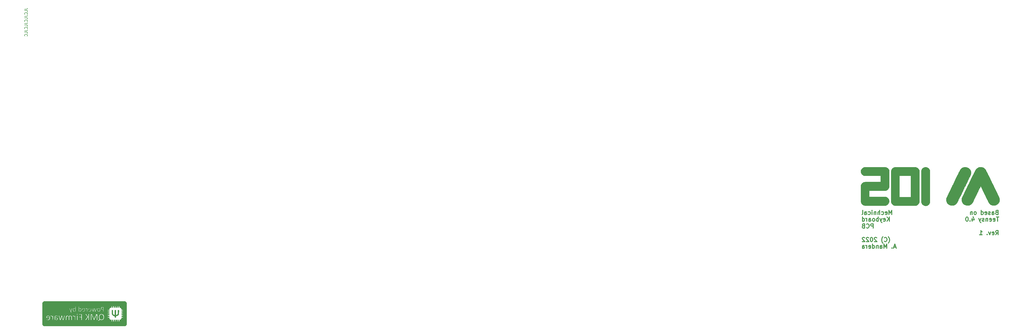
<source format=gbo>
G04 #@! TF.GenerationSoftware,KiCad,Pcbnew,(6.0.1)*
G04 #@! TF.CreationDate,2022-01-19T18:18:19+01:00*
G04 #@! TF.ProjectId,keyboard_pcb,6b657962-6f61-4726-945f-7063622e6b69,rev?*
G04 #@! TF.SameCoordinates,Original*
G04 #@! TF.FileFunction,Legend,Bot*
G04 #@! TF.FilePolarity,Positive*
%FSLAX46Y46*%
G04 Gerber Fmt 4.6, Leading zero omitted, Abs format (unit mm)*
G04 Created by KiCad (PCBNEW (6.0.1)) date 2022-01-19 18:18:19*
%MOMM*%
%LPD*%
G01*
G04 APERTURE LIST*
%ADD10C,0.150000*%
%ADD11C,0.300000*%
%ADD12C,0.010000*%
%ADD13R,1.600000X1.600000*%
%ADD14O,1.600000X1.600000*%
%ADD15C,4.000000*%
%ADD16C,1.700000*%
%ADD17C,2.200000*%
%ADD18C,3.050000*%
%ADD19R,1.700000X1.700000*%
%ADD20O,1.700000X1.700000*%
%ADD21C,1.600000*%
%ADD22C,3.000000*%
%ADD23O,1.500000X2.500000*%
G04 APERTURE END LIST*
D10*
X-12562619Y-9745952D02*
X-11848333Y-9745952D01*
X-11705476Y-9698333D01*
X-11610238Y-9603095D01*
X-11562619Y-9460238D01*
X-11562619Y-9365000D01*
X-11562619Y-10698333D02*
X-11562619Y-10222142D01*
X-12562619Y-10222142D01*
X-11657857Y-11603095D02*
X-11610238Y-11555476D01*
X-11562619Y-11412619D01*
X-11562619Y-11317380D01*
X-11610238Y-11174523D01*
X-11705476Y-11079285D01*
X-11800714Y-11031666D01*
X-11991190Y-10984047D01*
X-12134047Y-10984047D01*
X-12324523Y-11031666D01*
X-12419761Y-11079285D01*
X-12515000Y-11174523D01*
X-12562619Y-11317380D01*
X-12562619Y-11412619D01*
X-12515000Y-11555476D01*
X-12467380Y-11603095D01*
X-12562619Y-12317380D02*
X-11848333Y-12317380D01*
X-11705476Y-12269761D01*
X-11610238Y-12174523D01*
X-11562619Y-12031666D01*
X-11562619Y-11936428D01*
X-11562619Y-13269761D02*
X-11562619Y-12793571D01*
X-12562619Y-12793571D01*
X-11657857Y-14174523D02*
X-11610238Y-14126904D01*
X-11562619Y-13984047D01*
X-11562619Y-13888809D01*
X-11610238Y-13745952D01*
X-11705476Y-13650714D01*
X-11800714Y-13603095D01*
X-11991190Y-13555476D01*
X-12134047Y-13555476D01*
X-12324523Y-13603095D01*
X-12419761Y-13650714D01*
X-12515000Y-13745952D01*
X-12562619Y-13888809D01*
X-12562619Y-13984047D01*
X-12515000Y-14126904D01*
X-12467380Y-14174523D01*
X-12562619Y-14888809D02*
X-11848333Y-14888809D01*
X-11705476Y-14841190D01*
X-11610238Y-14745952D01*
X-11562619Y-14603095D01*
X-11562619Y-14507857D01*
X-11562619Y-15841190D02*
X-11562619Y-15365000D01*
X-12562619Y-15365000D01*
X-11657857Y-16745952D02*
X-11610238Y-16698333D01*
X-11562619Y-16555476D01*
X-11562619Y-16460238D01*
X-11610238Y-16317380D01*
X-11705476Y-16222142D01*
X-11800714Y-16174523D01*
X-11991190Y-16126904D01*
X-12134047Y-16126904D01*
X-12324523Y-16174523D01*
X-12419761Y-16222142D01*
X-12515000Y-16317380D01*
X-12562619Y-16460238D01*
X-12562619Y-16555476D01*
X-12515000Y-16698333D01*
X-12467380Y-16745952D01*
X-12562619Y-17460238D02*
X-11848333Y-17460238D01*
X-11705476Y-17412619D01*
X-11610238Y-17317380D01*
X-11562619Y-17174523D01*
X-11562619Y-17079285D01*
X-11562619Y-18412619D02*
X-11562619Y-17936428D01*
X-12562619Y-17936428D01*
X-11657857Y-19317380D02*
X-11610238Y-19269761D01*
X-11562619Y-19126904D01*
X-11562619Y-19031666D01*
X-11610238Y-18888809D01*
X-11705476Y-18793571D01*
X-11800714Y-18745952D01*
X-11991190Y-18698333D01*
X-12134047Y-18698333D01*
X-12324523Y-18745952D01*
X-12419761Y-18793571D01*
X-12515000Y-18888809D01*
X-12562619Y-19031666D01*
X-12562619Y-19126904D01*
X-12515000Y-19269761D01*
X-12467380Y-19317380D01*
D11*
X296095714Y-82976071D02*
X296095714Y-81476071D01*
X295595714Y-82547500D01*
X295095714Y-81476071D01*
X295095714Y-82976071D01*
X293810000Y-82904642D02*
X293952857Y-82976071D01*
X294238571Y-82976071D01*
X294381428Y-82904642D01*
X294452857Y-82761785D01*
X294452857Y-82190357D01*
X294381428Y-82047500D01*
X294238571Y-81976071D01*
X293952857Y-81976071D01*
X293810000Y-82047500D01*
X293738571Y-82190357D01*
X293738571Y-82333214D01*
X294452857Y-82476071D01*
X292452857Y-82904642D02*
X292595714Y-82976071D01*
X292881428Y-82976071D01*
X293024285Y-82904642D01*
X293095714Y-82833214D01*
X293167142Y-82690357D01*
X293167142Y-82261785D01*
X293095714Y-82118928D01*
X293024285Y-82047500D01*
X292881428Y-81976071D01*
X292595714Y-81976071D01*
X292452857Y-82047500D01*
X291810000Y-82976071D02*
X291810000Y-81476071D01*
X291167142Y-82976071D02*
X291167142Y-82190357D01*
X291238571Y-82047500D01*
X291381428Y-81976071D01*
X291595714Y-81976071D01*
X291738571Y-82047500D01*
X291810000Y-82118928D01*
X290452857Y-81976071D02*
X290452857Y-82976071D01*
X290452857Y-82118928D02*
X290381428Y-82047500D01*
X290238571Y-81976071D01*
X290024285Y-81976071D01*
X289881428Y-82047500D01*
X289810000Y-82190357D01*
X289810000Y-82976071D01*
X289095714Y-82976071D02*
X289095714Y-81976071D01*
X289095714Y-81476071D02*
X289167142Y-81547500D01*
X289095714Y-81618928D01*
X289024285Y-81547500D01*
X289095714Y-81476071D01*
X289095714Y-81618928D01*
X287738571Y-82904642D02*
X287881428Y-82976071D01*
X288167142Y-82976071D01*
X288310000Y-82904642D01*
X288381428Y-82833214D01*
X288452857Y-82690357D01*
X288452857Y-82261785D01*
X288381428Y-82118928D01*
X288310000Y-82047500D01*
X288167142Y-81976071D01*
X287881428Y-81976071D01*
X287738571Y-82047500D01*
X286452857Y-82976071D02*
X286452857Y-82190357D01*
X286524285Y-82047500D01*
X286667142Y-81976071D01*
X286952857Y-81976071D01*
X287095714Y-82047500D01*
X286452857Y-82904642D02*
X286595714Y-82976071D01*
X286952857Y-82976071D01*
X287095714Y-82904642D01*
X287167142Y-82761785D01*
X287167142Y-82618928D01*
X287095714Y-82476071D01*
X286952857Y-82404642D01*
X286595714Y-82404642D01*
X286452857Y-82333214D01*
X285524285Y-82976071D02*
X285667142Y-82904642D01*
X285738571Y-82761785D01*
X285738571Y-81476071D01*
X295238571Y-85391071D02*
X295238571Y-83891071D01*
X294381428Y-85391071D02*
X295024285Y-84533928D01*
X294381428Y-83891071D02*
X295238571Y-84748214D01*
X293167142Y-85319642D02*
X293310000Y-85391071D01*
X293595714Y-85391071D01*
X293738571Y-85319642D01*
X293810000Y-85176785D01*
X293810000Y-84605357D01*
X293738571Y-84462500D01*
X293595714Y-84391071D01*
X293310000Y-84391071D01*
X293167142Y-84462500D01*
X293095714Y-84605357D01*
X293095714Y-84748214D01*
X293810000Y-84891071D01*
X292595714Y-84391071D02*
X292238571Y-85391071D01*
X291881428Y-84391071D02*
X292238571Y-85391071D01*
X292381428Y-85748214D01*
X292452857Y-85819642D01*
X292595714Y-85891071D01*
X291310000Y-85391071D02*
X291310000Y-83891071D01*
X291310000Y-84462500D02*
X291167142Y-84391071D01*
X290881428Y-84391071D01*
X290738571Y-84462500D01*
X290667142Y-84533928D01*
X290595714Y-84676785D01*
X290595714Y-85105357D01*
X290667142Y-85248214D01*
X290738571Y-85319642D01*
X290881428Y-85391071D01*
X291167142Y-85391071D01*
X291310000Y-85319642D01*
X289738571Y-85391071D02*
X289881428Y-85319642D01*
X289952857Y-85248214D01*
X290024285Y-85105357D01*
X290024285Y-84676785D01*
X289952857Y-84533928D01*
X289881428Y-84462500D01*
X289738571Y-84391071D01*
X289524285Y-84391071D01*
X289381428Y-84462500D01*
X289310000Y-84533928D01*
X289238571Y-84676785D01*
X289238571Y-85105357D01*
X289310000Y-85248214D01*
X289381428Y-85319642D01*
X289524285Y-85391071D01*
X289738571Y-85391071D01*
X287952857Y-85391071D02*
X287952857Y-84605357D01*
X288024285Y-84462500D01*
X288167142Y-84391071D01*
X288452857Y-84391071D01*
X288595714Y-84462500D01*
X287952857Y-85319642D02*
X288095714Y-85391071D01*
X288452857Y-85391071D01*
X288595714Y-85319642D01*
X288667142Y-85176785D01*
X288667142Y-85033928D01*
X288595714Y-84891071D01*
X288452857Y-84819642D01*
X288095714Y-84819642D01*
X287952857Y-84748214D01*
X287238571Y-85391071D02*
X287238571Y-84391071D01*
X287238571Y-84676785D02*
X287167142Y-84533928D01*
X287095714Y-84462500D01*
X286952857Y-84391071D01*
X286810000Y-84391071D01*
X285667142Y-85391071D02*
X285667142Y-83891071D01*
X285667142Y-85319642D02*
X285810000Y-85391071D01*
X286095714Y-85391071D01*
X286238571Y-85319642D01*
X286310000Y-85248214D01*
X286381428Y-85105357D01*
X286381428Y-84676785D01*
X286310000Y-84533928D01*
X286238571Y-84462500D01*
X286095714Y-84391071D01*
X285810000Y-84391071D01*
X285667142Y-84462500D01*
X289452857Y-87806071D02*
X289452857Y-86306071D01*
X288881428Y-86306071D01*
X288738571Y-86377500D01*
X288667142Y-86448928D01*
X288595714Y-86591785D01*
X288595714Y-86806071D01*
X288667142Y-86948928D01*
X288738571Y-87020357D01*
X288881428Y-87091785D01*
X289452857Y-87091785D01*
X287095714Y-87663214D02*
X287167142Y-87734642D01*
X287381428Y-87806071D01*
X287524285Y-87806071D01*
X287738571Y-87734642D01*
X287881428Y-87591785D01*
X287952857Y-87448928D01*
X288024285Y-87163214D01*
X288024285Y-86948928D01*
X287952857Y-86663214D01*
X287881428Y-86520357D01*
X287738571Y-86377500D01*
X287524285Y-86306071D01*
X287381428Y-86306071D01*
X287167142Y-86377500D01*
X287095714Y-86448928D01*
X285952857Y-87020357D02*
X285738571Y-87091785D01*
X285667142Y-87163214D01*
X285595714Y-87306071D01*
X285595714Y-87520357D01*
X285667142Y-87663214D01*
X285738571Y-87734642D01*
X285881428Y-87806071D01*
X286452857Y-87806071D01*
X286452857Y-86306071D01*
X285952857Y-86306071D01*
X285810000Y-86377500D01*
X285738571Y-86448928D01*
X285667142Y-86591785D01*
X285667142Y-86734642D01*
X285738571Y-86877500D01*
X285810000Y-86948928D01*
X285952857Y-87020357D01*
X286452857Y-87020357D01*
X294881428Y-93207500D02*
X294952857Y-93136071D01*
X295095714Y-92921785D01*
X295167142Y-92778928D01*
X295238571Y-92564642D01*
X295310000Y-92207500D01*
X295310000Y-91921785D01*
X295238571Y-91564642D01*
X295167142Y-91350357D01*
X295095714Y-91207500D01*
X294952857Y-90993214D01*
X294881428Y-90921785D01*
X293452857Y-92493214D02*
X293524285Y-92564642D01*
X293738571Y-92636071D01*
X293881428Y-92636071D01*
X294095714Y-92564642D01*
X294238571Y-92421785D01*
X294310000Y-92278928D01*
X294381428Y-91993214D01*
X294381428Y-91778928D01*
X294310000Y-91493214D01*
X294238571Y-91350357D01*
X294095714Y-91207500D01*
X293881428Y-91136071D01*
X293738571Y-91136071D01*
X293524285Y-91207500D01*
X293452857Y-91278928D01*
X292952857Y-93207500D02*
X292881428Y-93136071D01*
X292738571Y-92921785D01*
X292667142Y-92778928D01*
X292595714Y-92564642D01*
X292524285Y-92207500D01*
X292524285Y-91921785D01*
X292595714Y-91564642D01*
X292667142Y-91350357D01*
X292738571Y-91207500D01*
X292881428Y-90993214D01*
X292952857Y-90921785D01*
X290738571Y-91278928D02*
X290667142Y-91207500D01*
X290524285Y-91136071D01*
X290167142Y-91136071D01*
X290024285Y-91207500D01*
X289952857Y-91278928D01*
X289881428Y-91421785D01*
X289881428Y-91564642D01*
X289952857Y-91778928D01*
X290810000Y-92636071D01*
X289881428Y-92636071D01*
X288952857Y-91136071D02*
X288810000Y-91136071D01*
X288667142Y-91207500D01*
X288595714Y-91278928D01*
X288524285Y-91421785D01*
X288452857Y-91707500D01*
X288452857Y-92064642D01*
X288524285Y-92350357D01*
X288595714Y-92493214D01*
X288667142Y-92564642D01*
X288810000Y-92636071D01*
X288952857Y-92636071D01*
X289095714Y-92564642D01*
X289167142Y-92493214D01*
X289238571Y-92350357D01*
X289310000Y-92064642D01*
X289310000Y-91707500D01*
X289238571Y-91421785D01*
X289167142Y-91278928D01*
X289095714Y-91207500D01*
X288952857Y-91136071D01*
X287881428Y-91278928D02*
X287810000Y-91207500D01*
X287667142Y-91136071D01*
X287310000Y-91136071D01*
X287167142Y-91207500D01*
X287095714Y-91278928D01*
X287024285Y-91421785D01*
X287024285Y-91564642D01*
X287095714Y-91778928D01*
X287952857Y-92636071D01*
X287024285Y-92636071D01*
X286452857Y-91278928D02*
X286381428Y-91207500D01*
X286238571Y-91136071D01*
X285881428Y-91136071D01*
X285738571Y-91207500D01*
X285667142Y-91278928D01*
X285595714Y-91421785D01*
X285595714Y-91564642D01*
X285667142Y-91778928D01*
X286524285Y-92636071D01*
X285595714Y-92636071D01*
X297524285Y-94622500D02*
X296810000Y-94622500D01*
X297667142Y-95051071D02*
X297167142Y-93551071D01*
X296667142Y-95051071D01*
X296167142Y-94908214D02*
X296095714Y-94979642D01*
X296167142Y-95051071D01*
X296238571Y-94979642D01*
X296167142Y-94908214D01*
X296167142Y-95051071D01*
X294310000Y-95051071D02*
X294310000Y-93551071D01*
X293810000Y-94622500D01*
X293310000Y-93551071D01*
X293310000Y-95051071D01*
X291952857Y-95051071D02*
X291952857Y-94265357D01*
X292024285Y-94122500D01*
X292167142Y-94051071D01*
X292452857Y-94051071D01*
X292595714Y-94122500D01*
X291952857Y-94979642D02*
X292095714Y-95051071D01*
X292452857Y-95051071D01*
X292595714Y-94979642D01*
X292667142Y-94836785D01*
X292667142Y-94693928D01*
X292595714Y-94551071D01*
X292452857Y-94479642D01*
X292095714Y-94479642D01*
X291952857Y-94408214D01*
X291238571Y-94051071D02*
X291238571Y-95051071D01*
X291238571Y-94193928D02*
X291167142Y-94122500D01*
X291024285Y-94051071D01*
X290810000Y-94051071D01*
X290667142Y-94122500D01*
X290595714Y-94265357D01*
X290595714Y-95051071D01*
X289238571Y-95051071D02*
X289238571Y-93551071D01*
X289238571Y-94979642D02*
X289381428Y-95051071D01*
X289667142Y-95051071D01*
X289810000Y-94979642D01*
X289881428Y-94908214D01*
X289952857Y-94765357D01*
X289952857Y-94336785D01*
X289881428Y-94193928D01*
X289810000Y-94122500D01*
X289667142Y-94051071D01*
X289381428Y-94051071D01*
X289238571Y-94122500D01*
X287952857Y-94979642D02*
X288095714Y-95051071D01*
X288381428Y-95051071D01*
X288524285Y-94979642D01*
X288595714Y-94836785D01*
X288595714Y-94265357D01*
X288524285Y-94122500D01*
X288381428Y-94051071D01*
X288095714Y-94051071D01*
X287952857Y-94122500D01*
X287881428Y-94265357D01*
X287881428Y-94408214D01*
X288595714Y-94551071D01*
X287238571Y-95051071D02*
X287238571Y-94051071D01*
X287238571Y-94336785D02*
X287167142Y-94193928D01*
X287095714Y-94122500D01*
X286952857Y-94051071D01*
X286810000Y-94051071D01*
X285667142Y-95051071D02*
X285667142Y-94265357D01*
X285738571Y-94122500D01*
X285881428Y-94051071D01*
X286167142Y-94051071D01*
X286310000Y-94122500D01*
X285667142Y-94979642D02*
X285810000Y-95051071D01*
X286167142Y-95051071D01*
X286310000Y-94979642D01*
X286381428Y-94836785D01*
X286381428Y-94693928D01*
X286310000Y-94551071D01*
X286167142Y-94479642D01*
X285810000Y-94479642D01*
X285667142Y-94408214D01*
X333452857Y-82190357D02*
X333238571Y-82261785D01*
X333167142Y-82333214D01*
X333095714Y-82476071D01*
X333095714Y-82690357D01*
X333167142Y-82833214D01*
X333238571Y-82904642D01*
X333381428Y-82976071D01*
X333952857Y-82976071D01*
X333952857Y-81476071D01*
X333452857Y-81476071D01*
X333310000Y-81547500D01*
X333238571Y-81618928D01*
X333167142Y-81761785D01*
X333167142Y-81904642D01*
X333238571Y-82047500D01*
X333310000Y-82118928D01*
X333452857Y-82190357D01*
X333952857Y-82190357D01*
X331810000Y-82976071D02*
X331810000Y-82190357D01*
X331881428Y-82047500D01*
X332024285Y-81976071D01*
X332310000Y-81976071D01*
X332452857Y-82047500D01*
X331810000Y-82904642D02*
X331952857Y-82976071D01*
X332310000Y-82976071D01*
X332452857Y-82904642D01*
X332524285Y-82761785D01*
X332524285Y-82618928D01*
X332452857Y-82476071D01*
X332310000Y-82404642D01*
X331952857Y-82404642D01*
X331810000Y-82333214D01*
X331167142Y-82904642D02*
X331024285Y-82976071D01*
X330738571Y-82976071D01*
X330595714Y-82904642D01*
X330524285Y-82761785D01*
X330524285Y-82690357D01*
X330595714Y-82547500D01*
X330738571Y-82476071D01*
X330952857Y-82476071D01*
X331095714Y-82404642D01*
X331167142Y-82261785D01*
X331167142Y-82190357D01*
X331095714Y-82047500D01*
X330952857Y-81976071D01*
X330738571Y-81976071D01*
X330595714Y-82047500D01*
X329310000Y-82904642D02*
X329452857Y-82976071D01*
X329738571Y-82976071D01*
X329881428Y-82904642D01*
X329952857Y-82761785D01*
X329952857Y-82190357D01*
X329881428Y-82047500D01*
X329738571Y-81976071D01*
X329452857Y-81976071D01*
X329310000Y-82047500D01*
X329238571Y-82190357D01*
X329238571Y-82333214D01*
X329952857Y-82476071D01*
X327952857Y-82976071D02*
X327952857Y-81476071D01*
X327952857Y-82904642D02*
X328095714Y-82976071D01*
X328381428Y-82976071D01*
X328524285Y-82904642D01*
X328595714Y-82833214D01*
X328667142Y-82690357D01*
X328667142Y-82261785D01*
X328595714Y-82118928D01*
X328524285Y-82047500D01*
X328381428Y-81976071D01*
X328095714Y-81976071D01*
X327952857Y-82047500D01*
X325881428Y-82976071D02*
X326024285Y-82904642D01*
X326095714Y-82833214D01*
X326167142Y-82690357D01*
X326167142Y-82261785D01*
X326095714Y-82118928D01*
X326024285Y-82047500D01*
X325881428Y-81976071D01*
X325667142Y-81976071D01*
X325524285Y-82047500D01*
X325452857Y-82118928D01*
X325381428Y-82261785D01*
X325381428Y-82690357D01*
X325452857Y-82833214D01*
X325524285Y-82904642D01*
X325667142Y-82976071D01*
X325881428Y-82976071D01*
X324738571Y-81976071D02*
X324738571Y-82976071D01*
X324738571Y-82118928D02*
X324667142Y-82047500D01*
X324524285Y-81976071D01*
X324310000Y-81976071D01*
X324167142Y-82047500D01*
X324095714Y-82190357D01*
X324095714Y-82976071D01*
X334167142Y-83891071D02*
X333310000Y-83891071D01*
X333738571Y-85391071D02*
X333738571Y-83891071D01*
X332238571Y-85319642D02*
X332381428Y-85391071D01*
X332667142Y-85391071D01*
X332810000Y-85319642D01*
X332881428Y-85176785D01*
X332881428Y-84605357D01*
X332810000Y-84462500D01*
X332667142Y-84391071D01*
X332381428Y-84391071D01*
X332238571Y-84462500D01*
X332167142Y-84605357D01*
X332167142Y-84748214D01*
X332881428Y-84891071D01*
X330952857Y-85319642D02*
X331095714Y-85391071D01*
X331381428Y-85391071D01*
X331524285Y-85319642D01*
X331595714Y-85176785D01*
X331595714Y-84605357D01*
X331524285Y-84462500D01*
X331381428Y-84391071D01*
X331095714Y-84391071D01*
X330952857Y-84462500D01*
X330881428Y-84605357D01*
X330881428Y-84748214D01*
X331595714Y-84891071D01*
X330238571Y-84391071D02*
X330238571Y-85391071D01*
X330238571Y-84533928D02*
X330167142Y-84462500D01*
X330024285Y-84391071D01*
X329810000Y-84391071D01*
X329667142Y-84462500D01*
X329595714Y-84605357D01*
X329595714Y-85391071D01*
X328952857Y-85319642D02*
X328810000Y-85391071D01*
X328524285Y-85391071D01*
X328381428Y-85319642D01*
X328310000Y-85176785D01*
X328310000Y-85105357D01*
X328381428Y-84962500D01*
X328524285Y-84891071D01*
X328738571Y-84891071D01*
X328881428Y-84819642D01*
X328952857Y-84676785D01*
X328952857Y-84605357D01*
X328881428Y-84462500D01*
X328738571Y-84391071D01*
X328524285Y-84391071D01*
X328381428Y-84462500D01*
X327810000Y-84391071D02*
X327452857Y-85391071D01*
X327095714Y-84391071D02*
X327452857Y-85391071D01*
X327595714Y-85748214D01*
X327667142Y-85819642D01*
X327810000Y-85891071D01*
X324738571Y-84391071D02*
X324738571Y-85391071D01*
X325095714Y-83819642D02*
X325452857Y-84891071D01*
X324524285Y-84891071D01*
X323952857Y-85248214D02*
X323881428Y-85319642D01*
X323952857Y-85391071D01*
X324024285Y-85319642D01*
X323952857Y-85248214D01*
X323952857Y-85391071D01*
X322952857Y-83891071D02*
X322810000Y-83891071D01*
X322667142Y-83962500D01*
X322595714Y-84033928D01*
X322524285Y-84176785D01*
X322452857Y-84462500D01*
X322452857Y-84819642D01*
X322524285Y-85105357D01*
X322595714Y-85248214D01*
X322667142Y-85319642D01*
X322810000Y-85391071D01*
X322952857Y-85391071D01*
X323095714Y-85319642D01*
X323167142Y-85248214D01*
X323238571Y-85105357D01*
X323310000Y-84819642D01*
X323310000Y-84462500D01*
X323238571Y-84176785D01*
X323167142Y-84033928D01*
X323095714Y-83962500D01*
X322952857Y-83891071D01*
X333095714Y-90221071D02*
X333595714Y-89506785D01*
X333952857Y-90221071D02*
X333952857Y-88721071D01*
X333381428Y-88721071D01*
X333238571Y-88792500D01*
X333167142Y-88863928D01*
X333095714Y-89006785D01*
X333095714Y-89221071D01*
X333167142Y-89363928D01*
X333238571Y-89435357D01*
X333381428Y-89506785D01*
X333952857Y-89506785D01*
X331881428Y-90149642D02*
X332024285Y-90221071D01*
X332310000Y-90221071D01*
X332452857Y-90149642D01*
X332524285Y-90006785D01*
X332524285Y-89435357D01*
X332452857Y-89292500D01*
X332310000Y-89221071D01*
X332024285Y-89221071D01*
X331881428Y-89292500D01*
X331810000Y-89435357D01*
X331810000Y-89578214D01*
X332524285Y-89721071D01*
X331310000Y-89221071D02*
X330952857Y-90221071D01*
X330595714Y-89221071D01*
X330024285Y-90078214D02*
X329952857Y-90149642D01*
X330024285Y-90221071D01*
X330095714Y-90149642D01*
X330024285Y-90078214D01*
X330024285Y-90221071D01*
X327381428Y-90221071D02*
X328238571Y-90221071D01*
X327810000Y-90221071D02*
X327810000Y-88721071D01*
X327952857Y-88935357D01*
X328095714Y-89078214D01*
X328238571Y-89149642D01*
D12*
G04 #@! TO.C,Ref\u002A\u002A*
X299801630Y-66092937D02*
X300217159Y-66093061D01*
X300217159Y-66093061D02*
X300672234Y-66093156D01*
X300672234Y-66093156D02*
X300884726Y-66093169D01*
X300884726Y-66093169D02*
X301350680Y-66093184D01*
X301350680Y-66093184D02*
X301776211Y-66093242D01*
X301776211Y-66093242D02*
X302163230Y-66093362D01*
X302163230Y-66093362D02*
X302513645Y-66093564D01*
X302513645Y-66093564D02*
X302829369Y-66093866D01*
X302829369Y-66093866D02*
X303112310Y-66094289D01*
X303112310Y-66094289D02*
X303364380Y-66094850D01*
X303364380Y-66094850D02*
X303587488Y-66095569D01*
X303587488Y-66095569D02*
X303783545Y-66096465D01*
X303783545Y-66096465D02*
X303954461Y-66097558D01*
X303954461Y-66097558D02*
X304102147Y-66098867D01*
X304102147Y-66098867D02*
X304228512Y-66100410D01*
X304228512Y-66100410D02*
X304335467Y-66102208D01*
X304335467Y-66102208D02*
X304424922Y-66104279D01*
X304424922Y-66104279D02*
X304498787Y-66106642D01*
X304498787Y-66106642D02*
X304558973Y-66109317D01*
X304558973Y-66109317D02*
X304607390Y-66112322D01*
X304607390Y-66112322D02*
X304645948Y-66115678D01*
X304645948Y-66115678D02*
X304676558Y-66119402D01*
X304676558Y-66119402D02*
X304701129Y-66123515D01*
X304701129Y-66123515D02*
X304721573Y-66128036D01*
X304721573Y-66128036D02*
X304735835Y-66131844D01*
X304735835Y-66131844D02*
X304989864Y-66224415D01*
X304989864Y-66224415D02*
X305219101Y-66350013D01*
X305219101Y-66350013D02*
X305421426Y-66506561D01*
X305421426Y-66506561D02*
X305594722Y-66691979D01*
X305594722Y-66691979D02*
X305736872Y-66904191D01*
X305736872Y-66904191D02*
X305845757Y-67141119D01*
X305845757Y-67141119D02*
X305884293Y-67258533D01*
X305884293Y-67258533D02*
X305932976Y-67426669D01*
X305932976Y-67426669D02*
X305932976Y-72951169D01*
X305932976Y-72951169D02*
X305932966Y-73523890D01*
X305932966Y-73523890D02*
X305932929Y-74055828D01*
X305932929Y-74055828D02*
X305932854Y-74548531D01*
X305932854Y-74548531D02*
X305932732Y-75003549D01*
X305932732Y-75003549D02*
X305932551Y-75422433D01*
X305932551Y-75422433D02*
X305932302Y-75806731D01*
X305932302Y-75806731D02*
X305931974Y-76157994D01*
X305931974Y-76157994D02*
X305931557Y-76477769D01*
X305931557Y-76477769D02*
X305931040Y-76767609D01*
X305931040Y-76767609D02*
X305930413Y-77029061D01*
X305930413Y-77029061D02*
X305929666Y-77263675D01*
X305929666Y-77263675D02*
X305928789Y-77473001D01*
X305928789Y-77473001D02*
X305927770Y-77658589D01*
X305927770Y-77658589D02*
X305926601Y-77821988D01*
X305926601Y-77821988D02*
X305925269Y-77964748D01*
X305925269Y-77964748D02*
X305923766Y-78088418D01*
X305923766Y-78088418D02*
X305922080Y-78194547D01*
X305922080Y-78194547D02*
X305920202Y-78284687D01*
X305920202Y-78284687D02*
X305918120Y-78360385D01*
X305918120Y-78360385D02*
X305915826Y-78423191D01*
X305915826Y-78423191D02*
X305913307Y-78474656D01*
X305913307Y-78474656D02*
X305910554Y-78516328D01*
X305910554Y-78516328D02*
X305907557Y-78549758D01*
X305907557Y-78549758D02*
X305904305Y-78576494D01*
X305904305Y-78576494D02*
X305900788Y-78598087D01*
X305900788Y-78598087D02*
X305896996Y-78616086D01*
X305896996Y-78616086D02*
X305895092Y-78623836D01*
X305895092Y-78623836D02*
X305811466Y-78867782D01*
X305811466Y-78867782D02*
X305691624Y-79092145D01*
X305691624Y-79092145D02*
X305538195Y-79294176D01*
X305538195Y-79294176D02*
X305353804Y-79471123D01*
X305353804Y-79471123D02*
X305141081Y-79620237D01*
X305141081Y-79620237D02*
X304902652Y-79738766D01*
X304902652Y-79738766D02*
X304789976Y-79780622D01*
X304789976Y-79780622D02*
X304641810Y-79830336D01*
X304641810Y-79830336D02*
X300979976Y-79834020D01*
X300979976Y-79834020D02*
X300517664Y-79834472D01*
X300517664Y-79834472D02*
X300095723Y-79834844D01*
X300095723Y-79834844D02*
X299712193Y-79835116D01*
X299712193Y-79835116D02*
X299365112Y-79835270D01*
X299365112Y-79835270D02*
X299052518Y-79835288D01*
X299052518Y-79835288D02*
X298772450Y-79835151D01*
X298772450Y-79835151D02*
X298522947Y-79834840D01*
X298522947Y-79834840D02*
X298302046Y-79834338D01*
X298302046Y-79834338D02*
X298107788Y-79833625D01*
X298107788Y-79833625D02*
X297938209Y-79832683D01*
X297938209Y-79832683D02*
X297791349Y-79831494D01*
X297791349Y-79831494D02*
X297665247Y-79830038D01*
X297665247Y-79830038D02*
X297557940Y-79828298D01*
X297557940Y-79828298D02*
X297467467Y-79826254D01*
X297467467Y-79826254D02*
X297391868Y-79823889D01*
X297391868Y-79823889D02*
X297329179Y-79821183D01*
X297329179Y-79821183D02*
X297277441Y-79818119D01*
X297277441Y-79818119D02*
X297234691Y-79814677D01*
X297234691Y-79814677D02*
X297198968Y-79810839D01*
X297198968Y-79810839D02*
X297168310Y-79806587D01*
X297168310Y-79806587D02*
X297140757Y-79801902D01*
X297140757Y-79801902D02*
X297118077Y-79797519D01*
X297118077Y-79797519D02*
X296894195Y-79740835D01*
X296894195Y-79740835D02*
X296698031Y-79664731D01*
X296698031Y-79664731D02*
X296517592Y-79564455D01*
X296517592Y-79564455D02*
X296498700Y-79552084D01*
X296498700Y-79552084D02*
X296311939Y-79403091D01*
X296311939Y-79403091D02*
X296153398Y-79224681D01*
X296153398Y-79224681D02*
X296025687Y-79021143D01*
X296025687Y-79021143D02*
X295931417Y-78796769D01*
X295931417Y-78796769D02*
X295873198Y-78555849D01*
X295873198Y-78555849D02*
X295867134Y-78514018D01*
X295867134Y-78514018D02*
X295864512Y-78472183D01*
X295864512Y-78472183D02*
X295862110Y-78388302D01*
X295862110Y-78388302D02*
X295859928Y-78262356D01*
X295859928Y-78262356D02*
X295857968Y-78094326D01*
X295857968Y-78094326D02*
X295856227Y-77884192D01*
X295856227Y-77884192D02*
X295854708Y-77631936D01*
X295854708Y-77631936D02*
X295853408Y-77337538D01*
X295853408Y-77337538D02*
X295852329Y-77000979D01*
X295852329Y-77000979D02*
X295851470Y-76622239D01*
X295851470Y-76622239D02*
X295850831Y-76201299D01*
X295850831Y-76201299D02*
X295850413Y-75738140D01*
X295850413Y-75738140D02*
X295850214Y-75232743D01*
X295850214Y-75232743D02*
X295850236Y-74685089D01*
X295850236Y-74685089D02*
X295850477Y-74095157D01*
X295850477Y-74095157D02*
X295850939Y-73462930D01*
X295850939Y-73462930D02*
X295851544Y-72855919D01*
X295851544Y-72855919D02*
X295852143Y-72279660D01*
X295852143Y-72279660D02*
X295852638Y-71744174D01*
X295852638Y-71744174D02*
X295853073Y-71247901D01*
X295853073Y-71247901D02*
X295853490Y-70789281D01*
X295853490Y-70789281D02*
X295853934Y-70366753D01*
X295853934Y-70366753D02*
X295854446Y-69978757D01*
X295854446Y-69978757D02*
X295855071Y-69623733D01*
X295855071Y-69623733D02*
X295855851Y-69300121D01*
X295855851Y-69300121D02*
X295856275Y-69172919D01*
X295856275Y-69172919D02*
X298831560Y-69172919D01*
X298831560Y-69172919D02*
X298831560Y-76729419D01*
X298831560Y-76729419D02*
X302832060Y-76729419D01*
X302832060Y-76729419D02*
X302832060Y-69172919D01*
X302832060Y-69172919D02*
X298831560Y-69172919D01*
X298831560Y-69172919D02*
X295856275Y-69172919D01*
X295856275Y-69172919D02*
X295856831Y-69006361D01*
X295856831Y-69006361D02*
X295858052Y-68740892D01*
X295858052Y-68740892D02*
X295859558Y-68502154D01*
X295859558Y-68502154D02*
X295861392Y-68288588D01*
X295861392Y-68288588D02*
X295863598Y-68098632D01*
X295863598Y-68098632D02*
X295866218Y-67930727D01*
X295866218Y-67930727D02*
X295869296Y-67783313D01*
X295869296Y-67783313D02*
X295872876Y-67654829D01*
X295872876Y-67654829D02*
X295876999Y-67543716D01*
X295876999Y-67543716D02*
X295881710Y-67448412D01*
X295881710Y-67448412D02*
X295887051Y-67367358D01*
X295887051Y-67367358D02*
X295893066Y-67298994D01*
X295893066Y-67298994D02*
X295899798Y-67241760D01*
X295899798Y-67241760D02*
X295907290Y-67194095D01*
X295907290Y-67194095D02*
X295915586Y-67154439D01*
X295915586Y-67154439D02*
X295924727Y-67121232D01*
X295924727Y-67121232D02*
X295934759Y-67092914D01*
X295934759Y-67092914D02*
X295945723Y-67067924D01*
X295945723Y-67067924D02*
X295957663Y-67044703D01*
X295957663Y-67044703D02*
X295970623Y-67021690D01*
X295970623Y-67021690D02*
X295984645Y-66997325D01*
X295984645Y-66997325D02*
X295999772Y-66970048D01*
X295999772Y-66970048D02*
X296015296Y-66939836D01*
X296015296Y-66939836D02*
X296142244Y-66728045D01*
X296142244Y-66728045D02*
X296301804Y-66543211D01*
X296301804Y-66543211D02*
X296493819Y-66385487D01*
X296493819Y-66385487D02*
X296704310Y-66261814D01*
X296704310Y-66261814D02*
X296744872Y-66241037D01*
X296744872Y-66241037D02*
X296780430Y-66222029D01*
X296780430Y-66222029D02*
X296812921Y-66204710D01*
X296812921Y-66204710D02*
X296844283Y-66189004D01*
X296844283Y-66189004D02*
X296876451Y-66174832D01*
X296876451Y-66174832D02*
X296911362Y-66162115D01*
X296911362Y-66162115D02*
X296950955Y-66150776D01*
X296950955Y-66150776D02*
X296997166Y-66140737D01*
X296997166Y-66140737D02*
X297051932Y-66131918D01*
X297051932Y-66131918D02*
X297117189Y-66124243D01*
X297117189Y-66124243D02*
X297194875Y-66117633D01*
X297194875Y-66117633D02*
X297286927Y-66112009D01*
X297286927Y-66112009D02*
X297395283Y-66107295D01*
X297395283Y-66107295D02*
X297521877Y-66103411D01*
X297521877Y-66103411D02*
X297668649Y-66100279D01*
X297668649Y-66100279D02*
X297837535Y-66097822D01*
X297837535Y-66097822D02*
X298030471Y-66095961D01*
X298030471Y-66095961D02*
X298249396Y-66094618D01*
X298249396Y-66094618D02*
X298496245Y-66093714D01*
X298496245Y-66093714D02*
X298772956Y-66093173D01*
X298772956Y-66093173D02*
X299081466Y-66092915D01*
X299081466Y-66092915D02*
X299423712Y-66092863D01*
X299423712Y-66092863D02*
X299801630Y-66092937D01*
X299801630Y-66092937D02*
X299801630Y-66092937D01*
G36*
X299801630Y-66092937D02*
G01*
X300217159Y-66093061D01*
X300672234Y-66093156D01*
X300884726Y-66093169D01*
X301350680Y-66093184D01*
X301776211Y-66093242D01*
X302163230Y-66093362D01*
X302513645Y-66093564D01*
X302829369Y-66093866D01*
X303112310Y-66094289D01*
X303364380Y-66094850D01*
X303587488Y-66095569D01*
X303783545Y-66096465D01*
X303954461Y-66097558D01*
X304102147Y-66098867D01*
X304228512Y-66100410D01*
X304335467Y-66102208D01*
X304424922Y-66104279D01*
X304498787Y-66106642D01*
X304558973Y-66109317D01*
X304607390Y-66112322D01*
X304645948Y-66115678D01*
X304676558Y-66119402D01*
X304701129Y-66123515D01*
X304721573Y-66128036D01*
X304735835Y-66131844D01*
X304989864Y-66224415D01*
X305219101Y-66350013D01*
X305421426Y-66506561D01*
X305594722Y-66691979D01*
X305736872Y-66904191D01*
X305845757Y-67141119D01*
X305884293Y-67258533D01*
X305932976Y-67426669D01*
X305932976Y-72951169D01*
X305932966Y-73523890D01*
X305932929Y-74055828D01*
X305932854Y-74548531D01*
X305932732Y-75003549D01*
X305932551Y-75422433D01*
X305932302Y-75806731D01*
X305931974Y-76157994D01*
X305931557Y-76477769D01*
X305931040Y-76767609D01*
X305930413Y-77029061D01*
X305929666Y-77263675D01*
X305928789Y-77473001D01*
X305927770Y-77658589D01*
X305926601Y-77821988D01*
X305925269Y-77964748D01*
X305923766Y-78088418D01*
X305922080Y-78194547D01*
X305920202Y-78284687D01*
X305918120Y-78360385D01*
X305915826Y-78423191D01*
X305913307Y-78474656D01*
X305910554Y-78516328D01*
X305907557Y-78549758D01*
X305904305Y-78576494D01*
X305900788Y-78598087D01*
X305896996Y-78616086D01*
X305895092Y-78623836D01*
X305811466Y-78867782D01*
X305691624Y-79092145D01*
X305538195Y-79294176D01*
X305353804Y-79471123D01*
X305141081Y-79620237D01*
X304902652Y-79738766D01*
X304789976Y-79780622D01*
X304641810Y-79830336D01*
X300979976Y-79834020D01*
X300517664Y-79834472D01*
X300095723Y-79834844D01*
X299712193Y-79835116D01*
X299365112Y-79835270D01*
X299052518Y-79835288D01*
X298772450Y-79835151D01*
X298522947Y-79834840D01*
X298302046Y-79834338D01*
X298107788Y-79833625D01*
X297938209Y-79832683D01*
X297791349Y-79831494D01*
X297665247Y-79830038D01*
X297557940Y-79828298D01*
X297467467Y-79826254D01*
X297391868Y-79823889D01*
X297329179Y-79821183D01*
X297277441Y-79818119D01*
X297234691Y-79814677D01*
X297198968Y-79810839D01*
X297168310Y-79806587D01*
X297140757Y-79801902D01*
X297118077Y-79797519D01*
X296894195Y-79740835D01*
X296698031Y-79664731D01*
X296517592Y-79564455D01*
X296498700Y-79552084D01*
X296311939Y-79403091D01*
X296153398Y-79224681D01*
X296025687Y-79021143D01*
X295931417Y-78796769D01*
X295873198Y-78555849D01*
X295867134Y-78514018D01*
X295864512Y-78472183D01*
X295862110Y-78388302D01*
X295859928Y-78262356D01*
X295857968Y-78094326D01*
X295856227Y-77884192D01*
X295854708Y-77631936D01*
X295853408Y-77337538D01*
X295852329Y-77000979D01*
X295851713Y-76729419D01*
X298831560Y-76729419D01*
X302832060Y-76729419D01*
X302832060Y-69172919D01*
X298831560Y-69172919D01*
X298831560Y-76729419D01*
X295851713Y-76729419D01*
X295851470Y-76622239D01*
X295850831Y-76201299D01*
X295850413Y-75738140D01*
X295850214Y-75232743D01*
X295850236Y-74685089D01*
X295850477Y-74095157D01*
X295850939Y-73462930D01*
X295851544Y-72855919D01*
X295852143Y-72279660D01*
X295852638Y-71744174D01*
X295853073Y-71247901D01*
X295853490Y-70789281D01*
X295853934Y-70366753D01*
X295854446Y-69978757D01*
X295855071Y-69623733D01*
X295855851Y-69300121D01*
X295856275Y-69172919D01*
X295856831Y-69006361D01*
X295858052Y-68740892D01*
X295859558Y-68502154D01*
X295861392Y-68288588D01*
X295863598Y-68098632D01*
X295866218Y-67930727D01*
X295869296Y-67783313D01*
X295872876Y-67654829D01*
X295876999Y-67543716D01*
X295881710Y-67448412D01*
X295887051Y-67367358D01*
X295893066Y-67298994D01*
X295899798Y-67241760D01*
X295907290Y-67194095D01*
X295915586Y-67154439D01*
X295924727Y-67121232D01*
X295934759Y-67092914D01*
X295945723Y-67067924D01*
X295957663Y-67044703D01*
X295970623Y-67021690D01*
X295984645Y-66997325D01*
X295999772Y-66970048D01*
X296015296Y-66939836D01*
X296142244Y-66728045D01*
X296301804Y-66543211D01*
X296493819Y-66385487D01*
X296704310Y-66261814D01*
X296744872Y-66241037D01*
X296780430Y-66222029D01*
X296812921Y-66204710D01*
X296844283Y-66189004D01*
X296876451Y-66174832D01*
X296911362Y-66162115D01*
X296950955Y-66150776D01*
X296997166Y-66140737D01*
X297051932Y-66131918D01*
X297117189Y-66124243D01*
X297194875Y-66117633D01*
X297286927Y-66112009D01*
X297395283Y-66107295D01*
X297521877Y-66103411D01*
X297668649Y-66100279D01*
X297837535Y-66097822D01*
X298030471Y-66095961D01*
X298249396Y-66094618D01*
X298496245Y-66093714D01*
X298772956Y-66093173D01*
X299081466Y-66092915D01*
X299423712Y-66092863D01*
X299801630Y-66092937D01*
G37*
X299801630Y-66092937D02*
X300217159Y-66093061D01*
X300672234Y-66093156D01*
X300884726Y-66093169D01*
X301350680Y-66093184D01*
X301776211Y-66093242D01*
X302163230Y-66093362D01*
X302513645Y-66093564D01*
X302829369Y-66093866D01*
X303112310Y-66094289D01*
X303364380Y-66094850D01*
X303587488Y-66095569D01*
X303783545Y-66096465D01*
X303954461Y-66097558D01*
X304102147Y-66098867D01*
X304228512Y-66100410D01*
X304335467Y-66102208D01*
X304424922Y-66104279D01*
X304498787Y-66106642D01*
X304558973Y-66109317D01*
X304607390Y-66112322D01*
X304645948Y-66115678D01*
X304676558Y-66119402D01*
X304701129Y-66123515D01*
X304721573Y-66128036D01*
X304735835Y-66131844D01*
X304989864Y-66224415D01*
X305219101Y-66350013D01*
X305421426Y-66506561D01*
X305594722Y-66691979D01*
X305736872Y-66904191D01*
X305845757Y-67141119D01*
X305884293Y-67258533D01*
X305932976Y-67426669D01*
X305932976Y-72951169D01*
X305932966Y-73523890D01*
X305932929Y-74055828D01*
X305932854Y-74548531D01*
X305932732Y-75003549D01*
X305932551Y-75422433D01*
X305932302Y-75806731D01*
X305931974Y-76157994D01*
X305931557Y-76477769D01*
X305931040Y-76767609D01*
X305930413Y-77029061D01*
X305929666Y-77263675D01*
X305928789Y-77473001D01*
X305927770Y-77658589D01*
X305926601Y-77821988D01*
X305925269Y-77964748D01*
X305923766Y-78088418D01*
X305922080Y-78194547D01*
X305920202Y-78284687D01*
X305918120Y-78360385D01*
X305915826Y-78423191D01*
X305913307Y-78474656D01*
X305910554Y-78516328D01*
X305907557Y-78549758D01*
X305904305Y-78576494D01*
X305900788Y-78598087D01*
X305896996Y-78616086D01*
X305895092Y-78623836D01*
X305811466Y-78867782D01*
X305691624Y-79092145D01*
X305538195Y-79294176D01*
X305353804Y-79471123D01*
X305141081Y-79620237D01*
X304902652Y-79738766D01*
X304789976Y-79780622D01*
X304641810Y-79830336D01*
X300979976Y-79834020D01*
X300517664Y-79834472D01*
X300095723Y-79834844D01*
X299712193Y-79835116D01*
X299365112Y-79835270D01*
X299052518Y-79835288D01*
X298772450Y-79835151D01*
X298522947Y-79834840D01*
X298302046Y-79834338D01*
X298107788Y-79833625D01*
X297938209Y-79832683D01*
X297791349Y-79831494D01*
X297665247Y-79830038D01*
X297557940Y-79828298D01*
X297467467Y-79826254D01*
X297391868Y-79823889D01*
X297329179Y-79821183D01*
X297277441Y-79818119D01*
X297234691Y-79814677D01*
X297198968Y-79810839D01*
X297168310Y-79806587D01*
X297140757Y-79801902D01*
X297118077Y-79797519D01*
X296894195Y-79740835D01*
X296698031Y-79664731D01*
X296517592Y-79564455D01*
X296498700Y-79552084D01*
X296311939Y-79403091D01*
X296153398Y-79224681D01*
X296025687Y-79021143D01*
X295931417Y-78796769D01*
X295873198Y-78555849D01*
X295867134Y-78514018D01*
X295864512Y-78472183D01*
X295862110Y-78388302D01*
X295859928Y-78262356D01*
X295857968Y-78094326D01*
X295856227Y-77884192D01*
X295854708Y-77631936D01*
X295853408Y-77337538D01*
X295852329Y-77000979D01*
X295851713Y-76729419D01*
X298831560Y-76729419D01*
X302832060Y-76729419D01*
X302832060Y-69172919D01*
X298831560Y-69172919D01*
X298831560Y-76729419D01*
X295851713Y-76729419D01*
X295851470Y-76622239D01*
X295850831Y-76201299D01*
X295850413Y-75738140D01*
X295850214Y-75232743D01*
X295850236Y-74685089D01*
X295850477Y-74095157D01*
X295850939Y-73462930D01*
X295851544Y-72855919D01*
X295852143Y-72279660D01*
X295852638Y-71744174D01*
X295853073Y-71247901D01*
X295853490Y-70789281D01*
X295853934Y-70366753D01*
X295854446Y-69978757D01*
X295855071Y-69623733D01*
X295855851Y-69300121D01*
X295856275Y-69172919D01*
X295856831Y-69006361D01*
X295858052Y-68740892D01*
X295859558Y-68502154D01*
X295861392Y-68288588D01*
X295863598Y-68098632D01*
X295866218Y-67930727D01*
X295869296Y-67783313D01*
X295872876Y-67654829D01*
X295876999Y-67543716D01*
X295881710Y-67448412D01*
X295887051Y-67367358D01*
X295893066Y-67298994D01*
X295899798Y-67241760D01*
X295907290Y-67194095D01*
X295915586Y-67154439D01*
X295924727Y-67121232D01*
X295934759Y-67092914D01*
X295945723Y-67067924D01*
X295957663Y-67044703D01*
X295970623Y-67021690D01*
X295984645Y-66997325D01*
X295999772Y-66970048D01*
X296015296Y-66939836D01*
X296142244Y-66728045D01*
X296301804Y-66543211D01*
X296493819Y-66385487D01*
X296704310Y-66261814D01*
X296744872Y-66241037D01*
X296780430Y-66222029D01*
X296812921Y-66204710D01*
X296844283Y-66189004D01*
X296876451Y-66174832D01*
X296911362Y-66162115D01*
X296950955Y-66150776D01*
X296997166Y-66140737D01*
X297051932Y-66131918D01*
X297117189Y-66124243D01*
X297194875Y-66117633D01*
X297286927Y-66112009D01*
X297395283Y-66107295D01*
X297521877Y-66103411D01*
X297668649Y-66100279D01*
X297837535Y-66097822D01*
X298030471Y-66095961D01*
X298249396Y-66094618D01*
X298496245Y-66093714D01*
X298772956Y-66093173D01*
X299081466Y-66092915D01*
X299423712Y-66092863D01*
X299801630Y-66092937D01*
X328101333Y-66100593D02*
X328381464Y-66168170D01*
X328381464Y-66168170D02*
X328653808Y-66273561D01*
X328653808Y-66273561D02*
X328914474Y-66417080D01*
X328914474Y-66417080D02*
X328954241Y-66443202D01*
X328954241Y-66443202D02*
X329072289Y-66533248D01*
X329072289Y-66533248D02*
X329198840Y-66647672D01*
X329198840Y-66647672D02*
X329322015Y-66774408D01*
X329322015Y-66774408D02*
X329429931Y-66901389D01*
X329429931Y-66901389D02*
X329496690Y-66994108D01*
X329496690Y-66994108D02*
X329512748Y-67023679D01*
X329512748Y-67023679D02*
X329546263Y-67089406D01*
X329546263Y-67089406D02*
X329596282Y-67189324D01*
X329596282Y-67189324D02*
X329661851Y-67321470D01*
X329661851Y-67321470D02*
X329742018Y-67483878D01*
X329742018Y-67483878D02*
X329835827Y-67674584D01*
X329835827Y-67674584D02*
X329942327Y-67891624D01*
X329942327Y-67891624D02*
X330060564Y-68133033D01*
X330060564Y-68133033D02*
X330189583Y-68396847D01*
X330189583Y-68396847D02*
X330328432Y-68681101D01*
X330328432Y-68681101D02*
X330476157Y-68983832D01*
X330476157Y-68983832D02*
X330631805Y-69303074D01*
X330631805Y-69303074D02*
X330794422Y-69636863D01*
X330794422Y-69636863D02*
X330963055Y-69983236D01*
X330963055Y-69983236D02*
X331136750Y-70340226D01*
X331136750Y-70340226D02*
X331314554Y-70705871D01*
X331314554Y-70705871D02*
X331495513Y-71078205D01*
X331495513Y-71078205D02*
X331678674Y-71455264D01*
X331678674Y-71455264D02*
X331863083Y-71835083D01*
X331863083Y-71835083D02*
X332047788Y-72215699D01*
X332047788Y-72215699D02*
X332231833Y-72595147D01*
X332231833Y-72595147D02*
X332414267Y-72971463D01*
X332414267Y-72971463D02*
X332594136Y-73342681D01*
X332594136Y-73342681D02*
X332770485Y-73706838D01*
X332770485Y-73706838D02*
X332942362Y-74061969D01*
X332942362Y-74061969D02*
X333108814Y-74406109D01*
X333108814Y-74406109D02*
X333268886Y-74737295D01*
X333268886Y-74737295D02*
X333421625Y-75053562D01*
X333421625Y-75053562D02*
X333566078Y-75352946D01*
X333566078Y-75352946D02*
X333701291Y-75633481D01*
X333701291Y-75633481D02*
X333826311Y-75893204D01*
X333826311Y-75893204D02*
X333940185Y-76130150D01*
X333940185Y-76130150D02*
X334041958Y-76342355D01*
X334041958Y-76342355D02*
X334130678Y-76527855D01*
X334130678Y-76527855D02*
X334205391Y-76684684D01*
X334205391Y-76684684D02*
X334265143Y-76810879D01*
X334265143Y-76810879D02*
X334308981Y-76904475D01*
X334308981Y-76904475D02*
X334335952Y-76963507D01*
X334335952Y-76963507D02*
X334340034Y-76972836D01*
X334340034Y-76972836D02*
X334409015Y-77149521D01*
X334409015Y-77149521D02*
X334456027Y-77313188D01*
X334456027Y-77313188D02*
X334483542Y-77477784D01*
X334483542Y-77477784D02*
X334494030Y-77657258D01*
X334494030Y-77657258D02*
X334491548Y-77828189D01*
X334491548Y-77828189D02*
X334481623Y-77997295D01*
X334481623Y-77997295D02*
X334465548Y-78133738D01*
X334465548Y-78133738D02*
X334442137Y-78246896D01*
X334442137Y-78246896D02*
X334435505Y-78270910D01*
X334435505Y-78270910D02*
X334334094Y-78547300D01*
X334334094Y-78547300D02*
X334197963Y-78801272D01*
X334197963Y-78801272D02*
X334029602Y-79030597D01*
X334029602Y-79030597D02*
X333831500Y-79233046D01*
X333831500Y-79233046D02*
X333606147Y-79406390D01*
X333606147Y-79406390D02*
X333356033Y-79548398D01*
X333356033Y-79548398D02*
X333083647Y-79656840D01*
X333083647Y-79656840D02*
X332810663Y-79725965D01*
X332810663Y-79725965D02*
X332657753Y-79745612D01*
X332657753Y-79745612D02*
X332480717Y-79753686D01*
X332480717Y-79753686D02*
X332293752Y-79750664D01*
X332293752Y-79750664D02*
X332111056Y-79737025D01*
X332111056Y-79737025D02*
X331946825Y-79713244D01*
X331946825Y-79713244D02*
X331862143Y-79694062D01*
X331862143Y-79694062D02*
X331720724Y-79647706D01*
X331720724Y-79647706D02*
X331563132Y-79582596D01*
X331563132Y-79582596D02*
X331403770Y-79505680D01*
X331403770Y-79505680D02*
X331257039Y-79423908D01*
X331257039Y-79423908D02*
X331137848Y-79344608D01*
X331137848Y-79344608D02*
X331027368Y-79252540D01*
X331027368Y-79252540D02*
X330910607Y-79139990D01*
X330910607Y-79139990D02*
X330798085Y-79018286D01*
X330798085Y-79018286D02*
X330700325Y-78898756D01*
X330700325Y-78898756D02*
X330632581Y-78800633D01*
X330632581Y-78800633D02*
X330614646Y-78767267D01*
X330614646Y-78767267D02*
X330579374Y-78697960D01*
X330579374Y-78697960D02*
X330527833Y-78594896D01*
X330527833Y-78594896D02*
X330461091Y-78460259D01*
X330461091Y-78460259D02*
X330380215Y-78296231D01*
X330380215Y-78296231D02*
X330286274Y-78104995D01*
X330286274Y-78104995D02*
X330180336Y-77888735D01*
X330180336Y-77888735D02*
X330063467Y-77649634D01*
X330063467Y-77649634D02*
X329936737Y-77389875D01*
X329936737Y-77389875D02*
X329801212Y-77111641D01*
X329801212Y-77111641D02*
X329657961Y-76817115D01*
X329657961Y-76817115D02*
X329508052Y-76508480D01*
X329508052Y-76508480D02*
X329352552Y-76187920D01*
X329352552Y-76187920D02*
X329192530Y-75857617D01*
X329192530Y-75857617D02*
X329141800Y-75752818D01*
X329141800Y-75752818D02*
X327728312Y-72832243D01*
X327728312Y-72832243D02*
X327675770Y-72944622D01*
X327675770Y-72944622D02*
X327626815Y-73048504D01*
X327626815Y-73048504D02*
X327563096Y-73182383D01*
X327563096Y-73182383D02*
X327485857Y-73343712D01*
X327485857Y-73343712D02*
X327396341Y-73529943D01*
X327396341Y-73529943D02*
X327295790Y-73738529D01*
X327295790Y-73738529D02*
X327185447Y-73966921D01*
X327185447Y-73966921D02*
X327066556Y-74212571D01*
X327066556Y-74212571D02*
X326940359Y-74472933D01*
X326940359Y-74472933D02*
X326808100Y-74745458D01*
X326808100Y-74745458D02*
X326671020Y-75027598D01*
X326671020Y-75027598D02*
X326530364Y-75316805D01*
X326530364Y-75316805D02*
X326387373Y-75610532D01*
X326387373Y-75610532D02*
X326243292Y-75906231D01*
X326243292Y-75906231D02*
X326099363Y-76201355D01*
X326099363Y-76201355D02*
X325956828Y-76493354D01*
X325956828Y-76493354D02*
X325816931Y-76779683D01*
X325816931Y-76779683D02*
X325680915Y-77057791D01*
X325680915Y-77057791D02*
X325550023Y-77325133D01*
X325550023Y-77325133D02*
X325425498Y-77579160D01*
X325425498Y-77579160D02*
X325308582Y-77817325D01*
X325308582Y-77817325D02*
X325200519Y-78037079D01*
X325200519Y-78037079D02*
X325102551Y-78235875D01*
X325102551Y-78235875D02*
X325015922Y-78411165D01*
X325015922Y-78411165D02*
X324941874Y-78560401D01*
X324941874Y-78560401D02*
X324881650Y-78681035D01*
X324881650Y-78681035D02*
X324836494Y-78770520D01*
X324836494Y-78770520D02*
X324807648Y-78826308D01*
X324807648Y-78826308D02*
X324797623Y-78844261D01*
X324797623Y-78844261D02*
X324660084Y-79025085D01*
X324660084Y-79025085D02*
X324490226Y-79198585D01*
X324490226Y-79198585D02*
X324298054Y-79356493D01*
X324298054Y-79356493D02*
X324093572Y-79490536D01*
X324093572Y-79490536D02*
X323898337Y-79587696D01*
X323898337Y-79587696D02*
X323746704Y-79646591D01*
X323746704Y-79646591D02*
X323609226Y-79689226D01*
X323609226Y-79689226D02*
X323472912Y-79718152D01*
X323472912Y-79718152D02*
X323324766Y-79735919D01*
X323324766Y-79735919D02*
X323151797Y-79745076D01*
X323151797Y-79745076D02*
X323088560Y-79746615D01*
X323088560Y-79746615D02*
X322970869Y-79748146D01*
X322970869Y-79748146D02*
X322864677Y-79748189D01*
X322864677Y-79748189D02*
X322778809Y-79746839D01*
X322778809Y-79746839D02*
X322722087Y-79744194D01*
X322722087Y-79744194D02*
X322707560Y-79742445D01*
X322707560Y-79742445D02*
X322413045Y-79667515D01*
X322413045Y-79667515D02*
X322140177Y-79564196D01*
X322140177Y-79564196D02*
X321895249Y-79434963D01*
X321895249Y-79434963D02*
X321846290Y-79403664D01*
X321846290Y-79403664D02*
X321669207Y-79267783D01*
X321669207Y-79267783D02*
X321497560Y-79101243D01*
X321497560Y-79101243D02*
X321341435Y-78915464D01*
X321341435Y-78915464D02*
X321210918Y-78721862D01*
X321210918Y-78721862D02*
X321157485Y-78623836D01*
X321157485Y-78623836D02*
X321051512Y-78364497D01*
X321051512Y-78364497D02*
X320984626Y-78093450D01*
X320984626Y-78093450D02*
X320956914Y-77815446D01*
X320956914Y-77815446D02*
X320968462Y-77535237D01*
X320968462Y-77535237D02*
X321019354Y-77257575D01*
X321019354Y-77257575D02*
X321109676Y-76987211D01*
X321109676Y-76987211D02*
X321127278Y-76946111D01*
X321127278Y-76946111D02*
X321153686Y-76888223D01*
X321153686Y-76888223D02*
X321196983Y-76795797D01*
X321196983Y-76795797D02*
X321256216Y-76670788D01*
X321256216Y-76670788D02*
X321330435Y-76515152D01*
X321330435Y-76515152D02*
X321418688Y-76330848D01*
X321418688Y-76330848D02*
X321520024Y-76119830D01*
X321520024Y-76119830D02*
X321633491Y-75884056D01*
X321633491Y-75884056D02*
X321758139Y-75625482D01*
X321758139Y-75625482D02*
X321893016Y-75346063D01*
X321893016Y-75346063D02*
X322037171Y-75047758D01*
X322037171Y-75047758D02*
X322189651Y-74732521D01*
X322189651Y-74732521D02*
X322349507Y-74402310D01*
X322349507Y-74402310D02*
X322515787Y-74059081D01*
X322515787Y-74059081D02*
X322687539Y-73704790D01*
X322687539Y-73704790D02*
X322863812Y-73341394D01*
X322863812Y-73341394D02*
X323043655Y-72970850D01*
X323043655Y-72970850D02*
X323226117Y-72595112D01*
X323226117Y-72595112D02*
X323410245Y-72216139D01*
X323410245Y-72216139D02*
X323595090Y-71835887D01*
X323595090Y-71835887D02*
X323779699Y-71456312D01*
X323779699Y-71456312D02*
X323963121Y-71079369D01*
X323963121Y-71079369D02*
X324144405Y-70707017D01*
X324144405Y-70707017D02*
X324322600Y-70341211D01*
X324322600Y-70341211D02*
X324496754Y-69983908D01*
X324496754Y-69983908D02*
X324665916Y-69637063D01*
X324665916Y-69637063D02*
X324829135Y-69302635D01*
X324829135Y-69302635D02*
X324985459Y-68982578D01*
X324985459Y-68982578D02*
X325133937Y-68678849D01*
X325133937Y-68678849D02*
X325273618Y-68393406D01*
X325273618Y-68393406D02*
X325403550Y-68128204D01*
X325403550Y-68128204D02*
X325522782Y-67885199D01*
X325522782Y-67885199D02*
X325630363Y-67666348D01*
X325630363Y-67666348D02*
X325725342Y-67473608D01*
X325725342Y-67473608D02*
X325806767Y-67308935D01*
X325806767Y-67308935D02*
X325873686Y-67174286D01*
X325873686Y-67174286D02*
X325925149Y-67071616D01*
X325925149Y-67071616D02*
X325960204Y-67002883D01*
X325960204Y-67002883D02*
X325977901Y-66970042D01*
X325977901Y-66970042D02*
X325978891Y-66968490D01*
X325978891Y-66968490D02*
X326036341Y-66892546D01*
X326036341Y-66892546D02*
X326113440Y-66802142D01*
X326113440Y-66802142D02*
X326198203Y-66710949D01*
X326198203Y-66710949D02*
X326249189Y-66660161D01*
X326249189Y-66660161D02*
X326474890Y-66471771D01*
X326474890Y-66471771D02*
X326720040Y-66319012D01*
X326720040Y-66319012D02*
X326980747Y-66202195D01*
X326980747Y-66202195D02*
X327253121Y-66121632D01*
X327253121Y-66121632D02*
X327533270Y-66077636D01*
X327533270Y-66077636D02*
X327817304Y-66070519D01*
X327817304Y-66070519D02*
X328101333Y-66100593D01*
X328101333Y-66100593D02*
X328101333Y-66100593D01*
G36*
X328101333Y-66100593D02*
G01*
X328381464Y-66168170D01*
X328653808Y-66273561D01*
X328914474Y-66417080D01*
X328954241Y-66443202D01*
X329072289Y-66533248D01*
X329198840Y-66647672D01*
X329322015Y-66774408D01*
X329429931Y-66901389D01*
X329496690Y-66994108D01*
X329512748Y-67023679D01*
X329546263Y-67089406D01*
X329596282Y-67189324D01*
X329661851Y-67321470D01*
X329742018Y-67483878D01*
X329835827Y-67674584D01*
X329942327Y-67891624D01*
X330060564Y-68133033D01*
X330189583Y-68396847D01*
X330328432Y-68681101D01*
X330476157Y-68983832D01*
X330631805Y-69303074D01*
X330794422Y-69636863D01*
X330963055Y-69983236D01*
X331136750Y-70340226D01*
X331314554Y-70705871D01*
X331495513Y-71078205D01*
X331678674Y-71455264D01*
X331863083Y-71835083D01*
X332047788Y-72215699D01*
X332231833Y-72595147D01*
X332414267Y-72971463D01*
X332594136Y-73342681D01*
X332770485Y-73706838D01*
X332942362Y-74061969D01*
X333108814Y-74406109D01*
X333268886Y-74737295D01*
X333421625Y-75053562D01*
X333566078Y-75352946D01*
X333701291Y-75633481D01*
X333826311Y-75893204D01*
X333940185Y-76130150D01*
X334041958Y-76342355D01*
X334130678Y-76527855D01*
X334205391Y-76684684D01*
X334265143Y-76810879D01*
X334308981Y-76904475D01*
X334335952Y-76963507D01*
X334340034Y-76972836D01*
X334409015Y-77149521D01*
X334456027Y-77313188D01*
X334483542Y-77477784D01*
X334494030Y-77657258D01*
X334491548Y-77828189D01*
X334481623Y-77997295D01*
X334465548Y-78133738D01*
X334442137Y-78246896D01*
X334435505Y-78270910D01*
X334334094Y-78547300D01*
X334197963Y-78801272D01*
X334029602Y-79030597D01*
X333831500Y-79233046D01*
X333606147Y-79406390D01*
X333356033Y-79548398D01*
X333083647Y-79656840D01*
X332810663Y-79725965D01*
X332657753Y-79745612D01*
X332480717Y-79753686D01*
X332293752Y-79750664D01*
X332111056Y-79737025D01*
X331946825Y-79713244D01*
X331862143Y-79694062D01*
X331720724Y-79647706D01*
X331563132Y-79582596D01*
X331403770Y-79505680D01*
X331257039Y-79423908D01*
X331137848Y-79344608D01*
X331027368Y-79252540D01*
X330910607Y-79139990D01*
X330798085Y-79018286D01*
X330700325Y-78898756D01*
X330632581Y-78800633D01*
X330614646Y-78767267D01*
X330579374Y-78697960D01*
X330527833Y-78594896D01*
X330461091Y-78460259D01*
X330380215Y-78296231D01*
X330286274Y-78104995D01*
X330180336Y-77888735D01*
X330063467Y-77649634D01*
X329936737Y-77389875D01*
X329801212Y-77111641D01*
X329657961Y-76817115D01*
X329508052Y-76508480D01*
X329352552Y-76187920D01*
X329192530Y-75857617D01*
X329141800Y-75752818D01*
X327728312Y-72832243D01*
X327675770Y-72944622D01*
X327626815Y-73048504D01*
X327563096Y-73182383D01*
X327485857Y-73343712D01*
X327396341Y-73529943D01*
X327295790Y-73738529D01*
X327185447Y-73966921D01*
X327066556Y-74212571D01*
X326940359Y-74472933D01*
X326808100Y-74745458D01*
X326671020Y-75027598D01*
X326530364Y-75316805D01*
X326387373Y-75610532D01*
X326243292Y-75906231D01*
X326099363Y-76201355D01*
X325956828Y-76493354D01*
X325816931Y-76779683D01*
X325680915Y-77057791D01*
X325550023Y-77325133D01*
X325425498Y-77579160D01*
X325308582Y-77817325D01*
X325200519Y-78037079D01*
X325102551Y-78235875D01*
X325015922Y-78411165D01*
X324941874Y-78560401D01*
X324881650Y-78681035D01*
X324836494Y-78770520D01*
X324807648Y-78826308D01*
X324797623Y-78844261D01*
X324660084Y-79025085D01*
X324490226Y-79198585D01*
X324298054Y-79356493D01*
X324093572Y-79490536D01*
X323898337Y-79587696D01*
X323746704Y-79646591D01*
X323609226Y-79689226D01*
X323472912Y-79718152D01*
X323324766Y-79735919D01*
X323151797Y-79745076D01*
X323088560Y-79746615D01*
X322970869Y-79748146D01*
X322864677Y-79748189D01*
X322778809Y-79746839D01*
X322722087Y-79744194D01*
X322707560Y-79742445D01*
X322413045Y-79667515D01*
X322140177Y-79564196D01*
X321895249Y-79434963D01*
X321846290Y-79403664D01*
X321669207Y-79267783D01*
X321497560Y-79101243D01*
X321341435Y-78915464D01*
X321210918Y-78721862D01*
X321157485Y-78623836D01*
X321051512Y-78364497D01*
X320984626Y-78093450D01*
X320956914Y-77815446D01*
X320968462Y-77535237D01*
X321019354Y-77257575D01*
X321109676Y-76987211D01*
X321127278Y-76946111D01*
X321153686Y-76888223D01*
X321196983Y-76795797D01*
X321256216Y-76670788D01*
X321330435Y-76515152D01*
X321418688Y-76330848D01*
X321520024Y-76119830D01*
X321633491Y-75884056D01*
X321758139Y-75625482D01*
X321893016Y-75346063D01*
X322037171Y-75047758D01*
X322189651Y-74732521D01*
X322349507Y-74402310D01*
X322515787Y-74059081D01*
X322687539Y-73704790D01*
X322863812Y-73341394D01*
X323043655Y-72970850D01*
X323226117Y-72595112D01*
X323410245Y-72216139D01*
X323595090Y-71835887D01*
X323779699Y-71456312D01*
X323963121Y-71079369D01*
X324144405Y-70707017D01*
X324322600Y-70341211D01*
X324496754Y-69983908D01*
X324665916Y-69637063D01*
X324829135Y-69302635D01*
X324985459Y-68982578D01*
X325133937Y-68678849D01*
X325273618Y-68393406D01*
X325403550Y-68128204D01*
X325522782Y-67885199D01*
X325630363Y-67666348D01*
X325725342Y-67473608D01*
X325806767Y-67308935D01*
X325873686Y-67174286D01*
X325925149Y-67071616D01*
X325960204Y-67002883D01*
X325977901Y-66970042D01*
X325978891Y-66968490D01*
X326036341Y-66892546D01*
X326113440Y-66802142D01*
X326198203Y-66710949D01*
X326249189Y-66660161D01*
X326474890Y-66471771D01*
X326720040Y-66319012D01*
X326980747Y-66202195D01*
X327253121Y-66121632D01*
X327533270Y-66077636D01*
X327817304Y-66070519D01*
X328101333Y-66100593D01*
G37*
X328101333Y-66100593D02*
X328381464Y-66168170D01*
X328653808Y-66273561D01*
X328914474Y-66417080D01*
X328954241Y-66443202D01*
X329072289Y-66533248D01*
X329198840Y-66647672D01*
X329322015Y-66774408D01*
X329429931Y-66901389D01*
X329496690Y-66994108D01*
X329512748Y-67023679D01*
X329546263Y-67089406D01*
X329596282Y-67189324D01*
X329661851Y-67321470D01*
X329742018Y-67483878D01*
X329835827Y-67674584D01*
X329942327Y-67891624D01*
X330060564Y-68133033D01*
X330189583Y-68396847D01*
X330328432Y-68681101D01*
X330476157Y-68983832D01*
X330631805Y-69303074D01*
X330794422Y-69636863D01*
X330963055Y-69983236D01*
X331136750Y-70340226D01*
X331314554Y-70705871D01*
X331495513Y-71078205D01*
X331678674Y-71455264D01*
X331863083Y-71835083D01*
X332047788Y-72215699D01*
X332231833Y-72595147D01*
X332414267Y-72971463D01*
X332594136Y-73342681D01*
X332770485Y-73706838D01*
X332942362Y-74061969D01*
X333108814Y-74406109D01*
X333268886Y-74737295D01*
X333421625Y-75053562D01*
X333566078Y-75352946D01*
X333701291Y-75633481D01*
X333826311Y-75893204D01*
X333940185Y-76130150D01*
X334041958Y-76342355D01*
X334130678Y-76527855D01*
X334205391Y-76684684D01*
X334265143Y-76810879D01*
X334308981Y-76904475D01*
X334335952Y-76963507D01*
X334340034Y-76972836D01*
X334409015Y-77149521D01*
X334456027Y-77313188D01*
X334483542Y-77477784D01*
X334494030Y-77657258D01*
X334491548Y-77828189D01*
X334481623Y-77997295D01*
X334465548Y-78133738D01*
X334442137Y-78246896D01*
X334435505Y-78270910D01*
X334334094Y-78547300D01*
X334197963Y-78801272D01*
X334029602Y-79030597D01*
X333831500Y-79233046D01*
X333606147Y-79406390D01*
X333356033Y-79548398D01*
X333083647Y-79656840D01*
X332810663Y-79725965D01*
X332657753Y-79745612D01*
X332480717Y-79753686D01*
X332293752Y-79750664D01*
X332111056Y-79737025D01*
X331946825Y-79713244D01*
X331862143Y-79694062D01*
X331720724Y-79647706D01*
X331563132Y-79582596D01*
X331403770Y-79505680D01*
X331257039Y-79423908D01*
X331137848Y-79344608D01*
X331027368Y-79252540D01*
X330910607Y-79139990D01*
X330798085Y-79018286D01*
X330700325Y-78898756D01*
X330632581Y-78800633D01*
X330614646Y-78767267D01*
X330579374Y-78697960D01*
X330527833Y-78594896D01*
X330461091Y-78460259D01*
X330380215Y-78296231D01*
X330286274Y-78104995D01*
X330180336Y-77888735D01*
X330063467Y-77649634D01*
X329936737Y-77389875D01*
X329801212Y-77111641D01*
X329657961Y-76817115D01*
X329508052Y-76508480D01*
X329352552Y-76187920D01*
X329192530Y-75857617D01*
X329141800Y-75752818D01*
X327728312Y-72832243D01*
X327675770Y-72944622D01*
X327626815Y-73048504D01*
X327563096Y-73182383D01*
X327485857Y-73343712D01*
X327396341Y-73529943D01*
X327295790Y-73738529D01*
X327185447Y-73966921D01*
X327066556Y-74212571D01*
X326940359Y-74472933D01*
X326808100Y-74745458D01*
X326671020Y-75027598D01*
X326530364Y-75316805D01*
X326387373Y-75610532D01*
X326243292Y-75906231D01*
X326099363Y-76201355D01*
X325956828Y-76493354D01*
X325816931Y-76779683D01*
X325680915Y-77057791D01*
X325550023Y-77325133D01*
X325425498Y-77579160D01*
X325308582Y-77817325D01*
X325200519Y-78037079D01*
X325102551Y-78235875D01*
X325015922Y-78411165D01*
X324941874Y-78560401D01*
X324881650Y-78681035D01*
X324836494Y-78770520D01*
X324807648Y-78826308D01*
X324797623Y-78844261D01*
X324660084Y-79025085D01*
X324490226Y-79198585D01*
X324298054Y-79356493D01*
X324093572Y-79490536D01*
X323898337Y-79587696D01*
X323746704Y-79646591D01*
X323609226Y-79689226D01*
X323472912Y-79718152D01*
X323324766Y-79735919D01*
X323151797Y-79745076D01*
X323088560Y-79746615D01*
X322970869Y-79748146D01*
X322864677Y-79748189D01*
X322778809Y-79746839D01*
X322722087Y-79744194D01*
X322707560Y-79742445D01*
X322413045Y-79667515D01*
X322140177Y-79564196D01*
X321895249Y-79434963D01*
X321846290Y-79403664D01*
X321669207Y-79267783D01*
X321497560Y-79101243D01*
X321341435Y-78915464D01*
X321210918Y-78721862D01*
X321157485Y-78623836D01*
X321051512Y-78364497D01*
X320984626Y-78093450D01*
X320956914Y-77815446D01*
X320968462Y-77535237D01*
X321019354Y-77257575D01*
X321109676Y-76987211D01*
X321127278Y-76946111D01*
X321153686Y-76888223D01*
X321196983Y-76795797D01*
X321256216Y-76670788D01*
X321330435Y-76515152D01*
X321418688Y-76330848D01*
X321520024Y-76119830D01*
X321633491Y-75884056D01*
X321758139Y-75625482D01*
X321893016Y-75346063D01*
X322037171Y-75047758D01*
X322189651Y-74732521D01*
X322349507Y-74402310D01*
X322515787Y-74059081D01*
X322687539Y-73704790D01*
X322863812Y-73341394D01*
X323043655Y-72970850D01*
X323226117Y-72595112D01*
X323410245Y-72216139D01*
X323595090Y-71835887D01*
X323779699Y-71456312D01*
X323963121Y-71079369D01*
X324144405Y-70707017D01*
X324322600Y-70341211D01*
X324496754Y-69983908D01*
X324665916Y-69637063D01*
X324829135Y-69302635D01*
X324985459Y-68982578D01*
X325133937Y-68678849D01*
X325273618Y-68393406D01*
X325403550Y-68128204D01*
X325522782Y-67885199D01*
X325630363Y-67666348D01*
X325725342Y-67473608D01*
X325806767Y-67308935D01*
X325873686Y-67174286D01*
X325925149Y-67071616D01*
X325960204Y-67002883D01*
X325977901Y-66970042D01*
X325978891Y-66968490D01*
X326036341Y-66892546D01*
X326113440Y-66802142D01*
X326198203Y-66710949D01*
X326249189Y-66660161D01*
X326474890Y-66471771D01*
X326720040Y-66319012D01*
X326980747Y-66202195D01*
X327253121Y-66121632D01*
X327533270Y-66077636D01*
X327817304Y-66070519D01*
X328101333Y-66100593D01*
X308378611Y-66105865D02*
X308535561Y-66137939D01*
X308535561Y-66137939D02*
X308774930Y-66220899D01*
X308774930Y-66220899D02*
X308992713Y-66339440D01*
X308992713Y-66339440D02*
X309186864Y-66491584D01*
X309186864Y-66491584D02*
X309355335Y-66675359D01*
X309355335Y-66675359D02*
X309496082Y-66888789D01*
X309496082Y-66888789D02*
X309607057Y-67129899D01*
X309607057Y-67129899D02*
X309629763Y-67193836D01*
X309629763Y-67193836D02*
X309679476Y-67342002D01*
X309679476Y-67342002D02*
X309685002Y-72914359D01*
X309685002Y-72914359D02*
X309685591Y-73495008D01*
X309685591Y-73495008D02*
X309686150Y-74034876D01*
X309686150Y-74034876D02*
X309686651Y-74535514D01*
X309686651Y-74535514D02*
X309687070Y-74998473D01*
X309687070Y-74998473D02*
X309687381Y-75425306D01*
X309687381Y-75425306D02*
X309687557Y-75817563D01*
X309687557Y-75817563D02*
X309687574Y-76176798D01*
X309687574Y-76176798D02*
X309687406Y-76504560D01*
X309687406Y-76504560D02*
X309687026Y-76802402D01*
X309687026Y-76802402D02*
X309686409Y-77071876D01*
X309686409Y-77071876D02*
X309685530Y-77314534D01*
X309685530Y-77314534D02*
X309684363Y-77531926D01*
X309684363Y-77531926D02*
X309682881Y-77725605D01*
X309682881Y-77725605D02*
X309681060Y-77897121D01*
X309681060Y-77897121D02*
X309678873Y-78048028D01*
X309678873Y-78048028D02*
X309676296Y-78179877D01*
X309676296Y-78179877D02*
X309673301Y-78294218D01*
X309673301Y-78294218D02*
X309669864Y-78392604D01*
X309669864Y-78392604D02*
X309665959Y-78476587D01*
X309665959Y-78476587D02*
X309661559Y-78547718D01*
X309661559Y-78547718D02*
X309656640Y-78607549D01*
X309656640Y-78607549D02*
X309651176Y-78657631D01*
X309651176Y-78657631D02*
X309645140Y-78699517D01*
X309645140Y-78699517D02*
X309638508Y-78734757D01*
X309638508Y-78734757D02*
X309631253Y-78764904D01*
X309631253Y-78764904D02*
X309623350Y-78791508D01*
X309623350Y-78791508D02*
X309614772Y-78816123D01*
X309614772Y-78816123D02*
X309605496Y-78840299D01*
X309605496Y-78840299D02*
X309595493Y-78865588D01*
X309595493Y-78865588D02*
X309585977Y-78890243D01*
X309585977Y-78890243D02*
X309495364Y-79079924D01*
X309495364Y-79079924D02*
X309371054Y-79265037D01*
X309371054Y-79265037D02*
X309221304Y-79435355D01*
X309221304Y-79435355D02*
X309054371Y-79580649D01*
X309054371Y-79580649D02*
X308994414Y-79623033D01*
X308994414Y-79623033D02*
X308862585Y-79697198D01*
X308862585Y-79697198D02*
X308704869Y-79764805D01*
X308704869Y-79764805D02*
X308537710Y-79819801D01*
X308537710Y-79819801D02*
X308377552Y-79856131D01*
X308377552Y-79856131D02*
X308349736Y-79860360D01*
X308349736Y-79860360D02*
X308236780Y-79874169D01*
X308236780Y-79874169D02*
X308146342Y-79879482D01*
X308146342Y-79879482D02*
X308059463Y-79876269D01*
X308059463Y-79876269D02*
X307957184Y-79864501D01*
X307957184Y-79864501D02*
X307923467Y-79859707D01*
X307923467Y-79859707D02*
X307677343Y-79803451D01*
X307677343Y-79803451D02*
X307447313Y-79710557D01*
X307447313Y-79710557D02*
X307236949Y-79584270D01*
X307236949Y-79584270D02*
X307049823Y-79427834D01*
X307049823Y-79427834D02*
X306889505Y-79244493D01*
X306889505Y-79244493D02*
X306759567Y-79037491D01*
X306759567Y-79037491D02*
X306663581Y-78810072D01*
X306663581Y-78810072D02*
X306627802Y-78682824D01*
X306627802Y-78682824D02*
X306623800Y-78664459D01*
X306623800Y-78664459D02*
X306620083Y-78643700D01*
X306620083Y-78643700D02*
X306616642Y-78618994D01*
X306616642Y-78618994D02*
X306613465Y-78588785D01*
X306613465Y-78588785D02*
X306610542Y-78551520D01*
X306610542Y-78551520D02*
X306607862Y-78505645D01*
X306607862Y-78505645D02*
X306605415Y-78449604D01*
X306605415Y-78449604D02*
X306603191Y-78381844D01*
X306603191Y-78381844D02*
X306601178Y-78300811D01*
X306601178Y-78300811D02*
X306599366Y-78204949D01*
X306599366Y-78204949D02*
X306597745Y-78092706D01*
X306597745Y-78092706D02*
X306596305Y-77962525D01*
X306596305Y-77962525D02*
X306595034Y-77812854D01*
X306595034Y-77812854D02*
X306593922Y-77642138D01*
X306593922Y-77642138D02*
X306592958Y-77448822D01*
X306592958Y-77448822D02*
X306592133Y-77231352D01*
X306592133Y-77231352D02*
X306591434Y-76988174D01*
X306591434Y-76988174D02*
X306590853Y-76717734D01*
X306590853Y-76717734D02*
X306590378Y-76418477D01*
X306590378Y-76418477D02*
X306589999Y-76088849D01*
X306589999Y-76088849D02*
X306589706Y-75727296D01*
X306589706Y-75727296D02*
X306589487Y-75332263D01*
X306589487Y-75332263D02*
X306589332Y-74902196D01*
X306589332Y-74902196D02*
X306589231Y-74435540D01*
X306589231Y-74435540D02*
X306589173Y-73930742D01*
X306589173Y-73930742D02*
X306589147Y-73386247D01*
X306589147Y-73386247D02*
X306589143Y-72982919D01*
X306589143Y-72982919D02*
X306589100Y-72400779D01*
X306589100Y-72400779D02*
X306588999Y-71859422D01*
X306588999Y-71859422D02*
X306588886Y-71357299D01*
X306588886Y-71357299D02*
X306588802Y-70892860D01*
X306588802Y-70892860D02*
X306588793Y-70464555D01*
X306588793Y-70464555D02*
X306588901Y-70070836D01*
X306588901Y-70070836D02*
X306589171Y-69710151D01*
X306589171Y-69710151D02*
X306589646Y-69380951D01*
X306589646Y-69380951D02*
X306590371Y-69081687D01*
X306590371Y-69081687D02*
X306591388Y-68810809D01*
X306591388Y-68810809D02*
X306592742Y-68566767D01*
X306592742Y-68566767D02*
X306594476Y-68348012D01*
X306594476Y-68348012D02*
X306596634Y-68152993D01*
X306596634Y-68152993D02*
X306599260Y-67980161D01*
X306599260Y-67980161D02*
X306602397Y-67827967D01*
X306602397Y-67827967D02*
X306606090Y-67694860D01*
X306606090Y-67694860D02*
X306610382Y-67579291D01*
X306610382Y-67579291D02*
X306615316Y-67479711D01*
X306615316Y-67479711D02*
X306620938Y-67394569D01*
X306620938Y-67394569D02*
X306627289Y-67322315D01*
X306627289Y-67322315D02*
X306634415Y-67261401D01*
X306634415Y-67261401D02*
X306642358Y-67210277D01*
X306642358Y-67210277D02*
X306651163Y-67167392D01*
X306651163Y-67167392D02*
X306660873Y-67131197D01*
X306660873Y-67131197D02*
X306671532Y-67100142D01*
X306671532Y-67100142D02*
X306683184Y-67072678D01*
X306683184Y-67072678D02*
X306695873Y-67047254D01*
X306695873Y-67047254D02*
X306709642Y-67022322D01*
X306709642Y-67022322D02*
X306724535Y-66996332D01*
X306724535Y-66996332D02*
X306740596Y-66967733D01*
X306740596Y-66967733D02*
X306757868Y-66934976D01*
X306757868Y-66934976D02*
X306759999Y-66930741D01*
X306759999Y-66930741D02*
X306887911Y-66720792D01*
X306887911Y-66720792D02*
X307045853Y-66537452D01*
X307045853Y-66537452D02*
X307229440Y-66382681D01*
X307229440Y-66382681D02*
X307434289Y-66258436D01*
X307434289Y-66258436D02*
X307656015Y-66166674D01*
X307656015Y-66166674D02*
X307890233Y-66109353D01*
X307890233Y-66109353D02*
X308132560Y-66088430D01*
X308132560Y-66088430D02*
X308378611Y-66105865D01*
X308378611Y-66105865D02*
X308378611Y-66105865D01*
G36*
X308378611Y-66105865D02*
G01*
X308535561Y-66137939D01*
X308774930Y-66220899D01*
X308992713Y-66339440D01*
X309186864Y-66491584D01*
X309355335Y-66675359D01*
X309496082Y-66888789D01*
X309607057Y-67129899D01*
X309629763Y-67193836D01*
X309679476Y-67342002D01*
X309685002Y-72914359D01*
X309685591Y-73495008D01*
X309686150Y-74034876D01*
X309686651Y-74535514D01*
X309687070Y-74998473D01*
X309687381Y-75425306D01*
X309687557Y-75817563D01*
X309687574Y-76176798D01*
X309687406Y-76504560D01*
X309687026Y-76802402D01*
X309686409Y-77071876D01*
X309685530Y-77314534D01*
X309684363Y-77531926D01*
X309682881Y-77725605D01*
X309681060Y-77897121D01*
X309678873Y-78048028D01*
X309676296Y-78179877D01*
X309673301Y-78294218D01*
X309669864Y-78392604D01*
X309665959Y-78476587D01*
X309661559Y-78547718D01*
X309656640Y-78607549D01*
X309651176Y-78657631D01*
X309645140Y-78699517D01*
X309638508Y-78734757D01*
X309631253Y-78764904D01*
X309623350Y-78791508D01*
X309614772Y-78816123D01*
X309605496Y-78840299D01*
X309595493Y-78865588D01*
X309585977Y-78890243D01*
X309495364Y-79079924D01*
X309371054Y-79265037D01*
X309221304Y-79435355D01*
X309054371Y-79580649D01*
X308994414Y-79623033D01*
X308862585Y-79697198D01*
X308704869Y-79764805D01*
X308537710Y-79819801D01*
X308377552Y-79856131D01*
X308349736Y-79860360D01*
X308236780Y-79874169D01*
X308146342Y-79879482D01*
X308059463Y-79876269D01*
X307957184Y-79864501D01*
X307923467Y-79859707D01*
X307677343Y-79803451D01*
X307447313Y-79710557D01*
X307236949Y-79584270D01*
X307049823Y-79427834D01*
X306889505Y-79244493D01*
X306759567Y-79037491D01*
X306663581Y-78810072D01*
X306627802Y-78682824D01*
X306623800Y-78664459D01*
X306620083Y-78643700D01*
X306616642Y-78618994D01*
X306613465Y-78588785D01*
X306610542Y-78551520D01*
X306607862Y-78505645D01*
X306605415Y-78449604D01*
X306603191Y-78381844D01*
X306601178Y-78300811D01*
X306599366Y-78204949D01*
X306597745Y-78092706D01*
X306596305Y-77962525D01*
X306595034Y-77812854D01*
X306593922Y-77642138D01*
X306592958Y-77448822D01*
X306592133Y-77231352D01*
X306591434Y-76988174D01*
X306590853Y-76717734D01*
X306590378Y-76418477D01*
X306589999Y-76088849D01*
X306589706Y-75727296D01*
X306589487Y-75332263D01*
X306589332Y-74902196D01*
X306589231Y-74435540D01*
X306589173Y-73930742D01*
X306589147Y-73386247D01*
X306589143Y-72982919D01*
X306589100Y-72400779D01*
X306588999Y-71859422D01*
X306588886Y-71357299D01*
X306588802Y-70892860D01*
X306588793Y-70464555D01*
X306588901Y-70070836D01*
X306589171Y-69710151D01*
X306589646Y-69380951D01*
X306590371Y-69081687D01*
X306591388Y-68810809D01*
X306592742Y-68566767D01*
X306594476Y-68348012D01*
X306596634Y-68152993D01*
X306599260Y-67980161D01*
X306602397Y-67827967D01*
X306606090Y-67694860D01*
X306610382Y-67579291D01*
X306615316Y-67479711D01*
X306620938Y-67394569D01*
X306627289Y-67322315D01*
X306634415Y-67261401D01*
X306642358Y-67210277D01*
X306651163Y-67167392D01*
X306660873Y-67131197D01*
X306671532Y-67100142D01*
X306683184Y-67072678D01*
X306695873Y-67047254D01*
X306709642Y-67022322D01*
X306724535Y-66996332D01*
X306740596Y-66967733D01*
X306757868Y-66934976D01*
X306759999Y-66930741D01*
X306887911Y-66720792D01*
X307045853Y-66537452D01*
X307229440Y-66382681D01*
X307434289Y-66258436D01*
X307656015Y-66166674D01*
X307890233Y-66109353D01*
X308132560Y-66088430D01*
X308378611Y-66105865D01*
G37*
X308378611Y-66105865D02*
X308535561Y-66137939D01*
X308774930Y-66220899D01*
X308992713Y-66339440D01*
X309186864Y-66491584D01*
X309355335Y-66675359D01*
X309496082Y-66888789D01*
X309607057Y-67129899D01*
X309629763Y-67193836D01*
X309679476Y-67342002D01*
X309685002Y-72914359D01*
X309685591Y-73495008D01*
X309686150Y-74034876D01*
X309686651Y-74535514D01*
X309687070Y-74998473D01*
X309687381Y-75425306D01*
X309687557Y-75817563D01*
X309687574Y-76176798D01*
X309687406Y-76504560D01*
X309687026Y-76802402D01*
X309686409Y-77071876D01*
X309685530Y-77314534D01*
X309684363Y-77531926D01*
X309682881Y-77725605D01*
X309681060Y-77897121D01*
X309678873Y-78048028D01*
X309676296Y-78179877D01*
X309673301Y-78294218D01*
X309669864Y-78392604D01*
X309665959Y-78476587D01*
X309661559Y-78547718D01*
X309656640Y-78607549D01*
X309651176Y-78657631D01*
X309645140Y-78699517D01*
X309638508Y-78734757D01*
X309631253Y-78764904D01*
X309623350Y-78791508D01*
X309614772Y-78816123D01*
X309605496Y-78840299D01*
X309595493Y-78865588D01*
X309585977Y-78890243D01*
X309495364Y-79079924D01*
X309371054Y-79265037D01*
X309221304Y-79435355D01*
X309054371Y-79580649D01*
X308994414Y-79623033D01*
X308862585Y-79697198D01*
X308704869Y-79764805D01*
X308537710Y-79819801D01*
X308377552Y-79856131D01*
X308349736Y-79860360D01*
X308236780Y-79874169D01*
X308146342Y-79879482D01*
X308059463Y-79876269D01*
X307957184Y-79864501D01*
X307923467Y-79859707D01*
X307677343Y-79803451D01*
X307447313Y-79710557D01*
X307236949Y-79584270D01*
X307049823Y-79427834D01*
X306889505Y-79244493D01*
X306759567Y-79037491D01*
X306663581Y-78810072D01*
X306627802Y-78682824D01*
X306623800Y-78664459D01*
X306620083Y-78643700D01*
X306616642Y-78618994D01*
X306613465Y-78588785D01*
X306610542Y-78551520D01*
X306607862Y-78505645D01*
X306605415Y-78449604D01*
X306603191Y-78381844D01*
X306601178Y-78300811D01*
X306599366Y-78204949D01*
X306597745Y-78092706D01*
X306596305Y-77962525D01*
X306595034Y-77812854D01*
X306593922Y-77642138D01*
X306592958Y-77448822D01*
X306592133Y-77231352D01*
X306591434Y-76988174D01*
X306590853Y-76717734D01*
X306590378Y-76418477D01*
X306589999Y-76088849D01*
X306589706Y-75727296D01*
X306589487Y-75332263D01*
X306589332Y-74902196D01*
X306589231Y-74435540D01*
X306589173Y-73930742D01*
X306589147Y-73386247D01*
X306589143Y-72982919D01*
X306589100Y-72400779D01*
X306588999Y-71859422D01*
X306588886Y-71357299D01*
X306588802Y-70892860D01*
X306588793Y-70464555D01*
X306588901Y-70070836D01*
X306589171Y-69710151D01*
X306589646Y-69380951D01*
X306590371Y-69081687D01*
X306591388Y-68810809D01*
X306592742Y-68566767D01*
X306594476Y-68348012D01*
X306596634Y-68152993D01*
X306599260Y-67980161D01*
X306602397Y-67827967D01*
X306606090Y-67694860D01*
X306610382Y-67579291D01*
X306615316Y-67479711D01*
X306620938Y-67394569D01*
X306627289Y-67322315D01*
X306634415Y-67261401D01*
X306642358Y-67210277D01*
X306651163Y-67167392D01*
X306660873Y-67131197D01*
X306671532Y-67100142D01*
X306683184Y-67072678D01*
X306695873Y-67047254D01*
X306709642Y-67022322D01*
X306724535Y-66996332D01*
X306740596Y-66967733D01*
X306757868Y-66934976D01*
X306759999Y-66930741D01*
X306887911Y-66720792D01*
X307045853Y-66537452D01*
X307229440Y-66382681D01*
X307434289Y-66258436D01*
X307656015Y-66166674D01*
X307890233Y-66109353D01*
X308132560Y-66088430D01*
X308378611Y-66105865D01*
X322373154Y-66075902D02*
X322436653Y-66082054D01*
X322436653Y-66082054D02*
X322735218Y-66136232D01*
X322735218Y-66136232D02*
X323016462Y-66226187D01*
X323016462Y-66226187D02*
X323277609Y-66349873D01*
X323277609Y-66349873D02*
X323515880Y-66505247D01*
X323515880Y-66505247D02*
X323728501Y-66690263D01*
X323728501Y-66690263D02*
X323912693Y-66902877D01*
X323912693Y-66902877D02*
X324065680Y-67141045D01*
X324065680Y-67141045D02*
X324166581Y-67355689D01*
X324166581Y-67355689D02*
X324229090Y-67532342D01*
X324229090Y-67532342D02*
X324270323Y-67701675D01*
X324270323Y-67701675D02*
X324293108Y-67879300D01*
X324293108Y-67879300D02*
X324300274Y-68080826D01*
X324300274Y-68080826D02*
X324300270Y-68093419D01*
X324300270Y-68093419D02*
X324286430Y-68342792D01*
X324286430Y-68342792D02*
X324243747Y-68574741D01*
X324243747Y-68574741D02*
X324168951Y-68803826D01*
X324168951Y-68803826D02*
X324110050Y-68940086D01*
X324110050Y-68940086D02*
X324086104Y-68990647D01*
X324086104Y-68990647D02*
X324045012Y-69076541D01*
X324045012Y-69076541D02*
X323987757Y-69195744D01*
X323987757Y-69195744D02*
X323915319Y-69346230D01*
X323915319Y-69346230D02*
X323828679Y-69525974D01*
X323828679Y-69525974D02*
X323728817Y-69732951D01*
X323728817Y-69732951D02*
X323616716Y-69965135D01*
X323616716Y-69965135D02*
X323493355Y-70220502D01*
X323493355Y-70220502D02*
X323359716Y-70497026D01*
X323359716Y-70497026D02*
X323216780Y-70792683D01*
X323216780Y-70792683D02*
X323065528Y-71105446D01*
X323065528Y-71105446D02*
X322906940Y-71433291D01*
X322906940Y-71433291D02*
X322741998Y-71774193D01*
X322741998Y-71774193D02*
X322571682Y-72126126D01*
X322571682Y-72126126D02*
X322396974Y-72487065D01*
X322396974Y-72487065D02*
X322218854Y-72854986D01*
X322218854Y-72854986D02*
X322038304Y-73227862D01*
X322038304Y-73227862D02*
X321856304Y-73603670D01*
X321856304Y-73603670D02*
X321673835Y-73980383D01*
X321673835Y-73980383D02*
X321491879Y-74355976D01*
X321491879Y-74355976D02*
X321311416Y-74728424D01*
X321311416Y-74728424D02*
X321133427Y-75095703D01*
X321133427Y-75095703D02*
X320958893Y-75455787D01*
X320958893Y-75455787D02*
X320788795Y-75806650D01*
X320788795Y-75806650D02*
X320624115Y-76146268D01*
X320624115Y-76146268D02*
X320465832Y-76472616D01*
X320465832Y-76472616D02*
X320314928Y-76783667D01*
X320314928Y-76783667D02*
X320172384Y-77077398D01*
X320172384Y-77077398D02*
X320039181Y-77351782D01*
X320039181Y-77351782D02*
X319916300Y-77604796D01*
X319916300Y-77604796D02*
X319804722Y-77834413D01*
X319804722Y-77834413D02*
X319705427Y-78038608D01*
X319705427Y-78038608D02*
X319619397Y-78215357D01*
X319619397Y-78215357D02*
X319547613Y-78362633D01*
X319547613Y-78362633D02*
X319491055Y-78478413D01*
X319491055Y-78478413D02*
X319450705Y-78560670D01*
X319450705Y-78560670D02*
X319427543Y-78607380D01*
X319427543Y-78607380D02*
X319424403Y-78613558D01*
X319424403Y-78613558D02*
X319273742Y-78868298D01*
X319273742Y-78868298D02*
X319100719Y-79088882D01*
X319100719Y-79088882D02*
X318901786Y-79279077D01*
X318901786Y-79279077D02*
X318673393Y-79442649D01*
X318673393Y-79442649D02*
X318604570Y-79483681D01*
X318604570Y-79483681D02*
X318470410Y-79551343D01*
X318470410Y-79551343D02*
X318312298Y-79616616D01*
X318312298Y-79616616D02*
X318146548Y-79673683D01*
X318146548Y-79673683D02*
X317989475Y-79716726D01*
X317989475Y-79716726D02*
X317902726Y-79733959D01*
X317902726Y-79733959D02*
X317792876Y-79746004D01*
X317792876Y-79746004D02*
X317658446Y-79752469D01*
X317658446Y-79752469D02*
X317512384Y-79753529D01*
X317512384Y-79753529D02*
X317367640Y-79749356D01*
X317367640Y-79749356D02*
X317237163Y-79740123D01*
X317237163Y-79740123D02*
X317133903Y-79726004D01*
X317133903Y-79726004D02*
X317121774Y-79723521D01*
X317121774Y-79723521D02*
X316832224Y-79642930D01*
X316832224Y-79642930D02*
X316566399Y-79530869D01*
X316566399Y-79530869D02*
X316325810Y-79390350D01*
X316325810Y-79390350D02*
X316210240Y-79301872D01*
X316210240Y-79301872D02*
X316084968Y-79187264D01*
X316084968Y-79187264D02*
X315960463Y-79057611D01*
X315960463Y-79057611D02*
X315847197Y-78924001D01*
X315847197Y-78924001D02*
X315755640Y-78797521D01*
X315755640Y-78797521D02*
X315735689Y-78765513D01*
X315735689Y-78765513D02*
X315627224Y-78551849D01*
X315627224Y-78551849D02*
X315541013Y-78315996D01*
X315541013Y-78315996D02*
X315480815Y-78071377D01*
X315480815Y-78071377D02*
X315450389Y-77831418D01*
X315450389Y-77831418D02*
X315447393Y-77736077D01*
X315447393Y-77736077D02*
X315453834Y-77627011D01*
X315453834Y-77627011D02*
X315471303Y-77493674D01*
X315471303Y-77493674D02*
X315497017Y-77351811D01*
X315497017Y-77351811D02*
X315528193Y-77217169D01*
X315528193Y-77217169D02*
X315555528Y-77124243D01*
X315555528Y-77124243D02*
X315569249Y-77091783D01*
X315569249Y-77091783D02*
X315600539Y-77023248D01*
X315600539Y-77023248D02*
X315648452Y-76920594D01*
X315648452Y-76920594D02*
X315712040Y-76785774D01*
X315712040Y-76785774D02*
X315790359Y-76620746D01*
X315790359Y-76620746D02*
X315882460Y-76427463D01*
X315882460Y-76427463D02*
X315987397Y-76207882D01*
X315987397Y-76207882D02*
X316104224Y-75963958D01*
X316104224Y-75963958D02*
X316231994Y-75697645D01*
X316231994Y-75697645D02*
X316369761Y-75410900D01*
X316369761Y-75410900D02*
X316516578Y-75105677D01*
X316516578Y-75105677D02*
X316671498Y-74783933D01*
X316671498Y-74783933D02*
X316833575Y-74447622D01*
X316833575Y-74447622D02*
X317001862Y-74098699D01*
X317001862Y-74098699D02*
X317175413Y-73739121D01*
X317175413Y-73739121D02*
X317353281Y-73370841D01*
X317353281Y-73370841D02*
X317534519Y-72995817D01*
X317534519Y-72995817D02*
X317718181Y-72616002D01*
X317718181Y-72616002D02*
X317903321Y-72233353D01*
X317903321Y-72233353D02*
X318088991Y-71849824D01*
X318088991Y-71849824D02*
X318274246Y-71467371D01*
X318274246Y-71467371D02*
X318458138Y-71087949D01*
X318458138Y-71087949D02*
X318639721Y-70713514D01*
X318639721Y-70713514D02*
X318818048Y-70346021D01*
X318818048Y-70346021D02*
X318992173Y-69987425D01*
X318992173Y-69987425D02*
X319161150Y-69639682D01*
X319161150Y-69639682D02*
X319324031Y-69304747D01*
X319324031Y-69304747D02*
X319479870Y-68984575D01*
X319479870Y-68984575D02*
X319627720Y-68681121D01*
X319627720Y-68681121D02*
X319766636Y-68396341D01*
X319766636Y-68396341D02*
X319895670Y-68132191D01*
X319895670Y-68132191D02*
X320013875Y-67890625D01*
X320013875Y-67890625D02*
X320120306Y-67673599D01*
X320120306Y-67673599D02*
X320214015Y-67483068D01*
X320214015Y-67483068D02*
X320294057Y-67320987D01*
X320294057Y-67320987D02*
X320359483Y-67189312D01*
X320359483Y-67189312D02*
X320409349Y-67089999D01*
X320409349Y-67089999D02*
X320442707Y-67025002D01*
X320442707Y-67025002D02*
X320458303Y-66996732D01*
X320458303Y-66996732D02*
X320586363Y-66829051D01*
X320586363Y-66829051D02*
X320743857Y-66664305D01*
X320743857Y-66664305D02*
X320920384Y-66511363D01*
X320920384Y-66511363D02*
X321105541Y-66379093D01*
X321105541Y-66379093D02*
X321288926Y-66276363D01*
X321288926Y-66276363D02*
X321319974Y-66262121D01*
X321319974Y-66262121D02*
X321574686Y-66168474D01*
X321574686Y-66168474D02*
X321842364Y-66105054D01*
X321842364Y-66105054D02*
X322112142Y-66073612D01*
X322112142Y-66073612D02*
X322373154Y-66075902D01*
X322373154Y-66075902D02*
X322373154Y-66075902D01*
G36*
X322373154Y-66075902D02*
G01*
X322436653Y-66082054D01*
X322735218Y-66136232D01*
X323016462Y-66226187D01*
X323277609Y-66349873D01*
X323515880Y-66505247D01*
X323728501Y-66690263D01*
X323912693Y-66902877D01*
X324065680Y-67141045D01*
X324166581Y-67355689D01*
X324229090Y-67532342D01*
X324270323Y-67701675D01*
X324293108Y-67879300D01*
X324300274Y-68080826D01*
X324300270Y-68093419D01*
X324286430Y-68342792D01*
X324243747Y-68574741D01*
X324168951Y-68803826D01*
X324110050Y-68940086D01*
X324086104Y-68990647D01*
X324045012Y-69076541D01*
X323987757Y-69195744D01*
X323915319Y-69346230D01*
X323828679Y-69525974D01*
X323728817Y-69732951D01*
X323616716Y-69965135D01*
X323493355Y-70220502D01*
X323359716Y-70497026D01*
X323216780Y-70792683D01*
X323065528Y-71105446D01*
X322906940Y-71433291D01*
X322741998Y-71774193D01*
X322571682Y-72126126D01*
X322396974Y-72487065D01*
X322218854Y-72854986D01*
X322038304Y-73227862D01*
X321856304Y-73603670D01*
X321673835Y-73980383D01*
X321491879Y-74355976D01*
X321311416Y-74728424D01*
X321133427Y-75095703D01*
X320958893Y-75455787D01*
X320788795Y-75806650D01*
X320624115Y-76146268D01*
X320465832Y-76472616D01*
X320314928Y-76783667D01*
X320172384Y-77077398D01*
X320039181Y-77351782D01*
X319916300Y-77604796D01*
X319804722Y-77834413D01*
X319705427Y-78038608D01*
X319619397Y-78215357D01*
X319547613Y-78362633D01*
X319491055Y-78478413D01*
X319450705Y-78560670D01*
X319427543Y-78607380D01*
X319424403Y-78613558D01*
X319273742Y-78868298D01*
X319100719Y-79088882D01*
X318901786Y-79279077D01*
X318673393Y-79442649D01*
X318604570Y-79483681D01*
X318470410Y-79551343D01*
X318312298Y-79616616D01*
X318146548Y-79673683D01*
X317989475Y-79716726D01*
X317902726Y-79733959D01*
X317792876Y-79746004D01*
X317658446Y-79752469D01*
X317512384Y-79753529D01*
X317367640Y-79749356D01*
X317237163Y-79740123D01*
X317133903Y-79726004D01*
X317121774Y-79723521D01*
X316832224Y-79642930D01*
X316566399Y-79530869D01*
X316325810Y-79390350D01*
X316210240Y-79301872D01*
X316084968Y-79187264D01*
X315960463Y-79057611D01*
X315847197Y-78924001D01*
X315755640Y-78797521D01*
X315735689Y-78765513D01*
X315627224Y-78551849D01*
X315541013Y-78315996D01*
X315480815Y-78071377D01*
X315450389Y-77831418D01*
X315447393Y-77736077D01*
X315453834Y-77627011D01*
X315471303Y-77493674D01*
X315497017Y-77351811D01*
X315528193Y-77217169D01*
X315555528Y-77124243D01*
X315569249Y-77091783D01*
X315600539Y-77023248D01*
X315648452Y-76920594D01*
X315712040Y-76785774D01*
X315790359Y-76620746D01*
X315882460Y-76427463D01*
X315987397Y-76207882D01*
X316104224Y-75963958D01*
X316231994Y-75697645D01*
X316369761Y-75410900D01*
X316516578Y-75105677D01*
X316671498Y-74783933D01*
X316833575Y-74447622D01*
X317001862Y-74098699D01*
X317175413Y-73739121D01*
X317353281Y-73370841D01*
X317534519Y-72995817D01*
X317718181Y-72616002D01*
X317903321Y-72233353D01*
X318088991Y-71849824D01*
X318274246Y-71467371D01*
X318458138Y-71087949D01*
X318639721Y-70713514D01*
X318818048Y-70346021D01*
X318992173Y-69987425D01*
X319161150Y-69639682D01*
X319324031Y-69304747D01*
X319479870Y-68984575D01*
X319627720Y-68681121D01*
X319766636Y-68396341D01*
X319895670Y-68132191D01*
X320013875Y-67890625D01*
X320120306Y-67673599D01*
X320214015Y-67483068D01*
X320294057Y-67320987D01*
X320359483Y-67189312D01*
X320409349Y-67089999D01*
X320442707Y-67025002D01*
X320458303Y-66996732D01*
X320586363Y-66829051D01*
X320743857Y-66664305D01*
X320920384Y-66511363D01*
X321105541Y-66379093D01*
X321288926Y-66276363D01*
X321319974Y-66262121D01*
X321574686Y-66168474D01*
X321842364Y-66105054D01*
X322112142Y-66073612D01*
X322373154Y-66075902D01*
G37*
X322373154Y-66075902D02*
X322436653Y-66082054D01*
X322735218Y-66136232D01*
X323016462Y-66226187D01*
X323277609Y-66349873D01*
X323515880Y-66505247D01*
X323728501Y-66690263D01*
X323912693Y-66902877D01*
X324065680Y-67141045D01*
X324166581Y-67355689D01*
X324229090Y-67532342D01*
X324270323Y-67701675D01*
X324293108Y-67879300D01*
X324300274Y-68080826D01*
X324300270Y-68093419D01*
X324286430Y-68342792D01*
X324243747Y-68574741D01*
X324168951Y-68803826D01*
X324110050Y-68940086D01*
X324086104Y-68990647D01*
X324045012Y-69076541D01*
X323987757Y-69195744D01*
X323915319Y-69346230D01*
X323828679Y-69525974D01*
X323728817Y-69732951D01*
X323616716Y-69965135D01*
X323493355Y-70220502D01*
X323359716Y-70497026D01*
X323216780Y-70792683D01*
X323065528Y-71105446D01*
X322906940Y-71433291D01*
X322741998Y-71774193D01*
X322571682Y-72126126D01*
X322396974Y-72487065D01*
X322218854Y-72854986D01*
X322038304Y-73227862D01*
X321856304Y-73603670D01*
X321673835Y-73980383D01*
X321491879Y-74355976D01*
X321311416Y-74728424D01*
X321133427Y-75095703D01*
X320958893Y-75455787D01*
X320788795Y-75806650D01*
X320624115Y-76146268D01*
X320465832Y-76472616D01*
X320314928Y-76783667D01*
X320172384Y-77077398D01*
X320039181Y-77351782D01*
X319916300Y-77604796D01*
X319804722Y-77834413D01*
X319705427Y-78038608D01*
X319619397Y-78215357D01*
X319547613Y-78362633D01*
X319491055Y-78478413D01*
X319450705Y-78560670D01*
X319427543Y-78607380D01*
X319424403Y-78613558D01*
X319273742Y-78868298D01*
X319100719Y-79088882D01*
X318901786Y-79279077D01*
X318673393Y-79442649D01*
X318604570Y-79483681D01*
X318470410Y-79551343D01*
X318312298Y-79616616D01*
X318146548Y-79673683D01*
X317989475Y-79716726D01*
X317902726Y-79733959D01*
X317792876Y-79746004D01*
X317658446Y-79752469D01*
X317512384Y-79753529D01*
X317367640Y-79749356D01*
X317237163Y-79740123D01*
X317133903Y-79726004D01*
X317121774Y-79723521D01*
X316832224Y-79642930D01*
X316566399Y-79530869D01*
X316325810Y-79390350D01*
X316210240Y-79301872D01*
X316084968Y-79187264D01*
X315960463Y-79057611D01*
X315847197Y-78924001D01*
X315755640Y-78797521D01*
X315735689Y-78765513D01*
X315627224Y-78551849D01*
X315541013Y-78315996D01*
X315480815Y-78071377D01*
X315450389Y-77831418D01*
X315447393Y-77736077D01*
X315453834Y-77627011D01*
X315471303Y-77493674D01*
X315497017Y-77351811D01*
X315528193Y-77217169D01*
X315555528Y-77124243D01*
X315569249Y-77091783D01*
X315600539Y-77023248D01*
X315648452Y-76920594D01*
X315712040Y-76785774D01*
X315790359Y-76620746D01*
X315882460Y-76427463D01*
X315987397Y-76207882D01*
X316104224Y-75963958D01*
X316231994Y-75697645D01*
X316369761Y-75410900D01*
X316516578Y-75105677D01*
X316671498Y-74783933D01*
X316833575Y-74447622D01*
X317001862Y-74098699D01*
X317175413Y-73739121D01*
X317353281Y-73370841D01*
X317534519Y-72995817D01*
X317718181Y-72616002D01*
X317903321Y-72233353D01*
X318088991Y-71849824D01*
X318274246Y-71467371D01*
X318458138Y-71087949D01*
X318639721Y-70713514D01*
X318818048Y-70346021D01*
X318992173Y-69987425D01*
X319161150Y-69639682D01*
X319324031Y-69304747D01*
X319479870Y-68984575D01*
X319627720Y-68681121D01*
X319766636Y-68396341D01*
X319895670Y-68132191D01*
X320013875Y-67890625D01*
X320120306Y-67673599D01*
X320214015Y-67483068D01*
X320294057Y-67320987D01*
X320359483Y-67189312D01*
X320409349Y-67089999D01*
X320442707Y-67025002D01*
X320458303Y-66996732D01*
X320586363Y-66829051D01*
X320743857Y-66664305D01*
X320920384Y-66511363D01*
X321105541Y-66379093D01*
X321288926Y-66276363D01*
X321319974Y-66262121D01*
X321574686Y-66168474D01*
X321842364Y-66105054D01*
X322112142Y-66073612D01*
X322373154Y-66075902D01*
X288374472Y-66084702D02*
X288716187Y-66085030D01*
X288716187Y-66085030D02*
X289093475Y-66085556D01*
X289093475Y-66085556D02*
X289508269Y-66086229D01*
X289508269Y-66086229D02*
X289962496Y-66086996D01*
X289962496Y-66086996D02*
X290206143Y-66087400D01*
X290206143Y-66087400D02*
X290677119Y-66088109D01*
X290677119Y-66088109D02*
X291107706Y-66088684D01*
X291107706Y-66088684D02*
X291499850Y-66089205D01*
X291499850Y-66089205D02*
X291855494Y-66089754D01*
X291855494Y-66089754D02*
X292176584Y-66090413D01*
X292176584Y-66090413D02*
X292465064Y-66091262D01*
X292465064Y-66091262D02*
X292722878Y-66092383D01*
X292722878Y-66092383D02*
X292951971Y-66093858D01*
X292951971Y-66093858D02*
X293154287Y-66095767D01*
X293154287Y-66095767D02*
X293331771Y-66098193D01*
X293331771Y-66098193D02*
X293486367Y-66101216D01*
X293486367Y-66101216D02*
X293620020Y-66104918D01*
X293620020Y-66104918D02*
X293734675Y-66109380D01*
X293734675Y-66109380D02*
X293832276Y-66114684D01*
X293832276Y-66114684D02*
X293914767Y-66120910D01*
X293914767Y-66120910D02*
X293984093Y-66128142D01*
X293984093Y-66128142D02*
X294042198Y-66136458D01*
X294042198Y-66136458D02*
X294091028Y-66145942D01*
X294091028Y-66145942D02*
X294132526Y-66156674D01*
X294132526Y-66156674D02*
X294168637Y-66168736D01*
X294168637Y-66168736D02*
X294201305Y-66182210D01*
X294201305Y-66182210D02*
X294232476Y-66197175D01*
X294232476Y-66197175D02*
X294264093Y-66213715D01*
X294264093Y-66213715D02*
X294298102Y-66231910D01*
X294298102Y-66231910D02*
X294336446Y-66251841D01*
X294336446Y-66251841D02*
X294354810Y-66260995D01*
X294354810Y-66260995D02*
X294567439Y-66388411D01*
X294567439Y-66388411D02*
X294753957Y-66548187D01*
X294753957Y-66548187D02*
X294912517Y-66737992D01*
X294912517Y-66737992D02*
X295041270Y-66955497D01*
X295041270Y-66955497D02*
X295138367Y-67198370D01*
X295138367Y-67198370D02*
X295161765Y-67278502D01*
X295161765Y-67278502D02*
X295167533Y-67301469D01*
X295167533Y-67301469D02*
X295172715Y-67326577D01*
X295172715Y-67326577D02*
X295177342Y-67356094D01*
X295177342Y-67356094D02*
X295181446Y-67392290D01*
X295181446Y-67392290D02*
X295185057Y-67437436D01*
X295185057Y-67437436D02*
X295188208Y-67493799D01*
X295188208Y-67493799D02*
X295190929Y-67563650D01*
X295190929Y-67563650D02*
X295193252Y-67649259D01*
X295193252Y-67649259D02*
X295195208Y-67752894D01*
X295195208Y-67752894D02*
X295196829Y-67876826D01*
X295196829Y-67876826D02*
X295198145Y-68023323D01*
X295198145Y-68023323D02*
X295199188Y-68194656D01*
X295199188Y-68194656D02*
X295199989Y-68393094D01*
X295199989Y-68393094D02*
X295200580Y-68620906D01*
X295200580Y-68620906D02*
X295200992Y-68880362D01*
X295200992Y-68880362D02*
X295201256Y-69173731D01*
X295201256Y-69173731D02*
X295201404Y-69503283D01*
X295201404Y-69503283D02*
X295201466Y-69871288D01*
X295201466Y-69871288D02*
X295201476Y-70157169D01*
X295201476Y-70157169D02*
X295201446Y-70555328D01*
X295201446Y-70555328D02*
X295201337Y-70913463D01*
X295201337Y-70913463D02*
X295201119Y-71233882D01*
X295201119Y-71233882D02*
X295200762Y-71518894D01*
X295200762Y-71518894D02*
X295200236Y-71770807D01*
X295200236Y-71770807D02*
X295199511Y-71991930D01*
X295199511Y-71991930D02*
X295198558Y-72184571D01*
X295198558Y-72184571D02*
X295197346Y-72351040D01*
X295197346Y-72351040D02*
X295195846Y-72493644D01*
X295195846Y-72493644D02*
X295194028Y-72614693D01*
X295194028Y-72614693D02*
X295191863Y-72716496D01*
X295191863Y-72716496D02*
X295189319Y-72801360D01*
X295189319Y-72801360D02*
X295186368Y-72871594D01*
X295186368Y-72871594D02*
X295182980Y-72929508D01*
X295182980Y-72929508D02*
X295179125Y-72977409D01*
X295179125Y-72977409D02*
X295174772Y-73017607D01*
X295174772Y-73017607D02*
X295169893Y-73052409D01*
X295169893Y-73052409D02*
X295164457Y-73084126D01*
X295164457Y-73084126D02*
X295163593Y-73088752D01*
X295163593Y-73088752D02*
X295130850Y-73246895D01*
X295130850Y-73246895D02*
X295096254Y-73377029D01*
X295096254Y-73377029D02*
X295055278Y-73493392D01*
X295055278Y-73493392D02*
X295003396Y-73610223D01*
X295003396Y-73610223D02*
X294987576Y-73642404D01*
X294987576Y-73642404D02*
X294863505Y-73844354D01*
X294863505Y-73844354D02*
X294704727Y-74026192D01*
X294704727Y-74026192D02*
X294515879Y-74183426D01*
X294515879Y-74183426D02*
X294301600Y-74311564D01*
X294301600Y-74311564D02*
X294291310Y-74316635D01*
X294291310Y-74316635D02*
X294248042Y-74338263D01*
X294248042Y-74338263D02*
X294209739Y-74357811D01*
X294209739Y-74357811D02*
X294174173Y-74375388D01*
X294174173Y-74375388D02*
X294139118Y-74391104D01*
X294139118Y-74391104D02*
X294102348Y-74405067D01*
X294102348Y-74405067D02*
X294061635Y-74417387D01*
X294061635Y-74417387D02*
X294014755Y-74428172D01*
X294014755Y-74428172D02*
X293959480Y-74437532D01*
X293959480Y-74437532D02*
X293893583Y-74445576D01*
X293893583Y-74445576D02*
X293814839Y-74452413D01*
X293814839Y-74452413D02*
X293721022Y-74458152D01*
X293721022Y-74458152D02*
X293609903Y-74462903D01*
X293609903Y-74462903D02*
X293479258Y-74466773D01*
X293479258Y-74466773D02*
X293326859Y-74469873D01*
X293326859Y-74469873D02*
X293150481Y-74472311D01*
X293150481Y-74472311D02*
X292947897Y-74474197D01*
X292947897Y-74474197D02*
X292716880Y-74475640D01*
X292716880Y-74475640D02*
X292455204Y-74476748D01*
X292455204Y-74476748D02*
X292160642Y-74477631D01*
X292160642Y-74477631D02*
X291830969Y-74478399D01*
X291830969Y-74478399D02*
X291463957Y-74479159D01*
X291463957Y-74479159D02*
X291057381Y-74480022D01*
X291057381Y-74480022D02*
X290952268Y-74480259D01*
X290952268Y-74480259D02*
X288057726Y-74486908D01*
X288057726Y-74486908D02*
X288057726Y-76665919D01*
X288057726Y-76665919D02*
X290943590Y-76665919D01*
X290943590Y-76665919D02*
X291351281Y-76665931D01*
X291351281Y-76665931D02*
X291718854Y-76665990D01*
X291718854Y-76665990D02*
X292048527Y-76666124D01*
X292048527Y-76666124D02*
X292342516Y-76666367D01*
X292342516Y-76666367D02*
X292603038Y-76666747D01*
X292603038Y-76666747D02*
X292832308Y-76667297D01*
X292832308Y-76667297D02*
X293032544Y-76668046D01*
X293032544Y-76668046D02*
X293205962Y-76669027D01*
X293205962Y-76669027D02*
X293354778Y-76670269D01*
X293354778Y-76670269D02*
X293481208Y-76671804D01*
X293481208Y-76671804D02*
X293587470Y-76673663D01*
X293587470Y-76673663D02*
X293675779Y-76675876D01*
X293675779Y-76675876D02*
X293748352Y-76678474D01*
X293748352Y-76678474D02*
X293807406Y-76681488D01*
X293807406Y-76681488D02*
X293855157Y-76684949D01*
X293855157Y-76684949D02*
X293893821Y-76688888D01*
X293893821Y-76688888D02*
X293925615Y-76693336D01*
X293925615Y-76693336D02*
X293952755Y-76698323D01*
X293952755Y-76698323D02*
X293977458Y-76703881D01*
X293977458Y-76703881D02*
X293995654Y-76708425D01*
X293995654Y-76708425D02*
X294236381Y-76791132D01*
X294236381Y-76791132D02*
X294456594Y-76909377D01*
X294456594Y-76909377D02*
X294653273Y-77060149D01*
X294653273Y-77060149D02*
X294823395Y-77240436D01*
X294823395Y-77240436D02*
X294963938Y-77447225D01*
X294963938Y-77447225D02*
X295071881Y-77677505D01*
X295071881Y-77677505D02*
X295120929Y-77830086D01*
X295120929Y-77830086D02*
X295144641Y-77957079D01*
X295144641Y-77957079D02*
X295157121Y-78109952D01*
X295157121Y-78109952D02*
X295158396Y-78273772D01*
X295158396Y-78273772D02*
X295148492Y-78433610D01*
X295148492Y-78433610D02*
X295127435Y-78574536D01*
X295127435Y-78574536D02*
X295119551Y-78608545D01*
X295119551Y-78608545D02*
X295038130Y-78843780D01*
X295038130Y-78843780D02*
X294920141Y-79061187D01*
X294920141Y-79061187D02*
X294768829Y-79257334D01*
X294768829Y-79257334D02*
X294587435Y-79428791D01*
X294587435Y-79428791D02*
X294379204Y-79572127D01*
X294379204Y-79572127D02*
X294147379Y-79683910D01*
X294147379Y-79683910D02*
X294079643Y-79708758D01*
X294079643Y-79708758D02*
X293910310Y-79766836D01*
X293910310Y-79766836D02*
X290184976Y-79770648D01*
X290184976Y-79770648D02*
X289707196Y-79771092D01*
X289707196Y-79771092D02*
X289269968Y-79771397D01*
X289269968Y-79771397D02*
X288871514Y-79771552D01*
X288871514Y-79771552D02*
X288510052Y-79771543D01*
X288510052Y-79771543D02*
X288183802Y-79771359D01*
X288183802Y-79771359D02*
X287890985Y-79770989D01*
X287890985Y-79770989D02*
X287629819Y-79770421D01*
X287629819Y-79770421D02*
X287398525Y-79769644D01*
X287398525Y-79769644D02*
X287195323Y-79768644D01*
X287195323Y-79768644D02*
X287018432Y-79767411D01*
X287018432Y-79767411D02*
X286866073Y-79765933D01*
X286866073Y-79765933D02*
X286736464Y-79764197D01*
X286736464Y-79764197D02*
X286627826Y-79762193D01*
X286627826Y-79762193D02*
X286538379Y-79759909D01*
X286538379Y-79759909D02*
X286466343Y-79757332D01*
X286466343Y-79757332D02*
X286409936Y-79754452D01*
X286409936Y-79754452D02*
X286367380Y-79751255D01*
X286367380Y-79751255D02*
X286336893Y-79747731D01*
X286336893Y-79747731D02*
X286322060Y-79745123D01*
X286322060Y-79745123D02*
X286079887Y-79673313D01*
X286079887Y-79673313D02*
X285857759Y-79564905D01*
X285857759Y-79564905D02*
X285653316Y-79418595D01*
X285653316Y-79418595D02*
X285538893Y-79312817D01*
X285538893Y-79312817D02*
X285381900Y-79131286D01*
X285381900Y-79131286D02*
X285260351Y-78937039D01*
X285260351Y-78937039D02*
X285171482Y-78724127D01*
X285171482Y-78724127D02*
X285112529Y-78486602D01*
X285112529Y-78486602D02*
X285092991Y-78353220D01*
X285092991Y-78353220D02*
X285089181Y-78300410D01*
X285089181Y-78300410D02*
X285085858Y-78211009D01*
X285085858Y-78211009D02*
X285083017Y-78084473D01*
X285083017Y-78084473D02*
X285080658Y-77920254D01*
X285080658Y-77920254D02*
X285078776Y-77717807D01*
X285078776Y-77717807D02*
X285077369Y-77476585D01*
X285077369Y-77476585D02*
X285076435Y-77196042D01*
X285076435Y-77196042D02*
X285075970Y-76875631D01*
X285075970Y-76875631D02*
X285075972Y-76514806D01*
X285075972Y-76514806D02*
X285076438Y-76113022D01*
X285076438Y-76113022D02*
X285077365Y-75669732D01*
X285077365Y-75669732D02*
X285078014Y-75427669D01*
X285078014Y-75427669D02*
X285085828Y-72697169D01*
X285085828Y-72697169D02*
X285132617Y-72529064D01*
X285132617Y-72529064D02*
X285222604Y-72278579D01*
X285222604Y-72278579D02*
X285345433Y-72053545D01*
X285345433Y-72053545D02*
X285499714Y-71855648D01*
X285499714Y-71855648D02*
X285684059Y-71686574D01*
X285684059Y-71686574D02*
X285897078Y-71548007D01*
X285897078Y-71548007D02*
X285972810Y-71509557D01*
X285972810Y-71509557D02*
X286014330Y-71489307D01*
X286014330Y-71489307D02*
X286050948Y-71471023D01*
X286050948Y-71471023D02*
X286084906Y-71454602D01*
X286084906Y-71454602D02*
X286118445Y-71439939D01*
X286118445Y-71439939D02*
X286153807Y-71426931D01*
X286153807Y-71426931D02*
X286193231Y-71415473D01*
X286193231Y-71415473D02*
X286238961Y-71405462D01*
X286238961Y-71405462D02*
X286293236Y-71396793D01*
X286293236Y-71396793D02*
X286358299Y-71389363D01*
X286358299Y-71389363D02*
X286436390Y-71383067D01*
X286436390Y-71383067D02*
X286529751Y-71377803D01*
X286529751Y-71377803D02*
X286640624Y-71373465D01*
X286640624Y-71373465D02*
X286771249Y-71369950D01*
X286771249Y-71369950D02*
X286923868Y-71367153D01*
X286923868Y-71367153D02*
X287100722Y-71364972D01*
X287100722Y-71364972D02*
X287304052Y-71363301D01*
X287304052Y-71363301D02*
X287536100Y-71362038D01*
X287536100Y-71362038D02*
X287799107Y-71361077D01*
X287799107Y-71361077D02*
X288095314Y-71360315D01*
X288095314Y-71360315D02*
X288426963Y-71359649D01*
X288426963Y-71359649D02*
X288796294Y-71358974D01*
X288796294Y-71358974D02*
X289205550Y-71358186D01*
X289205550Y-71358186D02*
X289237768Y-71358119D01*
X289237768Y-71358119D02*
X292100560Y-71352200D01*
X292100560Y-71352200D02*
X292100560Y-69172919D01*
X292100560Y-69172919D02*
X289284500Y-69172919D01*
X289284500Y-69172919D02*
X288868972Y-69172954D01*
X288868972Y-69172954D02*
X288493528Y-69172989D01*
X288493528Y-69172989D02*
X288155922Y-69172917D01*
X288155922Y-69172917D02*
X287853903Y-69172630D01*
X287853903Y-69172630D02*
X287585226Y-69172023D01*
X287585226Y-69172023D02*
X287347640Y-69170987D01*
X287347640Y-69170987D02*
X287138898Y-69169418D01*
X287138898Y-69169418D02*
X286956752Y-69167207D01*
X286956752Y-69167207D02*
X286798954Y-69164247D01*
X286798954Y-69164247D02*
X286663255Y-69160433D01*
X286663255Y-69160433D02*
X286547407Y-69155657D01*
X286547407Y-69155657D02*
X286449162Y-69149812D01*
X286449162Y-69149812D02*
X286366272Y-69142792D01*
X286366272Y-69142792D02*
X286296489Y-69134489D01*
X286296489Y-69134489D02*
X286237564Y-69124798D01*
X286237564Y-69124798D02*
X286187248Y-69113610D01*
X286187248Y-69113610D02*
X286143295Y-69100820D01*
X286143295Y-69100820D02*
X286103456Y-69086320D01*
X286103456Y-69086320D02*
X286065482Y-69070004D01*
X286065482Y-69070004D02*
X286027125Y-69051765D01*
X286027125Y-69051765D02*
X285986138Y-69031496D01*
X285986138Y-69031496D02*
X285951643Y-69014570D01*
X285951643Y-69014570D02*
X285731028Y-68884989D01*
X285731028Y-68884989D02*
X285538948Y-68724609D01*
X285538948Y-68724609D02*
X285377151Y-68535407D01*
X285377151Y-68535407D02*
X285247381Y-68319362D01*
X285247381Y-68319362D02*
X285166573Y-68124966D01*
X285166573Y-68124966D02*
X285126271Y-67967578D01*
X285126271Y-67967578D02*
X285101917Y-67786084D01*
X285101917Y-67786084D02*
X285094261Y-67595891D01*
X285094261Y-67595891D02*
X285104053Y-67412405D01*
X285104053Y-67412405D02*
X285125381Y-67278867D01*
X285125381Y-67278867D02*
X285195986Y-67055679D01*
X285195986Y-67055679D02*
X285303730Y-66843000D01*
X285303730Y-66843000D02*
X285443675Y-66646655D01*
X285443675Y-66646655D02*
X285610885Y-66472471D01*
X285610885Y-66472471D02*
X285800426Y-66326276D01*
X285800426Y-66326276D02*
X286007360Y-66213894D01*
X286007360Y-66213894D02*
X286038799Y-66200637D01*
X286038799Y-66200637D02*
X286074299Y-66185978D01*
X286074299Y-66185978D02*
X286106775Y-66172567D01*
X286106775Y-66172567D02*
X286138159Y-66160350D01*
X286138159Y-66160350D02*
X286170379Y-66149276D01*
X286170379Y-66149276D02*
X286205366Y-66139293D01*
X286205366Y-66139293D02*
X286245049Y-66130347D01*
X286245049Y-66130347D02*
X286291359Y-66122386D01*
X286291359Y-66122386D02*
X286346225Y-66115358D01*
X286346225Y-66115358D02*
X286411577Y-66109211D01*
X286411577Y-66109211D02*
X286489344Y-66103892D01*
X286489344Y-66103892D02*
X286581458Y-66099348D01*
X286581458Y-66099348D02*
X286689848Y-66095527D01*
X286689848Y-66095527D02*
X286816443Y-66092378D01*
X286816443Y-66092378D02*
X286963173Y-66089846D01*
X286963173Y-66089846D02*
X287131969Y-66087880D01*
X287131969Y-66087880D02*
X287324760Y-66086428D01*
X287324760Y-66086428D02*
X287543476Y-66085436D01*
X287543476Y-66085436D02*
X287790046Y-66084853D01*
X287790046Y-66084853D02*
X288066402Y-66084626D01*
X288066402Y-66084626D02*
X288374472Y-66084702D01*
X288374472Y-66084702D02*
X288374472Y-66084702D01*
G36*
X288374472Y-66084702D02*
G01*
X288716187Y-66085030D01*
X289093475Y-66085556D01*
X289508269Y-66086229D01*
X289962496Y-66086996D01*
X290206143Y-66087400D01*
X290677119Y-66088109D01*
X291107706Y-66088684D01*
X291499850Y-66089205D01*
X291855494Y-66089754D01*
X292176584Y-66090413D01*
X292465064Y-66091262D01*
X292722878Y-66092383D01*
X292951971Y-66093858D01*
X293154287Y-66095767D01*
X293331771Y-66098193D01*
X293486367Y-66101216D01*
X293620020Y-66104918D01*
X293734675Y-66109380D01*
X293832276Y-66114684D01*
X293914767Y-66120910D01*
X293984093Y-66128142D01*
X294042198Y-66136458D01*
X294091028Y-66145942D01*
X294132526Y-66156674D01*
X294168637Y-66168736D01*
X294201305Y-66182210D01*
X294232476Y-66197175D01*
X294264093Y-66213715D01*
X294298102Y-66231910D01*
X294336446Y-66251841D01*
X294354810Y-66260995D01*
X294567439Y-66388411D01*
X294753957Y-66548187D01*
X294912517Y-66737992D01*
X295041270Y-66955497D01*
X295138367Y-67198370D01*
X295161765Y-67278502D01*
X295167533Y-67301469D01*
X295172715Y-67326577D01*
X295177342Y-67356094D01*
X295181446Y-67392290D01*
X295185057Y-67437436D01*
X295188208Y-67493799D01*
X295190929Y-67563650D01*
X295193252Y-67649259D01*
X295195208Y-67752894D01*
X295196829Y-67876826D01*
X295198145Y-68023323D01*
X295199188Y-68194656D01*
X295199989Y-68393094D01*
X295200580Y-68620906D01*
X295200992Y-68880362D01*
X295201256Y-69173731D01*
X295201404Y-69503283D01*
X295201466Y-69871288D01*
X295201476Y-70157169D01*
X295201446Y-70555328D01*
X295201337Y-70913463D01*
X295201119Y-71233882D01*
X295200762Y-71518894D01*
X295200236Y-71770807D01*
X295199511Y-71991930D01*
X295198558Y-72184571D01*
X295197346Y-72351040D01*
X295195846Y-72493644D01*
X295194028Y-72614693D01*
X295191863Y-72716496D01*
X295189319Y-72801360D01*
X295186368Y-72871594D01*
X295182980Y-72929508D01*
X295179125Y-72977409D01*
X295174772Y-73017607D01*
X295169893Y-73052409D01*
X295164457Y-73084126D01*
X295163593Y-73088752D01*
X295130850Y-73246895D01*
X295096254Y-73377029D01*
X295055278Y-73493392D01*
X295003396Y-73610223D01*
X294987576Y-73642404D01*
X294863505Y-73844354D01*
X294704727Y-74026192D01*
X294515879Y-74183426D01*
X294301600Y-74311564D01*
X294291310Y-74316635D01*
X294248042Y-74338263D01*
X294209739Y-74357811D01*
X294174173Y-74375388D01*
X294139118Y-74391104D01*
X294102348Y-74405067D01*
X294061635Y-74417387D01*
X294014755Y-74428172D01*
X293959480Y-74437532D01*
X293893583Y-74445576D01*
X293814839Y-74452413D01*
X293721022Y-74458152D01*
X293609903Y-74462903D01*
X293479258Y-74466773D01*
X293326859Y-74469873D01*
X293150481Y-74472311D01*
X292947897Y-74474197D01*
X292716880Y-74475640D01*
X292455204Y-74476748D01*
X292160642Y-74477631D01*
X291830969Y-74478399D01*
X291463957Y-74479159D01*
X291057381Y-74480022D01*
X290952268Y-74480259D01*
X288057726Y-74486908D01*
X288057726Y-76665919D01*
X290943590Y-76665919D01*
X291351281Y-76665931D01*
X291718854Y-76665990D01*
X292048527Y-76666124D01*
X292342516Y-76666367D01*
X292603038Y-76666747D01*
X292832308Y-76667297D01*
X293032544Y-76668046D01*
X293205962Y-76669027D01*
X293354778Y-76670269D01*
X293481208Y-76671804D01*
X293587470Y-76673663D01*
X293675779Y-76675876D01*
X293748352Y-76678474D01*
X293807406Y-76681488D01*
X293855157Y-76684949D01*
X293893821Y-76688888D01*
X293925615Y-76693336D01*
X293952755Y-76698323D01*
X293977458Y-76703881D01*
X293995654Y-76708425D01*
X294236381Y-76791132D01*
X294456594Y-76909377D01*
X294653273Y-77060149D01*
X294823395Y-77240436D01*
X294963938Y-77447225D01*
X295071881Y-77677505D01*
X295120929Y-77830086D01*
X295144641Y-77957079D01*
X295157121Y-78109952D01*
X295158396Y-78273772D01*
X295148492Y-78433610D01*
X295127435Y-78574536D01*
X295119551Y-78608545D01*
X295038130Y-78843780D01*
X294920141Y-79061187D01*
X294768829Y-79257334D01*
X294587435Y-79428791D01*
X294379204Y-79572127D01*
X294147379Y-79683910D01*
X294079643Y-79708758D01*
X293910310Y-79766836D01*
X290184976Y-79770648D01*
X289707196Y-79771092D01*
X289269968Y-79771397D01*
X288871514Y-79771552D01*
X288510052Y-79771543D01*
X288183802Y-79771359D01*
X287890985Y-79770989D01*
X287629819Y-79770421D01*
X287398525Y-79769644D01*
X287195323Y-79768644D01*
X287018432Y-79767411D01*
X286866073Y-79765933D01*
X286736464Y-79764197D01*
X286627826Y-79762193D01*
X286538379Y-79759909D01*
X286466343Y-79757332D01*
X286409936Y-79754452D01*
X286367380Y-79751255D01*
X286336893Y-79747731D01*
X286322060Y-79745123D01*
X286079887Y-79673313D01*
X285857759Y-79564905D01*
X285653316Y-79418595D01*
X285538893Y-79312817D01*
X285381900Y-79131286D01*
X285260351Y-78937039D01*
X285171482Y-78724127D01*
X285112529Y-78486602D01*
X285092991Y-78353220D01*
X285089181Y-78300410D01*
X285085858Y-78211009D01*
X285083017Y-78084473D01*
X285080658Y-77920254D01*
X285078776Y-77717807D01*
X285077369Y-77476585D01*
X285076435Y-77196042D01*
X285075970Y-76875631D01*
X285075972Y-76514806D01*
X285076438Y-76113022D01*
X285077365Y-75669732D01*
X285078014Y-75427669D01*
X285085828Y-72697169D01*
X285132617Y-72529064D01*
X285222604Y-72278579D01*
X285345433Y-72053545D01*
X285499714Y-71855648D01*
X285684059Y-71686574D01*
X285897078Y-71548007D01*
X285972810Y-71509557D01*
X286014330Y-71489307D01*
X286050948Y-71471023D01*
X286084906Y-71454602D01*
X286118445Y-71439939D01*
X286153807Y-71426931D01*
X286193231Y-71415473D01*
X286238961Y-71405462D01*
X286293236Y-71396793D01*
X286358299Y-71389363D01*
X286436390Y-71383067D01*
X286529751Y-71377803D01*
X286640624Y-71373465D01*
X286771249Y-71369950D01*
X286923868Y-71367153D01*
X287100722Y-71364972D01*
X287304052Y-71363301D01*
X287536100Y-71362038D01*
X287799107Y-71361077D01*
X288095314Y-71360315D01*
X288426963Y-71359649D01*
X288796294Y-71358974D01*
X289205550Y-71358186D01*
X289237768Y-71358119D01*
X292100560Y-71352200D01*
X292100560Y-69172919D01*
X289284500Y-69172919D01*
X288868972Y-69172954D01*
X288493528Y-69172989D01*
X288155922Y-69172917D01*
X287853903Y-69172630D01*
X287585226Y-69172023D01*
X287347640Y-69170987D01*
X287138898Y-69169418D01*
X286956752Y-69167207D01*
X286798954Y-69164247D01*
X286663255Y-69160433D01*
X286547407Y-69155657D01*
X286449162Y-69149812D01*
X286366272Y-69142792D01*
X286296489Y-69134489D01*
X286237564Y-69124798D01*
X286187248Y-69113610D01*
X286143295Y-69100820D01*
X286103456Y-69086320D01*
X286065482Y-69070004D01*
X286027125Y-69051765D01*
X285986138Y-69031496D01*
X285951643Y-69014570D01*
X285731028Y-68884989D01*
X285538948Y-68724609D01*
X285377151Y-68535407D01*
X285247381Y-68319362D01*
X285166573Y-68124966D01*
X285126271Y-67967578D01*
X285101917Y-67786084D01*
X285094261Y-67595891D01*
X285104053Y-67412405D01*
X285125381Y-67278867D01*
X285195986Y-67055679D01*
X285303730Y-66843000D01*
X285443675Y-66646655D01*
X285610885Y-66472471D01*
X285800426Y-66326276D01*
X286007360Y-66213894D01*
X286038799Y-66200637D01*
X286074299Y-66185978D01*
X286106775Y-66172567D01*
X286138159Y-66160350D01*
X286170379Y-66149276D01*
X286205366Y-66139293D01*
X286245049Y-66130347D01*
X286291359Y-66122386D01*
X286346225Y-66115358D01*
X286411577Y-66109211D01*
X286489344Y-66103892D01*
X286581458Y-66099348D01*
X286689848Y-66095527D01*
X286816443Y-66092378D01*
X286963173Y-66089846D01*
X287131969Y-66087880D01*
X287324760Y-66086428D01*
X287543476Y-66085436D01*
X287790046Y-66084853D01*
X288066402Y-66084626D01*
X288374472Y-66084702D01*
G37*
X288374472Y-66084702D02*
X288716187Y-66085030D01*
X289093475Y-66085556D01*
X289508269Y-66086229D01*
X289962496Y-66086996D01*
X290206143Y-66087400D01*
X290677119Y-66088109D01*
X291107706Y-66088684D01*
X291499850Y-66089205D01*
X291855494Y-66089754D01*
X292176584Y-66090413D01*
X292465064Y-66091262D01*
X292722878Y-66092383D01*
X292951971Y-66093858D01*
X293154287Y-66095767D01*
X293331771Y-66098193D01*
X293486367Y-66101216D01*
X293620020Y-66104918D01*
X293734675Y-66109380D01*
X293832276Y-66114684D01*
X293914767Y-66120910D01*
X293984093Y-66128142D01*
X294042198Y-66136458D01*
X294091028Y-66145942D01*
X294132526Y-66156674D01*
X294168637Y-66168736D01*
X294201305Y-66182210D01*
X294232476Y-66197175D01*
X294264093Y-66213715D01*
X294298102Y-66231910D01*
X294336446Y-66251841D01*
X294354810Y-66260995D01*
X294567439Y-66388411D01*
X294753957Y-66548187D01*
X294912517Y-66737992D01*
X295041270Y-66955497D01*
X295138367Y-67198370D01*
X295161765Y-67278502D01*
X295167533Y-67301469D01*
X295172715Y-67326577D01*
X295177342Y-67356094D01*
X295181446Y-67392290D01*
X295185057Y-67437436D01*
X295188208Y-67493799D01*
X295190929Y-67563650D01*
X295193252Y-67649259D01*
X295195208Y-67752894D01*
X295196829Y-67876826D01*
X295198145Y-68023323D01*
X295199188Y-68194656D01*
X295199989Y-68393094D01*
X295200580Y-68620906D01*
X295200992Y-68880362D01*
X295201256Y-69173731D01*
X295201404Y-69503283D01*
X295201466Y-69871288D01*
X295201476Y-70157169D01*
X295201446Y-70555328D01*
X295201337Y-70913463D01*
X295201119Y-71233882D01*
X295200762Y-71518894D01*
X295200236Y-71770807D01*
X295199511Y-71991930D01*
X295198558Y-72184571D01*
X295197346Y-72351040D01*
X295195846Y-72493644D01*
X295194028Y-72614693D01*
X295191863Y-72716496D01*
X295189319Y-72801360D01*
X295186368Y-72871594D01*
X295182980Y-72929508D01*
X295179125Y-72977409D01*
X295174772Y-73017607D01*
X295169893Y-73052409D01*
X295164457Y-73084126D01*
X295163593Y-73088752D01*
X295130850Y-73246895D01*
X295096254Y-73377029D01*
X295055278Y-73493392D01*
X295003396Y-73610223D01*
X294987576Y-73642404D01*
X294863505Y-73844354D01*
X294704727Y-74026192D01*
X294515879Y-74183426D01*
X294301600Y-74311564D01*
X294291310Y-74316635D01*
X294248042Y-74338263D01*
X294209739Y-74357811D01*
X294174173Y-74375388D01*
X294139118Y-74391104D01*
X294102348Y-74405067D01*
X294061635Y-74417387D01*
X294014755Y-74428172D01*
X293959480Y-74437532D01*
X293893583Y-74445576D01*
X293814839Y-74452413D01*
X293721022Y-74458152D01*
X293609903Y-74462903D01*
X293479258Y-74466773D01*
X293326859Y-74469873D01*
X293150481Y-74472311D01*
X292947897Y-74474197D01*
X292716880Y-74475640D01*
X292455204Y-74476748D01*
X292160642Y-74477631D01*
X291830969Y-74478399D01*
X291463957Y-74479159D01*
X291057381Y-74480022D01*
X290952268Y-74480259D01*
X288057726Y-74486908D01*
X288057726Y-76665919D01*
X290943590Y-76665919D01*
X291351281Y-76665931D01*
X291718854Y-76665990D01*
X292048527Y-76666124D01*
X292342516Y-76666367D01*
X292603038Y-76666747D01*
X292832308Y-76667297D01*
X293032544Y-76668046D01*
X293205962Y-76669027D01*
X293354778Y-76670269D01*
X293481208Y-76671804D01*
X293587470Y-76673663D01*
X293675779Y-76675876D01*
X293748352Y-76678474D01*
X293807406Y-76681488D01*
X293855157Y-76684949D01*
X293893821Y-76688888D01*
X293925615Y-76693336D01*
X293952755Y-76698323D01*
X293977458Y-76703881D01*
X293995654Y-76708425D01*
X294236381Y-76791132D01*
X294456594Y-76909377D01*
X294653273Y-77060149D01*
X294823395Y-77240436D01*
X294963938Y-77447225D01*
X295071881Y-77677505D01*
X295120929Y-77830086D01*
X295144641Y-77957079D01*
X295157121Y-78109952D01*
X295158396Y-78273772D01*
X295148492Y-78433610D01*
X295127435Y-78574536D01*
X295119551Y-78608545D01*
X295038130Y-78843780D01*
X294920141Y-79061187D01*
X294768829Y-79257334D01*
X294587435Y-79428791D01*
X294379204Y-79572127D01*
X294147379Y-79683910D01*
X294079643Y-79708758D01*
X293910310Y-79766836D01*
X290184976Y-79770648D01*
X289707196Y-79771092D01*
X289269968Y-79771397D01*
X288871514Y-79771552D01*
X288510052Y-79771543D01*
X288183802Y-79771359D01*
X287890985Y-79770989D01*
X287629819Y-79770421D01*
X287398525Y-79769644D01*
X287195323Y-79768644D01*
X287018432Y-79767411D01*
X286866073Y-79765933D01*
X286736464Y-79764197D01*
X286627826Y-79762193D01*
X286538379Y-79759909D01*
X286466343Y-79757332D01*
X286409936Y-79754452D01*
X286367380Y-79751255D01*
X286336893Y-79747731D01*
X286322060Y-79745123D01*
X286079887Y-79673313D01*
X285857759Y-79564905D01*
X285653316Y-79418595D01*
X285538893Y-79312817D01*
X285381900Y-79131286D01*
X285260351Y-78937039D01*
X285171482Y-78724127D01*
X285112529Y-78486602D01*
X285092991Y-78353220D01*
X285089181Y-78300410D01*
X285085858Y-78211009D01*
X285083017Y-78084473D01*
X285080658Y-77920254D01*
X285078776Y-77717807D01*
X285077369Y-77476585D01*
X285076435Y-77196042D01*
X285075970Y-76875631D01*
X285075972Y-76514806D01*
X285076438Y-76113022D01*
X285077365Y-75669732D01*
X285078014Y-75427669D01*
X285085828Y-72697169D01*
X285132617Y-72529064D01*
X285222604Y-72278579D01*
X285345433Y-72053545D01*
X285499714Y-71855648D01*
X285684059Y-71686574D01*
X285897078Y-71548007D01*
X285972810Y-71509557D01*
X286014330Y-71489307D01*
X286050948Y-71471023D01*
X286084906Y-71454602D01*
X286118445Y-71439939D01*
X286153807Y-71426931D01*
X286193231Y-71415473D01*
X286238961Y-71405462D01*
X286293236Y-71396793D01*
X286358299Y-71389363D01*
X286436390Y-71383067D01*
X286529751Y-71377803D01*
X286640624Y-71373465D01*
X286771249Y-71369950D01*
X286923868Y-71367153D01*
X287100722Y-71364972D01*
X287304052Y-71363301D01*
X287536100Y-71362038D01*
X287799107Y-71361077D01*
X288095314Y-71360315D01*
X288426963Y-71359649D01*
X288796294Y-71358974D01*
X289205550Y-71358186D01*
X289237768Y-71358119D01*
X292100560Y-71352200D01*
X292100560Y-69172919D01*
X289284500Y-69172919D01*
X288868972Y-69172954D01*
X288493528Y-69172989D01*
X288155922Y-69172917D01*
X287853903Y-69172630D01*
X287585226Y-69172023D01*
X287347640Y-69170987D01*
X287138898Y-69169418D01*
X286956752Y-69167207D01*
X286798954Y-69164247D01*
X286663255Y-69160433D01*
X286547407Y-69155657D01*
X286449162Y-69149812D01*
X286366272Y-69142792D01*
X286296489Y-69134489D01*
X286237564Y-69124798D01*
X286187248Y-69113610D01*
X286143295Y-69100820D01*
X286103456Y-69086320D01*
X286065482Y-69070004D01*
X286027125Y-69051765D01*
X285986138Y-69031496D01*
X285951643Y-69014570D01*
X285731028Y-68884989D01*
X285538948Y-68724609D01*
X285377151Y-68535407D01*
X285247381Y-68319362D01*
X285166573Y-68124966D01*
X285126271Y-67967578D01*
X285101917Y-67786084D01*
X285094261Y-67595891D01*
X285104053Y-67412405D01*
X285125381Y-67278867D01*
X285195986Y-67055679D01*
X285303730Y-66843000D01*
X285443675Y-66646655D01*
X285610885Y-66472471D01*
X285800426Y-66326276D01*
X286007360Y-66213894D01*
X286038799Y-66200637D01*
X286074299Y-66185978D01*
X286106775Y-66172567D01*
X286138159Y-66160350D01*
X286170379Y-66149276D01*
X286205366Y-66139293D01*
X286245049Y-66130347D01*
X286291359Y-66122386D01*
X286346225Y-66115358D01*
X286411577Y-66109211D01*
X286489344Y-66103892D01*
X286581458Y-66099348D01*
X286689848Y-66095527D01*
X286816443Y-66092378D01*
X286963173Y-66089846D01*
X287131969Y-66087880D01*
X287324760Y-66086428D01*
X287543476Y-66085436D01*
X287790046Y-66084853D01*
X288066402Y-66084626D01*
X288374472Y-66084702D01*
X-1364451Y-119870133D02*
X-1288067Y-119875742D01*
X-1288067Y-119875742D02*
X-1230214Y-119887303D01*
X-1230214Y-119887303D02*
X-1179023Y-119906627D01*
X-1179023Y-119906627D02*
X-1159027Y-119916291D01*
X-1159027Y-119916291D02*
X-1070425Y-119980982D01*
X-1070425Y-119980982D02*
X-1016509Y-120063671D01*
X-1016509Y-120063671D02*
X-998775Y-120156804D01*
X-998775Y-120156804D02*
X-1018720Y-120252826D01*
X-1018720Y-120252826D02*
X-1074923Y-120340961D01*
X-1074923Y-120340961D02*
X-1114715Y-120378914D01*
X-1114715Y-120378914D02*
X-1157949Y-120399799D01*
X-1157949Y-120399799D02*
X-1220638Y-120409895D01*
X-1220638Y-120409895D02*
X-1257229Y-120412464D01*
X-1257229Y-120412464D02*
X-1377679Y-120408195D01*
X-1377679Y-120408195D02*
X-1456167Y-120386506D01*
X-1456167Y-120386506D02*
X-1516574Y-120351061D01*
X-1516574Y-120351061D02*
X-1583364Y-120299930D01*
X-1583364Y-120299930D02*
X-1609625Y-120276042D01*
X-1609625Y-120276042D02*
X-1649485Y-120235462D01*
X-1649485Y-120235462D02*
X-1673104Y-120201287D01*
X-1673104Y-120201287D02*
X-1684731Y-120160543D01*
X-1684731Y-120160543D02*
X-1688614Y-120100258D01*
X-1688614Y-120100258D02*
X-1689000Y-120033704D01*
X-1689000Y-120033704D02*
X-1689000Y-119868666D01*
X-1689000Y-119868666D02*
X-1471235Y-119868666D01*
X-1471235Y-119868666D02*
X-1364451Y-119870133D01*
X-1364451Y-119870133D02*
X-1364451Y-119870133D01*
G36*
X-1364451Y-119870133D02*
G01*
X-1288067Y-119875742D01*
X-1230214Y-119887303D01*
X-1179023Y-119906627D01*
X-1159027Y-119916291D01*
X-1070425Y-119980982D01*
X-1016509Y-120063671D01*
X-998775Y-120156804D01*
X-1018720Y-120252826D01*
X-1074923Y-120340961D01*
X-1114715Y-120378914D01*
X-1157949Y-120399799D01*
X-1220638Y-120409895D01*
X-1257229Y-120412464D01*
X-1377679Y-120408195D01*
X-1456167Y-120386506D01*
X-1516574Y-120351061D01*
X-1583364Y-120299930D01*
X-1609625Y-120276042D01*
X-1649485Y-120235462D01*
X-1673104Y-120201287D01*
X-1684731Y-120160543D01*
X-1688614Y-120100258D01*
X-1689000Y-120033704D01*
X-1689000Y-119868666D01*
X-1471235Y-119868666D01*
X-1364451Y-119870133D01*
G37*
X-1364451Y-119870133D02*
X-1288067Y-119875742D01*
X-1230214Y-119887303D01*
X-1179023Y-119906627D01*
X-1159027Y-119916291D01*
X-1070425Y-119980982D01*
X-1016509Y-120063671D01*
X-998775Y-120156804D01*
X-1018720Y-120252826D01*
X-1074923Y-120340961D01*
X-1114715Y-120378914D01*
X-1157949Y-120399799D01*
X-1220638Y-120409895D01*
X-1257229Y-120412464D01*
X-1377679Y-120408195D01*
X-1456167Y-120386506D01*
X-1516574Y-120351061D01*
X-1583364Y-120299930D01*
X-1609625Y-120276042D01*
X-1649485Y-120235462D01*
X-1673104Y-120201287D01*
X-1684731Y-120160543D01*
X-1688614Y-120100258D01*
X-1689000Y-120033704D01*
X-1689000Y-119868666D01*
X-1471235Y-119868666D01*
X-1364451Y-119870133D01*
X7222841Y-116507073D02*
X7271985Y-116523387D01*
X7271985Y-116523387D02*
X7316956Y-116559001D01*
X7316956Y-116559001D02*
X7324723Y-116566646D01*
X7324723Y-116566646D02*
X7381696Y-116639020D01*
X7381696Y-116639020D02*
X7418739Y-116726359D01*
X7418739Y-116726359D02*
X7438423Y-116837385D01*
X7438423Y-116837385D02*
X7443410Y-116968833D01*
X7443410Y-116968833D02*
X7431132Y-117128415D01*
X7431132Y-117128415D02*
X7395981Y-117252841D01*
X7395981Y-117252841D02*
X7338084Y-117341912D01*
X7338084Y-117341912D02*
X7257569Y-117395432D01*
X7257569Y-117395432D02*
X7154566Y-117413203D01*
X7154566Y-117413203D02*
X7154426Y-117413202D01*
X7154426Y-117413202D02*
X7083649Y-117402753D01*
X7083649Y-117402753D02*
X7021083Y-117380206D01*
X7021083Y-117380206D02*
X6967516Y-117345336D01*
X6967516Y-117345336D02*
X6904978Y-117294885D01*
X6904978Y-117294885D02*
X6878208Y-117270207D01*
X6878208Y-117270207D02*
X6798833Y-117193075D01*
X6798833Y-117193075D02*
X6798833Y-116963792D01*
X6798833Y-116963792D02*
X6800700Y-116845855D01*
X6800700Y-116845855D02*
X6808847Y-116760378D01*
X6808847Y-116760378D02*
X6827093Y-116697560D01*
X6827093Y-116697560D02*
X6859259Y-116647601D01*
X6859259Y-116647601D02*
X6909162Y-116600700D01*
X6909162Y-116600700D02*
X6953552Y-116566745D01*
X6953552Y-116566745D02*
X7020933Y-116524953D01*
X7020933Y-116524953D02*
X7086834Y-116506462D01*
X7086834Y-116506462D02*
X7150625Y-116503166D01*
X7150625Y-116503166D02*
X7222841Y-116507073D01*
X7222841Y-116507073D02*
X7222841Y-116507073D01*
G36*
X7222841Y-116507073D02*
G01*
X7271985Y-116523387D01*
X7316956Y-116559001D01*
X7324723Y-116566646D01*
X7381696Y-116639020D01*
X7418739Y-116726359D01*
X7438423Y-116837385D01*
X7443410Y-116968833D01*
X7431132Y-117128415D01*
X7395981Y-117252841D01*
X7338084Y-117341912D01*
X7257569Y-117395432D01*
X7154566Y-117413203D01*
X7154426Y-117413202D01*
X7083649Y-117402753D01*
X7021083Y-117380206D01*
X6967516Y-117345336D01*
X6904978Y-117294885D01*
X6878208Y-117270207D01*
X6798833Y-117193075D01*
X6798833Y-116963792D01*
X6800700Y-116845855D01*
X6808847Y-116760378D01*
X6827093Y-116697560D01*
X6859259Y-116647601D01*
X6909162Y-116600700D01*
X6953552Y-116566745D01*
X7020933Y-116524953D01*
X7086834Y-116506462D01*
X7150625Y-116503166D01*
X7222841Y-116507073D01*
G37*
X7222841Y-116507073D02*
X7271985Y-116523387D01*
X7316956Y-116559001D01*
X7324723Y-116566646D01*
X7381696Y-116639020D01*
X7418739Y-116726359D01*
X7438423Y-116837385D01*
X7443410Y-116968833D01*
X7431132Y-117128415D01*
X7395981Y-117252841D01*
X7338084Y-117341912D01*
X7257569Y-117395432D01*
X7154566Y-117413203D01*
X7154426Y-117413202D01*
X7083649Y-117402753D01*
X7021083Y-117380206D01*
X6967516Y-117345336D01*
X6904978Y-117294885D01*
X6878208Y-117270207D01*
X6798833Y-117193075D01*
X6798833Y-116963792D01*
X6800700Y-116845855D01*
X6808847Y-116760378D01*
X6827093Y-116697560D01*
X6859259Y-116647601D01*
X6909162Y-116600700D01*
X6953552Y-116566745D01*
X7020933Y-116524953D01*
X7086834Y-116506462D01*
X7150625Y-116503166D01*
X7222841Y-116507073D01*
X14926728Y-118657821D02*
X15070972Y-118708711D01*
X15070972Y-118708711D02*
X15191360Y-118794312D01*
X15191360Y-118794312D02*
X15288954Y-118915263D01*
X15288954Y-118915263D02*
X15327907Y-118985846D01*
X15327907Y-118985846D02*
X15382225Y-119134517D01*
X15382225Y-119134517D02*
X15416132Y-119309406D01*
X15416132Y-119309406D02*
X15429312Y-119499475D01*
X15429312Y-119499475D02*
X15421447Y-119693681D01*
X15421447Y-119693681D02*
X15392221Y-119880985D01*
X15392221Y-119880985D02*
X15357210Y-120007028D01*
X15357210Y-120007028D02*
X15307944Y-120105661D01*
X15307944Y-120105661D02*
X15233380Y-120200591D01*
X15233380Y-120200591D02*
X15144300Y-120281109D01*
X15144300Y-120281109D02*
X15051486Y-120336507D01*
X15051486Y-120336507D02*
X15011500Y-120350356D01*
X15011500Y-120350356D02*
X14831538Y-120382112D01*
X14831538Y-120382112D02*
X14669045Y-120382204D01*
X14669045Y-120382204D02*
X14628816Y-120376671D01*
X14628816Y-120376671D02*
X14481968Y-120331428D01*
X14481968Y-120331428D02*
X14355831Y-120251390D01*
X14355831Y-120251390D02*
X14251782Y-120139423D01*
X14251782Y-120139423D02*
X14171194Y-119998390D01*
X14171194Y-119998390D02*
X14115444Y-119831157D01*
X14115444Y-119831157D02*
X14085906Y-119640588D01*
X14085906Y-119640588D02*
X14083955Y-119429548D01*
X14083955Y-119429548D02*
X14099372Y-119273790D01*
X14099372Y-119273790D02*
X14140059Y-119083740D01*
X14140059Y-119083740D02*
X14204260Y-118928638D01*
X14204260Y-118928638D02*
X14292795Y-118807695D01*
X14292795Y-118807695D02*
X14406485Y-118720122D01*
X14406485Y-118720122D02*
X14546151Y-118665128D01*
X14546151Y-118665128D02*
X14712615Y-118641926D01*
X14712615Y-118641926D02*
X14757571Y-118641000D01*
X14757571Y-118641000D02*
X14926728Y-118657821D01*
X14926728Y-118657821D02*
X14926728Y-118657821D01*
G36*
X14926728Y-118657821D02*
G01*
X15070972Y-118708711D01*
X15191360Y-118794312D01*
X15288954Y-118915263D01*
X15327907Y-118985846D01*
X15382225Y-119134517D01*
X15416132Y-119309406D01*
X15429312Y-119499475D01*
X15421447Y-119693681D01*
X15392221Y-119880985D01*
X15357210Y-120007028D01*
X15307944Y-120105661D01*
X15233380Y-120200591D01*
X15144300Y-120281109D01*
X15051486Y-120336507D01*
X15011500Y-120350356D01*
X14831538Y-120382112D01*
X14669045Y-120382204D01*
X14628816Y-120376671D01*
X14481968Y-120331428D01*
X14355831Y-120251390D01*
X14251782Y-120139423D01*
X14171194Y-119998390D01*
X14115444Y-119831157D01*
X14085906Y-119640588D01*
X14083955Y-119429548D01*
X14099372Y-119273790D01*
X14140059Y-119083740D01*
X14204260Y-118928638D01*
X14292795Y-118807695D01*
X14406485Y-118720122D01*
X14546151Y-118665128D01*
X14712615Y-118641926D01*
X14757571Y-118641000D01*
X14926728Y-118657821D01*
G37*
X14926728Y-118657821D02*
X15070972Y-118708711D01*
X15191360Y-118794312D01*
X15288954Y-118915263D01*
X15327907Y-118985846D01*
X15382225Y-119134517D01*
X15416132Y-119309406D01*
X15429312Y-119499475D01*
X15421447Y-119693681D01*
X15392221Y-119880985D01*
X15357210Y-120007028D01*
X15307944Y-120105661D01*
X15233380Y-120200591D01*
X15144300Y-120281109D01*
X15051486Y-120336507D01*
X15011500Y-120350356D01*
X14831538Y-120382112D01*
X14669045Y-120382204D01*
X14628816Y-120376671D01*
X14481968Y-120331428D01*
X14355831Y-120251390D01*
X14251782Y-120139423D01*
X14171194Y-119998390D01*
X14115444Y-119831157D01*
X14085906Y-119640588D01*
X14083955Y-119429548D01*
X14099372Y-119273790D01*
X14140059Y-119083740D01*
X14204260Y-118928638D01*
X14292795Y-118807695D01*
X14406485Y-118720122D01*
X14546151Y-118665128D01*
X14712615Y-118641926D01*
X14757571Y-118641000D01*
X14926728Y-118657821D01*
X10703375Y-116495264D02*
X10772021Y-116523582D01*
X10772021Y-116523582D02*
X10832773Y-116578252D01*
X10832773Y-116578252D02*
X10885129Y-116655633D01*
X10885129Y-116655633D02*
X10919001Y-116738436D01*
X10919001Y-116738436D02*
X10926333Y-116788073D01*
X10926333Y-116788073D02*
X10926333Y-116841833D01*
X10926333Y-116841833D02*
X10285579Y-116841833D01*
X10285579Y-116841833D02*
X10298656Y-116746423D01*
X10298656Y-116746423D02*
X10329799Y-116632226D01*
X10329799Y-116632226D02*
X10387922Y-116550589D01*
X10387922Y-116550589D02*
X10473816Y-116500826D01*
X10473816Y-116500826D02*
X10588270Y-116482248D01*
X10588270Y-116482248D02*
X10602490Y-116482079D01*
X10602490Y-116482079D02*
X10703375Y-116495264D01*
X10703375Y-116495264D02*
X10703375Y-116495264D01*
G36*
X10703375Y-116495264D02*
G01*
X10772021Y-116523582D01*
X10832773Y-116578252D01*
X10885129Y-116655633D01*
X10919001Y-116738436D01*
X10926333Y-116788073D01*
X10926333Y-116841833D01*
X10285579Y-116841833D01*
X10298656Y-116746423D01*
X10329799Y-116632226D01*
X10387922Y-116550589D01*
X10473816Y-116500826D01*
X10588270Y-116482248D01*
X10602490Y-116482079D01*
X10703375Y-116495264D01*
G37*
X10703375Y-116495264D02*
X10772021Y-116523582D01*
X10832773Y-116578252D01*
X10885129Y-116655633D01*
X10919001Y-116738436D01*
X10926333Y-116788073D01*
X10926333Y-116841833D01*
X10285579Y-116841833D01*
X10298656Y-116746423D01*
X10329799Y-116632226D01*
X10387922Y-116550589D01*
X10473816Y-116500826D01*
X10588270Y-116482248D01*
X10602490Y-116482079D01*
X10703375Y-116495264D01*
X15350166Y-116757166D02*
X15173380Y-116757166D01*
X15173380Y-116757166D02*
X15079187Y-116755283D01*
X15079187Y-116755283D02*
X15014596Y-116748009D01*
X15014596Y-116748009D02*
X14966975Y-116732906D01*
X14966975Y-116732906D02*
X14926618Y-116709541D01*
X14926618Y-116709541D02*
X14842782Y-116640293D01*
X14842782Y-116640293D02*
X14793888Y-116565190D01*
X14793888Y-116565190D02*
X14773079Y-116471680D01*
X14773079Y-116471680D02*
X14771070Y-116424844D01*
X14771070Y-116424844D02*
X14782877Y-116303061D01*
X14782877Y-116303061D02*
X14821839Y-116209792D01*
X14821839Y-116209792D02*
X14890253Y-116143131D01*
X14890253Y-116143131D02*
X14990415Y-116101170D01*
X14990415Y-116101170D02*
X15124622Y-116082004D01*
X15124622Y-116082004D02*
X15186125Y-116080298D01*
X15186125Y-116080298D02*
X15350166Y-116079833D01*
X15350166Y-116079833D02*
X15350166Y-116757166D01*
X15350166Y-116757166D02*
X15350166Y-116757166D01*
G36*
X15350166Y-116757166D02*
G01*
X15173380Y-116757166D01*
X15079187Y-116755283D01*
X15014596Y-116748009D01*
X14966975Y-116732906D01*
X14926618Y-116709541D01*
X14842782Y-116640293D01*
X14793888Y-116565190D01*
X14773079Y-116471680D01*
X14771070Y-116424844D01*
X14782877Y-116303061D01*
X14821839Y-116209792D01*
X14890253Y-116143131D01*
X14990415Y-116101170D01*
X15124622Y-116082004D01*
X15186125Y-116080298D01*
X15350166Y-116079833D01*
X15350166Y-116757166D01*
G37*
X15350166Y-116757166D02*
X15173380Y-116757166D01*
X15079187Y-116755283D01*
X15014596Y-116748009D01*
X14966975Y-116732906D01*
X14926618Y-116709541D01*
X14842782Y-116640293D01*
X14793888Y-116565190D01*
X14773079Y-116471680D01*
X14771070Y-116424844D01*
X14782877Y-116303061D01*
X14821839Y-116209792D01*
X14890253Y-116143131D01*
X14990415Y-116101170D01*
X15124622Y-116082004D01*
X15186125Y-116080298D01*
X15350166Y-116079833D01*
X15350166Y-116757166D01*
X5148188Y-116510869D02*
X5224824Y-116538571D01*
X5224824Y-116538571D02*
X5299456Y-116593168D01*
X5299456Y-116593168D02*
X5337488Y-116629321D01*
X5337488Y-116629321D02*
X5423000Y-116714833D01*
X5423000Y-116714833D02*
X5423000Y-117192852D01*
X5423000Y-117192852D02*
X5333041Y-117280696D01*
X5333041Y-117280696D02*
X5226373Y-117365376D01*
X5226373Y-117365376D02*
X5122826Y-117408231D01*
X5122826Y-117408231D02*
X5022801Y-117409149D01*
X5022801Y-117409149D02*
X4957968Y-117386254D01*
X4957968Y-117386254D02*
X4886648Y-117327867D01*
X4886648Y-117327867D02*
X4831425Y-117238065D01*
X4831425Y-117238065D02*
X4793850Y-117125189D01*
X4793850Y-117125189D02*
X4775472Y-116997580D01*
X4775472Y-116997580D02*
X4777842Y-116863578D01*
X4777842Y-116863578D02*
X4802509Y-116731525D01*
X4802509Y-116731525D02*
X4824343Y-116667191D01*
X4824343Y-116667191D02*
X4878006Y-116576315D01*
X4878006Y-116576315D02*
X4952409Y-116522044D01*
X4952409Y-116522044D02*
X5049205Y-116503200D01*
X5049205Y-116503200D02*
X5054059Y-116503166D01*
X5054059Y-116503166D02*
X5148188Y-116510869D01*
X5148188Y-116510869D02*
X5148188Y-116510869D01*
G36*
X5148188Y-116510869D02*
G01*
X5224824Y-116538571D01*
X5299456Y-116593168D01*
X5337488Y-116629321D01*
X5423000Y-116714833D01*
X5423000Y-117192852D01*
X5333041Y-117280696D01*
X5226373Y-117365376D01*
X5122826Y-117408231D01*
X5022801Y-117409149D01*
X4957968Y-117386254D01*
X4886648Y-117327867D01*
X4831425Y-117238065D01*
X4793850Y-117125189D01*
X4775472Y-116997580D01*
X4777842Y-116863578D01*
X4802509Y-116731525D01*
X4824343Y-116667191D01*
X4878006Y-116576315D01*
X4952409Y-116522044D01*
X5049205Y-116503200D01*
X5054059Y-116503166D01*
X5148188Y-116510869D01*
G37*
X5148188Y-116510869D02*
X5224824Y-116538571D01*
X5299456Y-116593168D01*
X5337488Y-116629321D01*
X5423000Y-116714833D01*
X5423000Y-117192852D01*
X5333041Y-117280696D01*
X5226373Y-117365376D01*
X5122826Y-117408231D01*
X5022801Y-117409149D01*
X4957968Y-117386254D01*
X4886648Y-117327867D01*
X4831425Y-117238065D01*
X4793850Y-117125189D01*
X4775472Y-116997580D01*
X4777842Y-116863578D01*
X4802509Y-116731525D01*
X4824343Y-116667191D01*
X4878006Y-116576315D01*
X4952409Y-116522044D01*
X5049205Y-116503200D01*
X5054059Y-116503166D01*
X5148188Y-116510869D01*
X20892507Y-117020077D02*
X20942534Y-117036005D01*
X20942534Y-117036005D02*
X20946077Y-117038344D01*
X20946077Y-117038344D02*
X20956366Y-117048489D01*
X20956366Y-117048489D02*
X20964474Y-117065165D01*
X20964474Y-117065165D02*
X20970592Y-117092843D01*
X20970592Y-117092843D02*
X20974911Y-117135992D01*
X20974911Y-117135992D02*
X20977621Y-117199081D01*
X20977621Y-117199081D02*
X20978915Y-117286581D01*
X20978915Y-117286581D02*
X20978984Y-117402959D01*
X20978984Y-117402959D02*
X20978019Y-117552686D01*
X20978019Y-117552686D02*
X20976210Y-117740230D01*
X20976210Y-117740230D02*
X20976190Y-117742136D01*
X20976190Y-117742136D02*
X20974110Y-117930174D01*
X20974110Y-117930174D02*
X20971973Y-118081026D01*
X20971973Y-118081026D02*
X20969420Y-118199840D01*
X20969420Y-118199840D02*
X20966093Y-118291763D01*
X20966093Y-118291763D02*
X20961631Y-118361941D01*
X20961631Y-118361941D02*
X20955676Y-118415522D01*
X20955676Y-118415522D02*
X20947867Y-118457652D01*
X20947867Y-118457652D02*
X20937846Y-118493479D01*
X20937846Y-118493479D02*
X20925253Y-118528149D01*
X20925253Y-118528149D02*
X20920466Y-118540229D01*
X20920466Y-118540229D02*
X20827984Y-118717743D01*
X20827984Y-118717743D02*
X20705209Y-118866405D01*
X20705209Y-118866405D02*
X20553954Y-118984954D01*
X20553954Y-118984954D02*
X20376030Y-119072132D01*
X20376030Y-119072132D02*
X20173249Y-119126679D01*
X20173249Y-119126679D02*
X20054458Y-119142088D01*
X20054458Y-119142088D02*
X19901000Y-119155211D01*
X19901000Y-119155211D02*
X19901000Y-119415440D01*
X19901000Y-119415440D02*
X19899781Y-119515841D01*
X19899781Y-119515841D02*
X19896459Y-119599797D01*
X19896459Y-119599797D02*
X19891532Y-119658843D01*
X19891532Y-119658843D02*
X19885499Y-119684516D01*
X19885499Y-119684516D02*
X19885125Y-119684803D01*
X19885125Y-119684803D02*
X19847832Y-119695097D01*
X19847832Y-119695097D02*
X19785155Y-119703274D01*
X19785155Y-119703274D02*
X19714035Y-119708001D01*
X19714035Y-119708001D02*
X19651413Y-119707943D01*
X19651413Y-119707943D02*
X19625833Y-119705224D01*
X19625833Y-119705224D02*
X19583121Y-119694526D01*
X19583121Y-119694526D02*
X19553737Y-119676558D01*
X19553737Y-119676558D02*
X19535205Y-119644197D01*
X19535205Y-119644197D02*
X19525055Y-119590320D01*
X19525055Y-119590320D02*
X19520812Y-119507805D01*
X19520812Y-119507805D02*
X19520000Y-119400408D01*
X19520000Y-119400408D02*
X19520000Y-119149000D01*
X19520000Y-119149000D02*
X19440625Y-119148687D01*
X19440625Y-119148687D02*
X19268734Y-119129416D01*
X19268734Y-119129416D02*
X19092429Y-119076340D01*
X19092429Y-119076340D02*
X18923876Y-118994603D01*
X18923876Y-118994603D02*
X18775244Y-118889351D01*
X18775244Y-118889351D02*
X18730811Y-118848533D01*
X18730811Y-118848533D02*
X18658385Y-118771586D01*
X18658385Y-118771586D02*
X18598790Y-118693954D01*
X18598790Y-118693954D02*
X18550838Y-118610649D01*
X18550838Y-118610649D02*
X18513341Y-118516681D01*
X18513341Y-118516681D02*
X18485109Y-118407060D01*
X18485109Y-118407060D02*
X18464956Y-118276797D01*
X18464956Y-118276797D02*
X18451693Y-118120903D01*
X18451693Y-118120903D02*
X18444132Y-117934388D01*
X18444132Y-117934388D02*
X18441084Y-117712263D01*
X18441084Y-117712263D02*
X18440867Y-117631036D01*
X18440867Y-117631036D02*
X18440846Y-117460044D01*
X18440846Y-117460044D02*
X18441271Y-117326500D01*
X18441271Y-117326500D02*
X18442507Y-117225519D01*
X18442507Y-117225519D02*
X18444921Y-117152215D01*
X18444921Y-117152215D02*
X18448878Y-117101703D01*
X18448878Y-117101703D02*
X18454742Y-117069098D01*
X18454742Y-117069098D02*
X18462881Y-117049513D01*
X18462881Y-117049513D02*
X18473660Y-117038065D01*
X18473660Y-117038065D02*
X18485795Y-117030748D01*
X18485795Y-117030748D02*
X18534774Y-117017534D01*
X18534774Y-117017534D02*
X18604174Y-117013596D01*
X18604174Y-117013596D02*
X18679792Y-117017845D01*
X18679792Y-117017845D02*
X18747427Y-117029192D01*
X18747427Y-117029192D02*
X18792877Y-117046548D01*
X18792877Y-117046548D02*
X18801691Y-117054972D01*
X18801691Y-117054972D02*
X18806684Y-117083347D01*
X18806684Y-117083347D02*
X18811216Y-117148336D01*
X18811216Y-117148336D02*
X18815107Y-117244222D01*
X18815107Y-117244222D02*
X18818180Y-117365286D01*
X18818180Y-117365286D02*
X18820255Y-117505809D01*
X18820255Y-117505809D02*
X18821155Y-117660074D01*
X18821155Y-117660074D02*
X18821175Y-117679366D01*
X18821175Y-117679366D02*
X18821844Y-117877782D01*
X18821844Y-117877782D02*
X18824135Y-118039171D01*
X18824135Y-118039171D02*
X18828837Y-118168831D01*
X18828837Y-118168831D02*
X18836736Y-118272062D01*
X18836736Y-118272062D02*
X18848620Y-118354161D01*
X18848620Y-118354161D02*
X18865276Y-118420427D01*
X18865276Y-118420427D02*
X18887491Y-118476158D01*
X18887491Y-118476158D02*
X18916052Y-118526652D01*
X18916052Y-118526652D02*
X18951748Y-118577208D01*
X18951748Y-118577208D02*
X18955272Y-118581857D01*
X18955272Y-118581857D02*
X19034371Y-118660017D01*
X19034371Y-118660017D02*
X19141562Y-118730973D01*
X19141562Y-118730973D02*
X19262609Y-118787108D01*
X19262609Y-118787108D02*
X19383273Y-118820805D01*
X19383273Y-118820805D02*
X19408875Y-118824511D01*
X19408875Y-118824511D02*
X19520000Y-118837396D01*
X19520000Y-118837396D02*
X19520324Y-117961323D01*
X19520324Y-117961323D02*
X19520845Y-117769742D01*
X19520845Y-117769742D02*
X19522200Y-117591652D01*
X19522200Y-117591652D02*
X19524291Y-117431555D01*
X19524291Y-117431555D02*
X19527022Y-117293954D01*
X19527022Y-117293954D02*
X19530295Y-117183352D01*
X19530295Y-117183352D02*
X19534014Y-117104252D01*
X19534014Y-117104252D02*
X19538082Y-117061157D01*
X19538082Y-117061157D02*
X19539808Y-117054972D01*
X19539808Y-117054972D02*
X19572340Y-117035507D01*
X19572340Y-117035507D02*
X19632765Y-117021614D01*
X19632765Y-117021614D02*
X19706881Y-117014381D01*
X19706881Y-117014381D02*
X19780488Y-117014897D01*
X19780488Y-117014897D02*
X19839381Y-117024252D01*
X19839381Y-117024252D02*
X19855704Y-117030748D01*
X19855704Y-117030748D02*
X19866752Y-117037341D01*
X19866752Y-117037341D02*
X19875839Y-117046760D01*
X19875839Y-117046760D02*
X19883157Y-117062873D01*
X19883157Y-117062873D02*
X19888898Y-117089550D01*
X19888898Y-117089550D02*
X19893252Y-117130661D01*
X19893252Y-117130661D02*
X19896413Y-117190075D01*
X19896413Y-117190075D02*
X19898570Y-117271661D01*
X19898570Y-117271661D02*
X19899916Y-117379291D01*
X19899916Y-117379291D02*
X19900642Y-117516832D01*
X19900642Y-117516832D02*
X19900939Y-117688154D01*
X19900939Y-117688154D02*
X19900999Y-117897128D01*
X19900999Y-117897128D02*
X19901000Y-117946158D01*
X19901000Y-117946158D02*
X19901000Y-118837328D01*
X19901000Y-118837328D02*
X20021035Y-118823220D01*
X20021035Y-118823220D02*
X20189050Y-118785060D01*
X20189050Y-118785060D02*
X20330908Y-118713952D01*
X20330908Y-118713952D02*
X20445241Y-118611265D01*
X20445241Y-118611265D02*
X20530684Y-118478364D01*
X20530684Y-118478364D02*
X20585869Y-118316617D01*
X20585869Y-118316617D02*
X20599061Y-118244865D01*
X20599061Y-118244865D02*
X20604910Y-118183054D01*
X20604910Y-118183054D02*
X20610156Y-118086786D01*
X20610156Y-118086786D02*
X20614553Y-117963939D01*
X20614553Y-117963939D02*
X20617854Y-117822389D01*
X20617854Y-117822389D02*
X20619812Y-117670011D01*
X20619812Y-117670011D02*
X20620247Y-117569260D01*
X20620247Y-117569260D02*
X20620666Y-117037270D01*
X20620666Y-117037270D02*
X20668291Y-117024507D01*
X20668291Y-117024507D02*
X20738920Y-117013508D01*
X20738920Y-117013508D02*
X20819147Y-117012305D01*
X20819147Y-117012305D02*
X20892507Y-117020077D01*
X20892507Y-117020077D02*
X20892507Y-117020077D01*
G36*
X20892507Y-117020077D02*
G01*
X20942534Y-117036005D01*
X20946077Y-117038344D01*
X20956366Y-117048489D01*
X20964474Y-117065165D01*
X20970592Y-117092843D01*
X20974911Y-117135992D01*
X20977621Y-117199081D01*
X20978915Y-117286581D01*
X20978984Y-117402959D01*
X20978019Y-117552686D01*
X20976210Y-117740230D01*
X20976190Y-117742136D01*
X20974110Y-117930174D01*
X20971973Y-118081026D01*
X20969420Y-118199840D01*
X20966093Y-118291763D01*
X20961631Y-118361941D01*
X20955676Y-118415522D01*
X20947867Y-118457652D01*
X20937846Y-118493479D01*
X20925253Y-118528149D01*
X20920466Y-118540229D01*
X20827984Y-118717743D01*
X20705209Y-118866405D01*
X20553954Y-118984954D01*
X20376030Y-119072132D01*
X20173249Y-119126679D01*
X20054458Y-119142088D01*
X19901000Y-119155211D01*
X19901000Y-119415440D01*
X19899781Y-119515841D01*
X19896459Y-119599797D01*
X19891532Y-119658843D01*
X19885499Y-119684516D01*
X19885125Y-119684803D01*
X19847832Y-119695097D01*
X19785155Y-119703274D01*
X19714035Y-119708001D01*
X19651413Y-119707943D01*
X19625833Y-119705224D01*
X19583121Y-119694526D01*
X19553737Y-119676558D01*
X19535205Y-119644197D01*
X19525055Y-119590320D01*
X19520812Y-119507805D01*
X19520000Y-119400408D01*
X19520000Y-119149000D01*
X19440625Y-119148687D01*
X19268734Y-119129416D01*
X19092429Y-119076340D01*
X18923876Y-118994603D01*
X18775244Y-118889351D01*
X18730811Y-118848533D01*
X18658385Y-118771586D01*
X18598790Y-118693954D01*
X18550838Y-118610649D01*
X18513341Y-118516681D01*
X18485109Y-118407060D01*
X18464956Y-118276797D01*
X18451693Y-118120903D01*
X18444132Y-117934388D01*
X18441084Y-117712263D01*
X18440867Y-117631036D01*
X18440846Y-117460044D01*
X18441271Y-117326500D01*
X18442507Y-117225519D01*
X18444921Y-117152215D01*
X18448878Y-117101703D01*
X18454742Y-117069098D01*
X18462881Y-117049513D01*
X18473660Y-117038065D01*
X18485795Y-117030748D01*
X18534774Y-117017534D01*
X18604174Y-117013596D01*
X18679792Y-117017845D01*
X18747427Y-117029192D01*
X18792877Y-117046548D01*
X18801691Y-117054972D01*
X18806684Y-117083347D01*
X18811216Y-117148336D01*
X18815107Y-117244222D01*
X18818180Y-117365286D01*
X18820255Y-117505809D01*
X18821155Y-117660074D01*
X18821175Y-117679366D01*
X18821844Y-117877782D01*
X18824135Y-118039171D01*
X18828837Y-118168831D01*
X18836736Y-118272062D01*
X18848620Y-118354161D01*
X18865276Y-118420427D01*
X18887491Y-118476158D01*
X18916052Y-118526652D01*
X18951748Y-118577208D01*
X18955272Y-118581857D01*
X19034371Y-118660017D01*
X19141562Y-118730973D01*
X19262609Y-118787108D01*
X19383273Y-118820805D01*
X19408875Y-118824511D01*
X19520000Y-118837396D01*
X19520324Y-117961323D01*
X19520845Y-117769742D01*
X19522200Y-117591652D01*
X19524291Y-117431555D01*
X19527022Y-117293954D01*
X19530295Y-117183352D01*
X19534014Y-117104252D01*
X19538082Y-117061157D01*
X19539808Y-117054972D01*
X19572340Y-117035507D01*
X19632765Y-117021614D01*
X19706881Y-117014381D01*
X19780488Y-117014897D01*
X19839381Y-117024252D01*
X19855704Y-117030748D01*
X19866752Y-117037341D01*
X19875839Y-117046760D01*
X19883157Y-117062873D01*
X19888898Y-117089550D01*
X19893252Y-117130661D01*
X19896413Y-117190075D01*
X19898570Y-117271661D01*
X19899916Y-117379291D01*
X19900642Y-117516832D01*
X19900939Y-117688154D01*
X19900999Y-117897128D01*
X19901000Y-117946158D01*
X19901000Y-118837328D01*
X20021035Y-118823220D01*
X20189050Y-118785060D01*
X20330908Y-118713952D01*
X20445241Y-118611265D01*
X20530684Y-118478364D01*
X20585869Y-118316617D01*
X20599061Y-118244865D01*
X20604910Y-118183054D01*
X20610156Y-118086786D01*
X20614553Y-117963939D01*
X20617854Y-117822389D01*
X20619812Y-117670011D01*
X20620247Y-117569260D01*
X20620666Y-117037270D01*
X20668291Y-117024507D01*
X20738920Y-117013508D01*
X20819147Y-117012305D01*
X20892507Y-117020077D01*
G37*
X20892507Y-117020077D02*
X20942534Y-117036005D01*
X20946077Y-117038344D01*
X20956366Y-117048489D01*
X20964474Y-117065165D01*
X20970592Y-117092843D01*
X20974911Y-117135992D01*
X20977621Y-117199081D01*
X20978915Y-117286581D01*
X20978984Y-117402959D01*
X20978019Y-117552686D01*
X20976210Y-117740230D01*
X20976190Y-117742136D01*
X20974110Y-117930174D01*
X20971973Y-118081026D01*
X20969420Y-118199840D01*
X20966093Y-118291763D01*
X20961631Y-118361941D01*
X20955676Y-118415522D01*
X20947867Y-118457652D01*
X20937846Y-118493479D01*
X20925253Y-118528149D01*
X20920466Y-118540229D01*
X20827984Y-118717743D01*
X20705209Y-118866405D01*
X20553954Y-118984954D01*
X20376030Y-119072132D01*
X20173249Y-119126679D01*
X20054458Y-119142088D01*
X19901000Y-119155211D01*
X19901000Y-119415440D01*
X19899781Y-119515841D01*
X19896459Y-119599797D01*
X19891532Y-119658843D01*
X19885499Y-119684516D01*
X19885125Y-119684803D01*
X19847832Y-119695097D01*
X19785155Y-119703274D01*
X19714035Y-119708001D01*
X19651413Y-119707943D01*
X19625833Y-119705224D01*
X19583121Y-119694526D01*
X19553737Y-119676558D01*
X19535205Y-119644197D01*
X19525055Y-119590320D01*
X19520812Y-119507805D01*
X19520000Y-119400408D01*
X19520000Y-119149000D01*
X19440625Y-119148687D01*
X19268734Y-119129416D01*
X19092429Y-119076340D01*
X18923876Y-118994603D01*
X18775244Y-118889351D01*
X18730811Y-118848533D01*
X18658385Y-118771586D01*
X18598790Y-118693954D01*
X18550838Y-118610649D01*
X18513341Y-118516681D01*
X18485109Y-118407060D01*
X18464956Y-118276797D01*
X18451693Y-118120903D01*
X18444132Y-117934388D01*
X18441084Y-117712263D01*
X18440867Y-117631036D01*
X18440846Y-117460044D01*
X18441271Y-117326500D01*
X18442507Y-117225519D01*
X18444921Y-117152215D01*
X18448878Y-117101703D01*
X18454742Y-117069098D01*
X18462881Y-117049513D01*
X18473660Y-117038065D01*
X18485795Y-117030748D01*
X18534774Y-117017534D01*
X18604174Y-117013596D01*
X18679792Y-117017845D01*
X18747427Y-117029192D01*
X18792877Y-117046548D01*
X18801691Y-117054972D01*
X18806684Y-117083347D01*
X18811216Y-117148336D01*
X18815107Y-117244222D01*
X18818180Y-117365286D01*
X18820255Y-117505809D01*
X18821155Y-117660074D01*
X18821175Y-117679366D01*
X18821844Y-117877782D01*
X18824135Y-118039171D01*
X18828837Y-118168831D01*
X18836736Y-118272062D01*
X18848620Y-118354161D01*
X18865276Y-118420427D01*
X18887491Y-118476158D01*
X18916052Y-118526652D01*
X18951748Y-118577208D01*
X18955272Y-118581857D01*
X19034371Y-118660017D01*
X19141562Y-118730973D01*
X19262609Y-118787108D01*
X19383273Y-118820805D01*
X19408875Y-118824511D01*
X19520000Y-118837396D01*
X19520324Y-117961323D01*
X19520845Y-117769742D01*
X19522200Y-117591652D01*
X19524291Y-117431555D01*
X19527022Y-117293954D01*
X19530295Y-117183352D01*
X19534014Y-117104252D01*
X19538082Y-117061157D01*
X19539808Y-117054972D01*
X19572340Y-117035507D01*
X19632765Y-117021614D01*
X19706881Y-117014381D01*
X19780488Y-117014897D01*
X19839381Y-117024252D01*
X19855704Y-117030748D01*
X19866752Y-117037341D01*
X19875839Y-117046760D01*
X19883157Y-117062873D01*
X19888898Y-117089550D01*
X19893252Y-117130661D01*
X19896413Y-117190075D01*
X19898570Y-117271661D01*
X19899916Y-117379291D01*
X19900642Y-117516832D01*
X19900939Y-117688154D01*
X19900999Y-117897128D01*
X19901000Y-117946158D01*
X19901000Y-118837328D01*
X20021035Y-118823220D01*
X20189050Y-118785060D01*
X20330908Y-118713952D01*
X20445241Y-118611265D01*
X20530684Y-118478364D01*
X20585869Y-118316617D01*
X20599061Y-118244865D01*
X20604910Y-118183054D01*
X20610156Y-118086786D01*
X20614553Y-117963939D01*
X20617854Y-117822389D01*
X20619812Y-117670011D01*
X20620247Y-117569260D01*
X20620666Y-117037270D01*
X20668291Y-117024507D01*
X20738920Y-117013508D01*
X20819147Y-117012305D01*
X20892507Y-117020077D01*
X23287666Y-114012160D02*
X23428550Y-114104420D01*
X23428550Y-114104420D02*
X23553087Y-114224768D01*
X23553087Y-114224768D02*
X23649260Y-114361254D01*
X23649260Y-114361254D02*
X23660993Y-114383358D01*
X23660993Y-114383358D02*
X23721583Y-114502916D01*
X23721583Y-114502916D02*
X23721583Y-122186416D01*
X23721583Y-122186416D02*
X23659793Y-122312263D01*
X23659793Y-122312263D02*
X23561177Y-122466113D01*
X23561177Y-122466113D02*
X23430436Y-122593190D01*
X23430436Y-122593190D02*
X23270748Y-122690725D01*
X23270748Y-122690725D02*
X23128916Y-122757916D01*
X23128916Y-122757916D02*
X8777916Y-122761121D01*
X8777916Y-122761121D02*
X7937543Y-122761281D01*
X7937543Y-122761281D02*
X7113340Y-122761383D01*
X7113340Y-122761383D02*
X6306233Y-122761429D01*
X6306233Y-122761429D02*
X5517145Y-122761418D01*
X5517145Y-122761418D02*
X4747001Y-122761352D01*
X4747001Y-122761352D02*
X3996727Y-122761233D01*
X3996727Y-122761233D02*
X3267245Y-122761060D01*
X3267245Y-122761060D02*
X2559482Y-122760836D01*
X2559482Y-122760836D02*
X1874361Y-122760560D01*
X1874361Y-122760560D02*
X1212807Y-122760235D01*
X1212807Y-122760235D02*
X575744Y-122759860D01*
X575744Y-122759860D02*
X-35902Y-122759438D01*
X-35902Y-122759438D02*
X-621207Y-122758969D01*
X-621207Y-122758969D02*
X-1179247Y-122758454D01*
X-1179247Y-122758454D02*
X-1709096Y-122757893D01*
X-1709096Y-122757893D02*
X-2209832Y-122757289D01*
X-2209832Y-122757289D02*
X-2680528Y-122756642D01*
X-2680528Y-122756642D02*
X-3120260Y-122755953D01*
X-3120260Y-122755953D02*
X-3528104Y-122755223D01*
X-3528104Y-122755223D02*
X-3903136Y-122754453D01*
X-3903136Y-122754453D02*
X-4244429Y-122753644D01*
X-4244429Y-122753644D02*
X-4551061Y-122752797D01*
X-4551061Y-122752797D02*
X-4822107Y-122751913D01*
X-4822107Y-122751913D02*
X-5056641Y-122750992D01*
X-5056641Y-122750992D02*
X-5253739Y-122750037D01*
X-5253739Y-122750037D02*
X-5412478Y-122749048D01*
X-5412478Y-122749048D02*
X-5531931Y-122748026D01*
X-5531931Y-122748026D02*
X-5611175Y-122746972D01*
X-5611175Y-122746972D02*
X-5649285Y-122745887D01*
X-5649285Y-122745887D02*
X-5652545Y-122745559D01*
X-5652545Y-122745559D02*
X-5813665Y-122686611D01*
X-5813665Y-122686611D02*
X-5961178Y-122592098D01*
X-5961178Y-122592098D02*
X-6087192Y-122468399D01*
X-6087192Y-122468399D02*
X-6183811Y-122321896D01*
X-6183811Y-122321896D02*
X-6188627Y-122312263D01*
X-6188627Y-122312263D02*
X-6250417Y-122186416D01*
X-6250417Y-122186416D02*
X-6250417Y-120789416D01*
X-6250417Y-120789416D02*
X13529833Y-120789416D01*
X13529833Y-120789416D02*
X13540164Y-120863102D01*
X13540164Y-120863102D02*
X13570743Y-120900812D01*
X13570743Y-120900812D02*
X13594318Y-120905833D01*
X13594318Y-120905833D02*
X13628977Y-120896557D01*
X13628977Y-120896557D02*
X13690834Y-120871593D01*
X13690834Y-120871593D02*
X13769767Y-120835235D01*
X13769767Y-120835235D02*
X13822726Y-120808914D01*
X13822726Y-120808914D02*
X13923291Y-120753315D01*
X13923291Y-120753315D02*
X14027011Y-120689112D01*
X14027011Y-120689112D02*
X14116247Y-120627427D01*
X14116247Y-120627427D02*
X14141450Y-120607962D01*
X14141450Y-120607962D02*
X14270555Y-120503928D01*
X14270555Y-120503928D02*
X14434153Y-120558846D01*
X14434153Y-120558846D02*
X14513247Y-120583746D01*
X14513247Y-120583746D02*
X14579887Y-120599097D01*
X14579887Y-120599097D02*
X14648128Y-120606522D01*
X14648128Y-120606522D02*
X14732030Y-120607643D01*
X14732030Y-120607643D02*
X14831084Y-120604662D01*
X14831084Y-120604662D02*
X14999388Y-120591332D01*
X14999388Y-120591332D02*
X15136536Y-120563723D01*
X15136536Y-120563723D02*
X15252267Y-120518501D01*
X15252267Y-120518501D02*
X15356318Y-120452335D01*
X15356318Y-120452335D02*
X15411995Y-120405899D01*
X15411995Y-120405899D02*
X15526020Y-120275305D01*
X15526020Y-120275305D02*
X15612565Y-120113154D01*
X15612565Y-120113154D02*
X15671712Y-119919198D01*
X15671712Y-119919198D02*
X15703546Y-119693191D01*
X15703546Y-119693191D02*
X15709632Y-119528094D01*
X15709632Y-119528094D02*
X15694927Y-119289960D01*
X15694927Y-119289960D02*
X15650656Y-119076400D01*
X15650656Y-119076400D02*
X15577809Y-118889385D01*
X15577809Y-118889385D02*
X15477378Y-118730887D01*
X15477378Y-118730887D02*
X15350355Y-118602876D01*
X15350355Y-118602876D02*
X15197730Y-118507324D01*
X15197730Y-118507324D02*
X15195709Y-118506364D01*
X15195709Y-118506364D02*
X15041117Y-118451407D01*
X15041117Y-118451407D02*
X14865993Y-118419429D01*
X14865993Y-118419429D02*
X14686723Y-118412683D01*
X14686723Y-118412683D02*
X14582257Y-118421933D01*
X14582257Y-118421933D02*
X14386430Y-118468092D01*
X14386430Y-118468092D02*
X14218559Y-118545921D01*
X14218559Y-118545921D02*
X14078885Y-118655090D01*
X14078885Y-118655090D02*
X13967650Y-118795266D01*
X13967650Y-118795266D02*
X13885096Y-118966118D01*
X13885096Y-118966118D02*
X13831464Y-119167315D01*
X13831464Y-119167315D02*
X13806997Y-119398526D01*
X13806997Y-119398526D02*
X13805367Y-119485760D01*
X13805367Y-119485760D02*
X13817435Y-119708853D01*
X13817435Y-119708853D02*
X13851980Y-119910580D01*
X13851980Y-119910580D02*
X13907655Y-120086006D01*
X13907655Y-120086006D02*
X13983111Y-120230194D01*
X13983111Y-120230194D02*
X14023234Y-120283660D01*
X14023234Y-120283660D02*
X14078800Y-120349404D01*
X14078800Y-120349404D02*
X14031858Y-120391609D01*
X14031858Y-120391609D02*
X13944856Y-120459919D01*
X13944856Y-120459919D02*
X13835887Y-120531345D01*
X13835887Y-120531345D02*
X13722806Y-120594632D01*
X13722806Y-120594632D02*
X13669665Y-120619986D01*
X13669665Y-120619986D02*
X13593598Y-120659102D01*
X13593598Y-120659102D02*
X13550562Y-120698791D01*
X13550562Y-120698791D02*
X13532314Y-120749039D01*
X13532314Y-120749039D02*
X13529833Y-120789416D01*
X13529833Y-120789416D02*
X-6250417Y-120789416D01*
X-6250417Y-120789416D02*
X-6250417Y-119691775D01*
X-6250417Y-119691775D02*
X-4884254Y-119691775D01*
X-4884254Y-119691775D02*
X-4878865Y-119766736D01*
X-4878865Y-119766736D02*
X-4864956Y-119815157D01*
X-4864956Y-119815157D02*
X-4859767Y-119822099D01*
X-4859767Y-119822099D02*
X-4837191Y-119830761D01*
X-4837191Y-119830761D02*
X-4786787Y-119837458D01*
X-4786787Y-119837458D02*
X-4705470Y-119842331D01*
X-4705470Y-119842331D02*
X-4590151Y-119845525D01*
X-4590151Y-119845525D02*
X-4437746Y-119847180D01*
X-4437746Y-119847180D02*
X-4308705Y-119847500D01*
X-4308705Y-119847500D02*
X-3783042Y-119847500D01*
X-3783042Y-119847500D02*
X-3796204Y-119958625D01*
X-3796204Y-119958625D02*
X-3813857Y-120042925D01*
X-3813857Y-120042925D02*
X-3844555Y-120136580D01*
X-3844555Y-120136580D02*
X-3865725Y-120185846D01*
X-3865725Y-120185846D02*
X-3907168Y-120260017D01*
X-3907168Y-120260017D02*
X-3952377Y-120309301D01*
X-3952377Y-120309301D02*
X-4016517Y-120349584D01*
X-4016517Y-120349584D02*
X-4027416Y-120355179D01*
X-4027416Y-120355179D02*
X-4147512Y-120395502D01*
X-4147512Y-120395502D02*
X-4290975Y-120410459D01*
X-4290975Y-120410459D02*
X-4447334Y-120400130D01*
X-4447334Y-120400130D02*
X-4606121Y-120364591D01*
X-4606121Y-120364591D02*
X-4648346Y-120350578D01*
X-4648346Y-120350578D02*
X-4733438Y-120322149D01*
X-4733438Y-120322149D02*
X-4786138Y-120312683D01*
X-4786138Y-120312683D02*
X-4813201Y-120325030D01*
X-4813201Y-120325030D02*
X-4821382Y-120362042D01*
X-4821382Y-120362042D02*
X-4817867Y-120422129D01*
X-4817867Y-120422129D02*
X-4801271Y-120480920D01*
X-4801271Y-120480920D02*
X-4757449Y-120518378D01*
X-4757449Y-120518378D02*
X-4747584Y-120523372D01*
X-4747584Y-120523372D02*
X-4629757Y-120565119D01*
X-4629757Y-120565119D02*
X-4485523Y-120593488D01*
X-4485523Y-120593488D02*
X-4328930Y-120607574D01*
X-4328930Y-120607574D02*
X-4174023Y-120606474D01*
X-4174023Y-120606474D02*
X-4034850Y-120589283D01*
X-4034850Y-120589283D02*
X-3972139Y-120573297D01*
X-3972139Y-120573297D02*
X-3865506Y-120521705D01*
X-3865506Y-120521705D02*
X-3760265Y-120440482D01*
X-3760265Y-120440482D02*
X-3668156Y-120341045D01*
X-3668156Y-120341045D02*
X-3600921Y-120234811D01*
X-3600921Y-120234811D02*
X-3584941Y-120196750D01*
X-3584941Y-120196750D02*
X-3557508Y-120087709D01*
X-3557508Y-120087709D02*
X-3540367Y-119952772D01*
X-3540367Y-119952772D02*
X-3534088Y-119807242D01*
X-3534088Y-119807242D02*
X-3539241Y-119666426D01*
X-3539241Y-119666426D02*
X-3556394Y-119545626D01*
X-3556394Y-119545626D02*
X-3560116Y-119529865D01*
X-3560116Y-119529865D02*
X-3608278Y-119396669D01*
X-3608278Y-119396669D02*
X-3680470Y-119269520D01*
X-3680470Y-119269520D02*
X-3768089Y-119161680D01*
X-3768089Y-119161680D02*
X-3808809Y-119126846D01*
X-3808809Y-119126846D02*
X-3340000Y-119126846D01*
X-3340000Y-119126846D02*
X-3336283Y-119206005D01*
X-3336283Y-119206005D02*
X-3322806Y-119249022D01*
X-3322806Y-119249022D02*
X-3296079Y-119261624D01*
X-3296079Y-119261624D02*
X-3262738Y-119253624D01*
X-3262738Y-119253624D02*
X-3169168Y-119234926D01*
X-3169168Y-119234926D02*
X-3068096Y-119240871D01*
X-3068096Y-119240871D02*
X-2980124Y-119269907D01*
X-2980124Y-119269907D02*
X-2970067Y-119275701D01*
X-2970067Y-119275701D02*
X-2922962Y-119314824D01*
X-2922962Y-119314824D02*
X-2866033Y-119376191D01*
X-2866033Y-119376191D02*
X-2814110Y-119443107D01*
X-2814110Y-119443107D02*
X-2726167Y-119568478D01*
X-2726167Y-119568478D02*
X-2726167Y-120590445D01*
X-2726167Y-120590445D02*
X-2604459Y-120584097D01*
X-2604459Y-120584097D02*
X-2482750Y-120577750D01*
X-2482750Y-120577750D02*
X-2477188Y-119818244D01*
X-2477188Y-119818244D02*
X-2476036Y-119596505D01*
X-2476036Y-119596505D02*
X-2476165Y-119414823D01*
X-2476165Y-119414823D02*
X-2476854Y-119347091D01*
X-2476854Y-119347091D02*
X-1943000Y-119347091D01*
X-1943000Y-119347091D02*
X-1943000Y-120590652D01*
X-1943000Y-120590652D02*
X-1842459Y-120584201D01*
X-1842459Y-120584201D02*
X-1741917Y-120577750D01*
X-1741917Y-120577750D02*
X-1728823Y-120396264D01*
X-1728823Y-120396264D02*
X-1647572Y-120460616D01*
X-1647572Y-120460616D02*
X-1523211Y-120543311D01*
X-1523211Y-120543311D02*
X-1397998Y-120590953D01*
X-1397998Y-120590953D02*
X-1257675Y-120608643D01*
X-1257675Y-120608643D02*
X-1232781Y-120609035D01*
X-1232781Y-120609035D02*
X-1134802Y-120605098D01*
X-1134802Y-120605098D02*
X-1057734Y-120589639D01*
X-1057734Y-120589639D02*
X-980761Y-120558263D01*
X-980761Y-120558263D02*
X-972068Y-120553981D01*
X-972068Y-120553981D02*
X-862604Y-120480327D01*
X-862604Y-120480327D02*
X-788960Y-120384912D01*
X-788960Y-120384912D02*
X-748917Y-120264532D01*
X-748917Y-120264532D02*
X-743145Y-120223260D01*
X-743145Y-120223260D02*
X-746516Y-120083480D01*
X-746516Y-120083480D02*
X-786836Y-119963259D01*
X-786836Y-119963259D02*
X-863174Y-119863254D01*
X-863174Y-119863254D02*
X-974598Y-119784123D01*
X-974598Y-119784123D02*
X-1120179Y-119726523D01*
X-1120179Y-119726523D02*
X-1298984Y-119691112D01*
X-1298984Y-119691112D02*
X-1510084Y-119678547D01*
X-1510084Y-119678547D02*
X-1514375Y-119678534D01*
X-1514375Y-119678534D02*
X-1689000Y-119678166D01*
X-1689000Y-119678166D02*
X-1688968Y-119545875D01*
X-1688968Y-119545875D02*
X-1677129Y-119414262D01*
X-1677129Y-119414262D02*
X-1640170Y-119315508D01*
X-1640170Y-119315508D02*
X-1575812Y-119247531D01*
X-1575812Y-119247531D02*
X-1481776Y-119208246D01*
X-1481776Y-119208246D02*
X-1355785Y-119195572D01*
X-1355785Y-119195572D02*
X-1307273Y-119196850D01*
X-1307273Y-119196850D02*
X-1197717Y-119207762D01*
X-1197717Y-119207762D02*
X-1101816Y-119231827D01*
X-1101816Y-119231827D02*
X-995822Y-119275020D01*
X-995822Y-119275020D02*
X-994794Y-119275493D01*
X-994794Y-119275493D02*
X-921583Y-119306758D01*
X-921583Y-119306758D02*
X-863431Y-119326977D01*
X-863431Y-119326977D02*
X-830466Y-119332767D01*
X-830466Y-119332767D02*
X-827247Y-119331468D01*
X-827247Y-119331468D02*
X-817526Y-119302324D01*
X-817526Y-119302324D02*
X-812790Y-119249990D01*
X-812790Y-119249990D02*
X-812700Y-119241537D01*
X-812700Y-119241537D02*
X-821475Y-119185184D01*
X-821475Y-119185184D02*
X-851722Y-119139167D01*
X-851722Y-119139167D02*
X-909325Y-119098547D01*
X-909325Y-119098547D02*
X-1000166Y-119058385D01*
X-1000166Y-119058385D02*
X-1054000Y-119038957D01*
X-1054000Y-119038957D02*
X-1067734Y-119035116D01*
X-1067734Y-119035116D02*
X-496985Y-119035116D01*
X-496985Y-119035116D02*
X-493140Y-119059909D01*
X-493140Y-119059909D02*
X-478482Y-119119665D01*
X-478482Y-119119665D02*
X-454632Y-119208883D01*
X-454632Y-119208883D02*
X-423210Y-119322061D01*
X-423210Y-119322061D02*
X-385839Y-119453697D01*
X-385839Y-119453697D02*
X-344137Y-119598288D01*
X-344137Y-119598288D02*
X-299727Y-119750332D01*
X-299727Y-119750332D02*
X-254228Y-119904328D01*
X-254228Y-119904328D02*
X-209263Y-120054772D01*
X-209263Y-120054772D02*
X-166450Y-120196164D01*
X-166450Y-120196164D02*
X-127412Y-120323000D01*
X-127412Y-120323000D02*
X-93770Y-120429778D01*
X-93770Y-120429778D02*
X-67142Y-120510997D01*
X-67142Y-120510997D02*
X-49152Y-120561154D01*
X-49152Y-120561154D02*
X-44127Y-120572458D01*
X-44127Y-120572458D02*
X-17780Y-120583466D01*
X-17780Y-120583466D02*
X37069Y-120588705D01*
X37069Y-120588705D02*
X107060Y-120588691D01*
X107060Y-120588691D02*
X178830Y-120583941D01*
X178830Y-120583941D02*
X239020Y-120574970D01*
X239020Y-120574970D02*
X274266Y-120562295D01*
X274266Y-120562295D02*
X276610Y-120560064D01*
X276610Y-120560064D02*
X288682Y-120532635D01*
X288682Y-120532635D02*
X310362Y-120470269D01*
X310362Y-120470269D02*
X339812Y-120378785D01*
X339812Y-120378785D02*
X375195Y-120264005D01*
X375195Y-120264005D02*
X414675Y-120131747D01*
X414675Y-120131747D02*
X448620Y-120015023D01*
X448620Y-120015023D02*
X497071Y-119846534D01*
X497071Y-119846534D02*
X535194Y-119714445D01*
X535194Y-119714445D02*
X564374Y-119614470D01*
X564374Y-119614470D02*
X585993Y-119542328D01*
X585993Y-119542328D02*
X601435Y-119493735D01*
X601435Y-119493735D02*
X612081Y-119464408D01*
X612081Y-119464408D02*
X619314Y-119450065D01*
X619314Y-119450065D02*
X624519Y-119446421D01*
X624519Y-119446421D02*
X629077Y-119449193D01*
X629077Y-119449193D02*
X630769Y-119450880D01*
X630769Y-119450880D02*
X639141Y-119473640D01*
X639141Y-119473640D02*
X656798Y-119531844D01*
X656798Y-119531844D02*
X682188Y-119620017D01*
X682188Y-119620017D02*
X713755Y-119732682D01*
X713755Y-119732682D02*
X749946Y-119864362D01*
X749946Y-119864362D02*
X787777Y-120004251D01*
X787777Y-120004251D02*
X827082Y-120149697D01*
X827082Y-120149697D02*
X863344Y-120281980D01*
X863344Y-120281980D02*
X894985Y-120395495D01*
X894985Y-120395495D02*
X920429Y-120484640D01*
X920429Y-120484640D02*
X938097Y-120543811D01*
X938097Y-120543811D02*
X946254Y-120567174D01*
X946254Y-120567174D02*
X974488Y-120579739D01*
X974488Y-120579739D02*
X1031023Y-120586713D01*
X1031023Y-120586713D02*
X1102229Y-120588320D01*
X1102229Y-120588320D02*
X1174476Y-120584785D01*
X1174476Y-120584785D02*
X1234133Y-120576331D01*
X1234133Y-120576331D02*
X1267569Y-120563182D01*
X1267569Y-120563182D02*
X1268750Y-120561875D01*
X1268750Y-120561875D02*
X1279487Y-120536182D01*
X1279487Y-120536182D02*
X1300947Y-120474639D01*
X1300947Y-120474639D02*
X1331626Y-120381923D01*
X1331626Y-120381923D02*
X1370016Y-120262714D01*
X1370016Y-120262714D02*
X1414613Y-120121689D01*
X1414613Y-120121689D02*
X1449215Y-120010670D01*
X1449215Y-120010670D02*
X2078666Y-120010670D01*
X2078666Y-120010670D02*
X2078666Y-120590445D01*
X2078666Y-120590445D02*
X2200375Y-120584097D01*
X2200375Y-120584097D02*
X2322083Y-120577750D01*
X2322083Y-120577750D02*
X2333191Y-120006250D01*
X2333191Y-120006250D02*
X2337724Y-119818915D01*
X2337724Y-119818915D02*
X2343406Y-119660381D01*
X2343406Y-119660381D02*
X2350061Y-119533769D01*
X2350061Y-119533769D02*
X2357514Y-119442198D01*
X2357514Y-119442198D02*
X2365589Y-119388789D01*
X2365589Y-119388789D02*
X2368410Y-119379956D01*
X2368410Y-119379956D02*
X2400709Y-119330160D01*
X2400709Y-119330160D02*
X2449418Y-119277659D01*
X2449418Y-119277659D02*
X2459468Y-119268831D01*
X2459468Y-119268831D02*
X2545157Y-119222444D01*
X2545157Y-119222444D02*
X2643477Y-119212184D01*
X2643477Y-119212184D02*
X2748199Y-119236279D01*
X2748199Y-119236279D02*
X2853095Y-119292953D01*
X2853095Y-119292953D02*
X2951939Y-119380435D01*
X2951939Y-119380435D02*
X2984148Y-119418251D01*
X2984148Y-119418251D02*
X3051595Y-119503409D01*
X3051595Y-119503409D02*
X3057255Y-120040579D01*
X3057255Y-120040579D02*
X3062916Y-120577750D01*
X3062916Y-120577750D02*
X3295750Y-120577750D01*
X3295750Y-120577750D02*
X3306380Y-120016833D01*
X3306380Y-120016833D02*
X3310395Y-119830474D01*
X3310395Y-119830474D02*
X3315221Y-119681373D01*
X3315221Y-119681373D02*
X3321781Y-119564453D01*
X3321781Y-119564453D02*
X3330997Y-119474638D01*
X3330997Y-119474638D02*
X3343791Y-119406852D01*
X3343791Y-119406852D02*
X3361085Y-119356021D01*
X3361085Y-119356021D02*
X3383803Y-119317066D01*
X3383803Y-119317066D02*
X3412867Y-119284914D01*
X3412867Y-119284914D02*
X3444206Y-119258387D01*
X3444206Y-119258387D02*
X3502975Y-119226187D01*
X3502975Y-119226187D02*
X3580027Y-119213283D01*
X3580027Y-119213283D02*
X3612928Y-119212500D01*
X3612928Y-119212500D02*
X3703050Y-119223850D01*
X3703050Y-119223850D02*
X3788585Y-119260952D01*
X3788585Y-119260952D02*
X3877733Y-119328379D01*
X3877733Y-119328379D02*
X3951916Y-119401622D01*
X3951916Y-119401622D02*
X4015416Y-119469196D01*
X4015416Y-119469196D02*
X4026000Y-120023473D01*
X4026000Y-120023473D02*
X4036583Y-120577750D01*
X4036583Y-120577750D02*
X4158291Y-120584097D01*
X4158291Y-120584097D02*
X4280000Y-120590445D01*
X4280000Y-120590445D02*
X4280000Y-119097996D01*
X4280000Y-119097996D02*
X4622285Y-119097996D01*
X4622285Y-119097996D02*
X4622731Y-119163230D01*
X4622731Y-119163230D02*
X4629985Y-119226345D01*
X4629985Y-119226345D02*
X4643192Y-119254712D01*
X4643192Y-119254712D02*
X4661000Y-119257193D01*
X4661000Y-119257193D02*
X4699477Y-119250603D01*
X4699477Y-119250603D02*
X4762708Y-119242846D01*
X4762708Y-119242846D02*
X4804014Y-119238686D01*
X4804014Y-119238686D02*
X4888193Y-119239478D01*
X4888193Y-119239478D02*
X4961007Y-119262224D01*
X4961007Y-119262224D02*
X5030571Y-119311809D01*
X5030571Y-119311809D02*
X5105003Y-119393118D01*
X5105003Y-119393118D02*
X5143485Y-119443021D01*
X5143485Y-119443021D02*
X5231745Y-119561750D01*
X5231745Y-119561750D02*
X5232122Y-120076097D01*
X5232122Y-120076097D02*
X5232500Y-120590445D01*
X5232500Y-120590445D02*
X5354208Y-120584097D01*
X5354208Y-120584097D02*
X5475916Y-120577750D01*
X5475916Y-120577750D02*
X5475916Y-119543341D01*
X5475916Y-119543341D02*
X6015593Y-119543341D01*
X6015593Y-119543341D02*
X6015651Y-119736697D01*
X6015651Y-119736697D02*
X6015666Y-119808487D01*
X6015666Y-119808487D02*
X6015666Y-120590445D01*
X6015666Y-120590445D02*
X6137375Y-120584097D01*
X6137375Y-120584097D02*
X6259083Y-120577750D01*
X6259083Y-120577750D02*
X6264677Y-119815750D01*
X6264677Y-119815750D02*
X6266189Y-119608683D01*
X6266189Y-119608683D02*
X6266982Y-119440016D01*
X6266982Y-119440016D02*
X6266457Y-119305813D01*
X6266457Y-119305813D02*
X6264012Y-119202142D01*
X6264012Y-119202142D02*
X6259049Y-119125066D01*
X6259049Y-119125066D02*
X6250966Y-119070654D01*
X6250966Y-119070654D02*
X6239164Y-119034969D01*
X6239164Y-119034969D02*
X6223042Y-119014079D01*
X6223042Y-119014079D02*
X6202000Y-119004048D01*
X6202000Y-119004048D02*
X6175438Y-119000943D01*
X6175438Y-119000943D02*
X6142756Y-119000830D01*
X6142756Y-119000830D02*
X6140352Y-119000833D01*
X6140352Y-119000833D02*
X6108500Y-119000350D01*
X6108500Y-119000350D02*
X6082576Y-119001527D01*
X6082576Y-119001527D02*
X6061971Y-119008303D01*
X6061971Y-119008303D02*
X6046077Y-119024615D01*
X6046077Y-119024615D02*
X6034286Y-119054404D01*
X6034286Y-119054404D02*
X6025990Y-119101608D01*
X6025990Y-119101608D02*
X6020580Y-119170164D01*
X6020580Y-119170164D02*
X6017450Y-119264013D01*
X6017450Y-119264013D02*
X6015990Y-119387092D01*
X6015990Y-119387092D02*
X6015593Y-119543341D01*
X6015593Y-119543341D02*
X5475916Y-119543341D01*
X5475916Y-119543341D02*
X5475916Y-119033602D01*
X5475916Y-119033602D02*
X5420680Y-119014177D01*
X5420680Y-119014177D02*
X5356896Y-119004305D01*
X5356896Y-119004305D02*
X5309555Y-119008779D01*
X5309555Y-119008779D02*
X5278659Y-119019533D01*
X5278659Y-119019533D02*
X5261917Y-119039361D01*
X5261917Y-119039361D02*
X5255021Y-119079284D01*
X5255021Y-119079284D02*
X5253666Y-119150322D01*
X5253666Y-119150322D02*
X5253666Y-119280821D01*
X5253666Y-119280821D02*
X5131958Y-119154691D01*
X5131958Y-119154691D02*
X5032925Y-119064063D01*
X5032925Y-119064063D02*
X4941745Y-119008882D01*
X4941745Y-119008882D02*
X4850092Y-118985478D01*
X4850092Y-118985478D02*
X4756393Y-118989122D01*
X4756393Y-118989122D02*
X4681119Y-119007564D01*
X4681119Y-119007564D02*
X4638766Y-119040795D01*
X4638766Y-119040795D02*
X4622285Y-119097996D01*
X4622285Y-119097996D02*
X4280000Y-119097996D01*
X4280000Y-119097996D02*
X4280000Y-119022806D01*
X4280000Y-119022806D02*
X4224110Y-119008779D01*
X4224110Y-119008779D02*
X4160029Y-119005082D01*
X4160029Y-119005082D02*
X4112985Y-119014077D01*
X4112985Y-119014077D02*
X4080067Y-119030534D01*
X4080067Y-119030534D02*
X4062267Y-119058565D01*
X4062267Y-119058565D02*
X4053713Y-119110699D01*
X4053713Y-119110699D02*
X4051295Y-119145742D01*
X4051295Y-119145742D02*
X4044841Y-119258081D01*
X4044841Y-119258081D02*
X3952858Y-119173294D01*
X3952858Y-119173294D02*
X3840927Y-119082397D01*
X3840927Y-119082397D02*
X3735124Y-119025302D01*
X3735124Y-119025302D02*
X3624321Y-118997156D01*
X3624321Y-118997156D02*
X3537518Y-118992079D01*
X3537518Y-118992079D02*
X3398257Y-119009894D01*
X3398257Y-119009894D02*
X3279840Y-119060728D01*
X3279840Y-119060728D02*
X3187086Y-119142130D01*
X3187086Y-119142130D02*
X3156333Y-119185854D01*
X3156333Y-119185854D02*
X3125913Y-119235991D01*
X3125913Y-119235991D02*
X3105770Y-119268371D01*
X3105770Y-119268371D02*
X3102399Y-119273411D01*
X3102399Y-119273411D02*
X3085011Y-119264394D01*
X3085011Y-119264394D02*
X3044929Y-119233161D01*
X3044929Y-119233161D02*
X2990512Y-119186265D01*
X2990512Y-119186265D02*
X2985472Y-119181747D01*
X2985472Y-119181747D02*
X2879976Y-119094444D01*
X2879976Y-119094444D02*
X2787366Y-119037101D01*
X2787366Y-119037101D02*
X2696629Y-119004738D01*
X2696629Y-119004738D02*
X2596749Y-118992372D01*
X2596749Y-118992372D02*
X2565500Y-118991815D01*
X2565500Y-118991815D02*
X2420942Y-119008742D01*
X2420942Y-119008742D02*
X2301030Y-119059811D01*
X2301030Y-119059811D02*
X2204800Y-119145454D01*
X2204800Y-119145454D02*
X2194525Y-119158433D01*
X2194525Y-119158433D02*
X2162413Y-119203992D01*
X2162413Y-119203992D02*
X2136783Y-119250857D01*
X2136783Y-119250857D02*
X2116918Y-119304297D01*
X2116918Y-119304297D02*
X2102102Y-119369582D01*
X2102102Y-119369582D02*
X2091619Y-119451981D01*
X2091619Y-119451981D02*
X2084752Y-119556762D01*
X2084752Y-119556762D02*
X2080785Y-119689197D01*
X2080785Y-119689197D02*
X2079002Y-119854554D01*
X2079002Y-119854554D02*
X2078666Y-120010670D01*
X2078666Y-120010670D02*
X1449215Y-120010670D01*
X1449215Y-120010670D02*
X1463909Y-119963526D01*
X1463909Y-119963526D02*
X1516398Y-119792902D01*
X1516398Y-119792902D02*
X1518105Y-119787317D01*
X1518105Y-119787317D02*
X1578666Y-119588150D01*
X1578666Y-119588150D02*
X1627290Y-119425749D01*
X1627290Y-119425749D02*
X1664902Y-119296546D01*
X1664902Y-119296546D02*
X1692425Y-119196975D01*
X1692425Y-119196975D02*
X1710785Y-119123470D01*
X1710785Y-119123470D02*
X1720906Y-119072462D01*
X1720906Y-119072462D02*
X1723712Y-119040387D01*
X1723712Y-119040387D02*
X1720127Y-119023676D01*
X1720127Y-119023676D02*
X1716888Y-119020350D01*
X1716888Y-119020350D02*
X1665473Y-119004695D01*
X1665473Y-119004695D02*
X1596975Y-119002476D01*
X1596975Y-119002476D02*
X1532893Y-119012997D01*
X1532893Y-119012997D02*
X1502528Y-119027291D01*
X1502528Y-119027291D02*
X1487275Y-119054813D01*
X1487275Y-119054813D02*
X1462382Y-119119020D01*
X1462382Y-119119020D02*
X1429230Y-119215723D01*
X1429230Y-119215723D02*
X1389203Y-119340735D01*
X1389203Y-119340735D02*
X1343683Y-119489867D01*
X1343683Y-119489867D02*
X1294611Y-119657000D01*
X1294611Y-119657000D02*
X1250013Y-119810781D01*
X1250013Y-119810781D02*
X1208573Y-119952116D01*
X1208573Y-119952116D02*
X1171893Y-120075664D01*
X1171893Y-120075664D02*
X1141574Y-120176084D01*
X1141574Y-120176084D02*
X1119218Y-120248034D01*
X1119218Y-120248034D02*
X1106427Y-120286175D01*
X1106427Y-120286175D02*
X1104732Y-120290156D01*
X1104732Y-120290156D02*
X1100304Y-120300163D01*
X1100304Y-120300163D02*
X1096679Y-120307913D01*
X1096679Y-120307913D02*
X1092671Y-120309553D01*
X1092671Y-120309553D02*
X1087093Y-120301234D01*
X1087093Y-120301234D02*
X1078759Y-120279104D01*
X1078759Y-120279104D02*
X1066482Y-120239313D01*
X1066482Y-120239313D02*
X1049077Y-120178010D01*
X1049077Y-120178010D02*
X1025357Y-120091345D01*
X1025357Y-120091345D02*
X994135Y-119975467D01*
X994135Y-119975467D02*
X954226Y-119826525D01*
X954226Y-119826525D02*
X904443Y-119640669D01*
X904443Y-119640669D02*
X903146Y-119635833D01*
X903146Y-119635833D02*
X861993Y-119483006D01*
X861993Y-119483006D02*
X824185Y-119343898D01*
X824185Y-119343898D02*
X791144Y-119223639D01*
X791144Y-119223639D02*
X764292Y-119127357D01*
X764292Y-119127357D02*
X745051Y-119060184D01*
X745051Y-119060184D02*
X734845Y-119027248D01*
X734845Y-119027248D02*
X733755Y-119024809D01*
X733755Y-119024809D02*
X704239Y-119015014D01*
X704239Y-119015014D02*
X650053Y-119009038D01*
X650053Y-119009038D02*
X588741Y-119007511D01*
X588741Y-119007511D02*
X537847Y-119011065D01*
X537847Y-119011065D02*
X517612Y-119017047D01*
X517612Y-119017047D02*
X505433Y-119041176D01*
X505433Y-119041176D02*
X483442Y-119101008D01*
X483442Y-119101008D02*
X453259Y-119191486D01*
X453259Y-119191486D02*
X416504Y-119307553D01*
X416504Y-119307553D02*
X374797Y-119444151D01*
X374797Y-119444151D02*
X329756Y-119596223D01*
X329756Y-119596223D02*
X307132Y-119674259D01*
X307132Y-119674259D02*
X261722Y-119830071D01*
X261722Y-119830071D02*
X219540Y-119971154D01*
X219540Y-119971154D02*
X182076Y-120092800D01*
X182076Y-120092800D02*
X150824Y-120190300D01*
X150824Y-120190300D02*
X127278Y-120258945D01*
X127278Y-120258945D02*
X112929Y-120294027D01*
X112929Y-120294027D02*
X109577Y-120297419D01*
X109577Y-120297419D02*
X100572Y-120273753D01*
X100572Y-120273753D02*
X81613Y-120214486D01*
X81613Y-120214486D02*
X54241Y-120124762D01*
X54241Y-120124762D02*
X19997Y-120009724D01*
X19997Y-120009724D02*
X-19577Y-119874513D01*
X-19577Y-119874513D02*
X-62942Y-119724272D01*
X-62942Y-119724272D02*
X-79160Y-119667583D01*
X-79160Y-119667583D02*
X-127747Y-119500314D01*
X-127747Y-119500314D02*
X-172653Y-119351460D01*
X-172653Y-119351460D02*
X-212444Y-119225426D01*
X-212444Y-119225426D02*
X-245686Y-119126614D01*
X-245686Y-119126614D02*
X-270942Y-119059427D01*
X-270942Y-119059427D02*
X-286779Y-119028269D01*
X-286779Y-119028269D02*
X-287805Y-119027291D01*
X-287805Y-119027291D02*
X-334561Y-119007043D01*
X-334561Y-119007043D02*
X-394905Y-119000512D01*
X-394905Y-119000512D02*
X-452542Y-119007089D01*
X-452542Y-119007089D02*
X-491176Y-119026163D01*
X-491176Y-119026163D02*
X-496985Y-119035116D01*
X-496985Y-119035116D02*
X-1067734Y-119035116D01*
X-1067734Y-119035116D02*
X-1157937Y-119009890D01*
X-1157937Y-119009890D02*
X-1268187Y-118994786D01*
X-1268187Y-118994786D02*
X-1382084Y-118990851D01*
X-1382084Y-118990851D02*
X-1479638Y-118992125D01*
X-1479638Y-118992125D02*
X-1550159Y-118998690D01*
X-1550159Y-118998690D02*
X-1608884Y-119013567D01*
X-1608884Y-119013567D02*
X-1671053Y-119039775D01*
X-1671053Y-119039775D02*
X-1699584Y-119053750D01*
X-1699584Y-119053750D02*
X-1774425Y-119095084D01*
X-1774425Y-119095084D02*
X-1823920Y-119136047D01*
X-1823920Y-119136047D02*
X-1862556Y-119190597D01*
X-1862556Y-119190597D02*
X-1884792Y-119232170D01*
X-1884792Y-119232170D02*
X-1943000Y-119347091D01*
X-1943000Y-119347091D02*
X-2476854Y-119347091D01*
X-2476854Y-119347091D02*
X-2477630Y-119270940D01*
X-2477630Y-119270940D02*
X-2480482Y-119162600D01*
X-2480482Y-119162600D02*
X-2484776Y-119087542D01*
X-2484776Y-119087542D02*
X-2490563Y-119043511D01*
X-2490563Y-119043511D02*
X-2495655Y-119029786D01*
X-2495655Y-119029786D02*
X-2536184Y-119008118D01*
X-2536184Y-119008118D02*
X-2597907Y-119001035D01*
X-2597907Y-119001035D02*
X-2661677Y-119010289D01*
X-2661677Y-119010289D02*
X-2671519Y-119013681D01*
X-2671519Y-119013681D02*
X-2691357Y-119032728D01*
X-2691357Y-119032728D02*
X-2701936Y-119076300D01*
X-2701936Y-119076300D02*
X-2705288Y-119152986D01*
X-2705288Y-119152986D02*
X-2705300Y-119156556D01*
X-2705300Y-119156556D02*
X-2705599Y-119286583D01*
X-2705599Y-119286583D02*
X-2811461Y-119166500D01*
X-2811461Y-119166500D02*
X-2920477Y-119063747D01*
X-2920477Y-119063747D02*
X-3029286Y-119003179D01*
X-3029286Y-119003179D02*
X-3138190Y-118984655D01*
X-3138190Y-118984655D02*
X-3185239Y-118989601D01*
X-3185239Y-118989601D02*
X-3266319Y-119009130D01*
X-3266319Y-119009130D02*
X-3313512Y-119034866D01*
X-3313512Y-119034866D02*
X-3335244Y-119074282D01*
X-3335244Y-119074282D02*
X-3340000Y-119126846D01*
X-3340000Y-119126846D02*
X-3808809Y-119126846D01*
X-3808809Y-119126846D02*
X-3837417Y-119102374D01*
X-3837417Y-119102374D02*
X-3963147Y-119037563D01*
X-3963147Y-119037563D02*
X-4110895Y-118998274D01*
X-4110895Y-118998274D02*
X-4266950Y-118987323D01*
X-4266950Y-118987323D02*
X-4358229Y-118995426D01*
X-4358229Y-118995426D02*
X-4517755Y-119037941D01*
X-4517755Y-119037941D02*
X-4648916Y-119111868D01*
X-4648916Y-119111868D02*
X-4752044Y-119217494D01*
X-4752044Y-119217494D02*
X-4827466Y-119355106D01*
X-4827466Y-119355106D02*
X-4851685Y-119424937D01*
X-4851685Y-119424937D02*
X-4870425Y-119509146D01*
X-4870425Y-119509146D02*
X-4881361Y-119602002D01*
X-4881361Y-119602002D02*
X-4884254Y-119691775D01*
X-4884254Y-119691775D02*
X-6250417Y-119691775D01*
X-6250417Y-119691775D02*
X-6250417Y-118551244D01*
X-6250417Y-118551244D02*
X5976017Y-118551244D01*
X5976017Y-118551244D02*
X5987855Y-118618111D01*
X5987855Y-118618111D02*
X6018214Y-118670064D01*
X6018214Y-118670064D02*
X6051506Y-118690605D01*
X6051506Y-118690605D02*
X6111746Y-118696574D01*
X6111746Y-118696574D02*
X6182367Y-118689277D01*
X6182367Y-118689277D02*
X6242263Y-118671739D01*
X6242263Y-118671739D02*
X6260972Y-118660599D01*
X6260972Y-118660599D02*
X6282280Y-118620250D01*
X6282280Y-118620250D02*
X6290426Y-118557405D01*
X6290426Y-118557405D02*
X6285659Y-118489723D01*
X6285659Y-118489723D02*
X6276561Y-118461083D01*
X6276561Y-118461083D02*
X6703583Y-118461083D01*
X6703583Y-118461083D02*
X6703583Y-118651583D01*
X6703583Y-118651583D02*
X7121625Y-118657322D01*
X7121625Y-118657322D02*
X7539666Y-118663061D01*
X7539666Y-118663061D02*
X7539666Y-119423232D01*
X7539666Y-119423232D02*
X6745916Y-119434750D01*
X6745916Y-119434750D02*
X6745916Y-119625250D01*
X6745916Y-119625250D02*
X7142791Y-119631008D01*
X7142791Y-119631008D02*
X7539666Y-119636767D01*
X7539666Y-119636767D02*
X7539666Y-120098439D01*
X7539666Y-120098439D02*
X7540327Y-120234230D01*
X7540327Y-120234230D02*
X7542177Y-120355600D01*
X7542177Y-120355600D02*
X7545016Y-120456216D01*
X7545016Y-120456216D02*
X7548644Y-120529743D01*
X7548644Y-120529743D02*
X7552862Y-120569848D01*
X7552862Y-120569848D02*
X7554701Y-120575145D01*
X7554701Y-120575145D02*
X7582629Y-120582406D01*
X7582629Y-120582406D02*
X7638630Y-120585188D01*
X7638630Y-120585188D02*
X7686992Y-120583965D01*
X7686992Y-120583965D02*
X7804250Y-120577750D01*
X7804250Y-120577750D02*
X7804401Y-120549571D01*
X7804401Y-120549571D02*
X8979000Y-120549571D01*
X8979000Y-120549571D02*
X8997458Y-120574073D01*
X8997458Y-120574073D02*
X9044590Y-120588274D01*
X9044590Y-120588274D02*
X9108028Y-120592256D01*
X9108028Y-120592256D02*
X9175405Y-120586101D01*
X9175405Y-120586101D02*
X9234355Y-120569894D01*
X9234355Y-120569894D02*
X9269217Y-120547623D01*
X9269217Y-120547623D02*
X9290958Y-120520710D01*
X9290958Y-120520710D02*
X9334214Y-120464196D01*
X9334214Y-120464196D02*
X9395549Y-120382675D01*
X9395549Y-120382675D02*
X9471526Y-120280747D01*
X9471526Y-120280747D02*
X9558710Y-120163008D01*
X9558710Y-120163008D02*
X9653666Y-120034055D01*
X9653666Y-120034055D02*
X9688083Y-119987147D01*
X9688083Y-119987147D02*
X9783506Y-119857639D01*
X9783506Y-119857639D02*
X9871217Y-119739882D01*
X9871217Y-119739882D02*
X9948037Y-119638042D01*
X9948037Y-119638042D02*
X10010786Y-119556285D01*
X10010786Y-119556285D02*
X10056286Y-119498777D01*
X10056286Y-119498777D02*
X10081359Y-119469687D01*
X10081359Y-119469687D02*
X10084958Y-119466940D01*
X10084958Y-119466940D02*
X10089178Y-119487068D01*
X10089178Y-119487068D02*
X10092976Y-119544030D01*
X10092976Y-119544030D02*
X10096196Y-119632326D01*
X10096196Y-119632326D02*
X10098683Y-119746458D01*
X10098683Y-119746458D02*
X10100280Y-119880927D01*
X10100280Y-119880927D02*
X10100833Y-120027416D01*
X10100833Y-120027416D02*
X10100833Y-120588333D01*
X10100833Y-120588333D02*
X10354833Y-120588333D01*
X10354833Y-120588333D02*
X10354833Y-119552348D01*
X10354833Y-119552348D02*
X10947500Y-119552348D01*
X10947500Y-119552348D02*
X10947806Y-119754998D01*
X10947806Y-119754998D02*
X10948685Y-119944654D01*
X10948685Y-119944654D02*
X10950074Y-120117127D01*
X10950074Y-120117127D02*
X10951912Y-120268228D01*
X10951912Y-120268228D02*
X10954137Y-120393768D01*
X10954137Y-120393768D02*
X10956689Y-120489558D01*
X10956689Y-120489558D02*
X10959504Y-120551410D01*
X10959504Y-120551410D02*
X10962522Y-120575133D01*
X10962522Y-120575133D02*
X10962534Y-120575145D01*
X10962534Y-120575145D02*
X10990462Y-120582406D01*
X10990462Y-120582406D02*
X11046464Y-120585188D01*
X11046464Y-120585188D02*
X11094826Y-120583965D01*
X11094826Y-120583965D02*
X11212083Y-120577750D01*
X11212083Y-120577750D02*
X11222666Y-119614666D01*
X11222666Y-119614666D02*
X11225192Y-119388114D01*
X11225192Y-119388114D02*
X11227458Y-119200595D01*
X11227458Y-119200595D02*
X11229650Y-119048811D01*
X11229650Y-119048811D02*
X11231949Y-118929464D01*
X11231949Y-118929464D02*
X11234541Y-118839256D01*
X11234541Y-118839256D02*
X11237608Y-118774889D01*
X11237608Y-118774889D02*
X11241335Y-118733065D01*
X11241335Y-118733065D02*
X11245904Y-118710487D01*
X11245904Y-118710487D02*
X11251499Y-118703855D01*
X11251499Y-118703855D02*
X11258305Y-118709872D01*
X11258305Y-118709872D02*
X11266504Y-118725241D01*
X11266504Y-118725241D02*
X11271567Y-118736250D01*
X11271567Y-118736250D02*
X11287387Y-118773318D01*
X11287387Y-118773318D02*
X11317189Y-118845211D01*
X11317189Y-118845211D02*
X11359158Y-118947475D01*
X11359158Y-118947475D02*
X11411479Y-119075657D01*
X11411479Y-119075657D02*
X11472338Y-119225307D01*
X11472338Y-119225307D02*
X11539919Y-119391971D01*
X11539919Y-119391971D02*
X11612408Y-119571197D01*
X11612408Y-119571197D02*
X11664125Y-119699333D01*
X11664125Y-119699333D02*
X12018365Y-120577750D01*
X12018365Y-120577750D02*
X12125104Y-120584029D01*
X12125104Y-120584029D02*
X12207788Y-120581998D01*
X12207788Y-120581998D02*
X12253196Y-120564290D01*
X12253196Y-120564290D02*
X12255519Y-120561780D01*
X12255519Y-120561780D02*
X12267860Y-120536600D01*
X12267860Y-120536600D02*
X12293657Y-120476019D01*
X12293657Y-120476019D02*
X12331254Y-120384182D01*
X12331254Y-120384182D02*
X12378997Y-120265234D01*
X12378997Y-120265234D02*
X12435230Y-120123318D01*
X12435230Y-120123318D02*
X12498300Y-119962580D01*
X12498300Y-119962580D02*
X12566549Y-119787164D01*
X12566549Y-119787164D02*
X12617818Y-119654492D01*
X12617818Y-119654492D02*
X12689120Y-119469657D01*
X12689120Y-119469657D02*
X12756544Y-119295255D01*
X12756544Y-119295255D02*
X12818399Y-119135634D01*
X12818399Y-119135634D02*
X12872994Y-118995144D01*
X12872994Y-118995144D02*
X12918636Y-118878132D01*
X12918636Y-118878132D02*
X12953634Y-118788946D01*
X12953634Y-118788946D02*
X12976297Y-118731934D01*
X12976297Y-118731934D02*
X12983845Y-118713657D01*
X12983845Y-118713657D02*
X12990435Y-118704166D01*
X12990435Y-118704166D02*
X12996072Y-118709960D01*
X12996072Y-118709960D02*
X13000887Y-118734128D01*
X13000887Y-118734128D02*
X13005010Y-118779759D01*
X13005010Y-118779759D02*
X13008571Y-118849944D01*
X13008571Y-118849944D02*
X13011701Y-118947772D01*
X13011701Y-118947772D02*
X13014530Y-119076334D01*
X13014530Y-119076334D02*
X13017188Y-119238717D01*
X13017188Y-119238717D02*
X13019806Y-119438013D01*
X13019806Y-119438013D02*
X13021833Y-119614666D01*
X13021833Y-119614666D02*
X13032416Y-120577750D01*
X13032416Y-120577750D02*
X13286416Y-120577750D01*
X13286416Y-120577750D02*
X13291915Y-119563642D01*
X13291915Y-119563642D02*
X13293061Y-119326430D01*
X13293061Y-119326430D02*
X13293644Y-119127955D01*
X13293644Y-119127955D02*
X13293571Y-118964624D01*
X13293571Y-118964624D02*
X13292752Y-118832843D01*
X13292752Y-118832843D02*
X13291097Y-118729021D01*
X13291097Y-118729021D02*
X13288513Y-118649562D01*
X13288513Y-118649562D02*
X13284910Y-118590875D01*
X13284910Y-118590875D02*
X13280197Y-118549365D01*
X13280197Y-118549365D02*
X13274283Y-118521439D01*
X13274283Y-118521439D02*
X13267077Y-118503505D01*
X13267077Y-118503505D02*
X13264969Y-118500017D01*
X13264969Y-118500017D02*
X13245389Y-118475605D01*
X13245389Y-118475605D02*
X13219260Y-118460848D01*
X13219260Y-118460848D02*
X13176459Y-118453353D01*
X13176459Y-118453353D02*
X13106862Y-118450731D01*
X13106862Y-118450731D02*
X13055317Y-118450500D01*
X13055317Y-118450500D02*
X12965772Y-118451749D01*
X12965772Y-118451749D02*
X12907495Y-118457118D01*
X12907495Y-118457118D02*
X12869452Y-118469034D01*
X12869452Y-118469034D02*
X12840610Y-118489928D01*
X12840610Y-118489928D02*
X12830458Y-118500009D01*
X12830458Y-118500009D02*
X12811735Y-118531031D01*
X12811735Y-118531031D02*
X12779574Y-118597708D01*
X12779574Y-118597708D02*
X12735636Y-118696145D01*
X12735636Y-118696145D02*
X12681584Y-118822449D01*
X12681584Y-118822449D02*
X12619079Y-118972726D01*
X12619079Y-118972726D02*
X12549783Y-119143081D01*
X12549783Y-119143081D02*
X12475358Y-119329621D01*
X12475358Y-119329621D02*
X12462359Y-119362551D01*
X12462359Y-119362551D02*
X12393095Y-119537308D01*
X12393095Y-119537308D02*
X12328191Y-119699187D01*
X12328191Y-119699187D02*
X12269351Y-119844076D01*
X12269351Y-119844076D02*
X12218280Y-119967862D01*
X12218280Y-119967862D02*
X12176681Y-120066432D01*
X12176681Y-120066432D02*
X12146260Y-120135674D01*
X12146260Y-120135674D02*
X12128719Y-120171476D01*
X12128719Y-120171476D02*
X12125445Y-120175583D01*
X12125445Y-120175583D02*
X12114129Y-120156657D01*
X12114129Y-120156657D02*
X12088608Y-120102595D01*
X12088608Y-120102595D02*
X12050642Y-120017468D01*
X12050642Y-120017468D02*
X12001988Y-119905349D01*
X12001988Y-119905349D02*
X11944406Y-119770308D01*
X11944406Y-119770308D02*
X11879653Y-119616419D01*
X11879653Y-119616419D02*
X11809487Y-119447753D01*
X11809487Y-119447753D02*
X11773723Y-119361091D01*
X11773723Y-119361091D02*
X11700442Y-119184376D01*
X11700442Y-119184376D02*
X11630639Y-119018552D01*
X11630639Y-119018552D02*
X11566242Y-118868023D01*
X11566242Y-118868023D02*
X11509182Y-118737192D01*
X11509182Y-118737192D02*
X11461388Y-118630460D01*
X11461388Y-118630460D02*
X11424790Y-118552231D01*
X11424790Y-118552231D02*
X11401317Y-118506907D01*
X11401317Y-118506907D02*
X11395668Y-118498549D01*
X11395668Y-118498549D02*
X11369062Y-118474129D01*
X11369062Y-118474129D02*
X11335710Y-118459658D01*
X11335710Y-118459658D02*
X11284531Y-118452632D01*
X11284531Y-118452632D02*
X11204447Y-118450545D01*
X11204447Y-118450545D02*
X11183135Y-118450500D01*
X11183135Y-118450500D02*
X11096571Y-118451733D01*
X11096571Y-118451733D02*
X11041868Y-118457049D01*
X11041868Y-118457049D02*
X11008583Y-118468872D01*
X11008583Y-118468872D02*
X10986276Y-118489623D01*
X10986276Y-118489623D02*
X10980450Y-118497543D01*
X10980450Y-118497543D02*
X10972731Y-118512842D01*
X10972731Y-118512842D02*
X10966296Y-118537162D01*
X10966296Y-118537162D02*
X10961031Y-118574102D01*
X10961031Y-118574102D02*
X10956825Y-118627263D01*
X10956825Y-118627263D02*
X10953564Y-118700243D01*
X10953564Y-118700243D02*
X10951136Y-118796643D01*
X10951136Y-118796643D02*
X10949429Y-118920061D01*
X10949429Y-118920061D02*
X10948330Y-119074099D01*
X10948330Y-119074099D02*
X10947727Y-119262354D01*
X10947727Y-119262354D02*
X10947508Y-119488428D01*
X10947508Y-119488428D02*
X10947500Y-119552348D01*
X10947500Y-119552348D02*
X10354833Y-119552348D01*
X10354833Y-119552348D02*
X10354833Y-119521681D01*
X10354833Y-119521681D02*
X10354924Y-119278306D01*
X10354924Y-119278306D02*
X10354935Y-119073884D01*
X10354935Y-119073884D02*
X10354473Y-118905032D01*
X10354473Y-118905032D02*
X10353146Y-118768371D01*
X10353146Y-118768371D02*
X10350559Y-118660520D01*
X10350559Y-118660520D02*
X10346320Y-118578099D01*
X10346320Y-118578099D02*
X10340036Y-118517727D01*
X10340036Y-118517727D02*
X10331314Y-118476023D01*
X10331314Y-118476023D02*
X10319761Y-118449607D01*
X10319761Y-118449607D02*
X10304984Y-118435099D01*
X10304984Y-118435099D02*
X10286590Y-118429118D01*
X10286590Y-118429118D02*
X10264185Y-118428283D01*
X10264185Y-118428283D02*
X10237377Y-118429214D01*
X10237377Y-118429214D02*
X10227833Y-118429333D01*
X10227833Y-118429333D02*
X10188418Y-118429369D01*
X10188418Y-118429369D02*
X10158126Y-118432755D01*
X10158126Y-118432755D02*
X10135759Y-118444408D01*
X10135759Y-118444408D02*
X10120117Y-118469244D01*
X10120117Y-118469244D02*
X10110002Y-118512180D01*
X10110002Y-118512180D02*
X10104214Y-118578131D01*
X10104214Y-118578131D02*
X10101556Y-118672014D01*
X10101556Y-118672014D02*
X10100828Y-118798746D01*
X10100828Y-118798746D02*
X10100833Y-118950181D01*
X10100833Y-118950181D02*
X10100186Y-119089826D01*
X10100186Y-119089826D02*
X10098370Y-119214155D01*
X10098370Y-119214155D02*
X10095572Y-119317319D01*
X10095572Y-119317319D02*
X10091982Y-119393474D01*
X10091982Y-119393474D02*
X10087785Y-119436771D01*
X10087785Y-119436771D02*
X10084958Y-119444551D01*
X10084958Y-119444551D02*
X10068331Y-119428367D01*
X10068331Y-119428367D02*
X10028964Y-119382958D01*
X10028964Y-119382958D02*
X9970221Y-119312422D01*
X9970221Y-119312422D02*
X9895468Y-119220858D01*
X9895468Y-119220858D02*
X9808071Y-119112365D01*
X9808071Y-119112365D02*
X9711394Y-118991044D01*
X9711394Y-118991044D02*
X9677500Y-118948223D01*
X9677500Y-118948223D02*
X9577187Y-118822650D01*
X9577187Y-118822650D02*
X9483537Y-118708021D01*
X9483537Y-118708021D02*
X9400183Y-118608576D01*
X9400183Y-118608576D02*
X9330754Y-118528558D01*
X9330754Y-118528558D02*
X9278882Y-118472209D01*
X9278882Y-118472209D02*
X9248198Y-118443772D01*
X9248198Y-118443772D02*
X9243583Y-118441294D01*
X9243583Y-118441294D02*
X9164220Y-118428858D01*
X9164220Y-118428858D02*
X9093753Y-118433310D01*
X9093753Y-118433310D02*
X9042662Y-118452500D01*
X9042662Y-118452500D02*
X9021430Y-118484278D01*
X9021430Y-118484278D02*
X9021333Y-118486881D01*
X9021333Y-118486881D02*
X9034399Y-118511152D01*
X9034399Y-118511152D02*
X9071203Y-118563109D01*
X9071203Y-118563109D02*
X9128154Y-118638111D01*
X9128154Y-118638111D02*
X9201659Y-118731512D01*
X9201659Y-118731512D02*
X9288128Y-118838670D01*
X9288128Y-118838670D02*
X9375875Y-118945215D01*
X9375875Y-118945215D02*
X9472395Y-119061391D01*
X9472395Y-119061391D02*
X9560938Y-119168095D01*
X9560938Y-119168095D02*
X9637601Y-119260616D01*
X9637601Y-119260616D02*
X9698486Y-119334245D01*
X9698486Y-119334245D02*
X9739690Y-119384268D01*
X9739690Y-119384268D02*
X9756698Y-119405180D01*
X9756698Y-119405180D02*
X9760965Y-119418862D01*
X9760965Y-119418862D02*
X9755762Y-119441247D01*
X9755762Y-119441247D02*
X9738793Y-119475816D01*
X9738793Y-119475816D02*
X9707760Y-119526051D01*
X9707760Y-119526051D02*
X9660367Y-119595436D01*
X9660367Y-119595436D02*
X9594317Y-119687451D01*
X9594317Y-119687451D02*
X9507311Y-119805580D01*
X9507311Y-119805580D02*
X9397054Y-119953305D01*
X9397054Y-119953305D02*
X9380990Y-119974735D01*
X9380990Y-119974735D02*
X9282366Y-120107442D01*
X9282366Y-120107442D02*
X9192513Y-120230632D01*
X9192513Y-120230632D02*
X9114500Y-120339914D01*
X9114500Y-120339914D02*
X9051396Y-120430902D01*
X9051396Y-120430902D02*
X9006269Y-120499207D01*
X9006269Y-120499207D02*
X8982189Y-120540441D01*
X8982189Y-120540441D02*
X8979000Y-120549571D01*
X8979000Y-120549571D02*
X7804401Y-120549571D01*
X7804401Y-120549571D02*
X7809745Y-119555447D01*
X7809745Y-119555447D02*
X7810767Y-119278492D01*
X7810767Y-119278492D02*
X7810626Y-119043588D01*
X7810626Y-119043588D02*
X7809317Y-118850468D01*
X7809317Y-118850468D02*
X7806836Y-118698867D01*
X7806836Y-118698867D02*
X7803179Y-118588516D01*
X7803179Y-118588516D02*
X7798341Y-118519150D01*
X7798341Y-118519150D02*
X7792932Y-118491461D01*
X7792932Y-118491461D02*
X7784339Y-118478667D01*
X7784339Y-118478667D02*
X7770601Y-118468877D01*
X7770601Y-118468877D02*
X7746646Y-118461762D01*
X7746646Y-118461762D02*
X7707403Y-118456994D01*
X7707403Y-118456994D02*
X7647802Y-118454244D01*
X7647802Y-118454244D02*
X7562771Y-118453183D01*
X7562771Y-118453183D02*
X7447240Y-118453483D01*
X7447240Y-118453483D02*
X7296138Y-118454815D01*
X7296138Y-118454815D02*
X7237103Y-118455430D01*
X7237103Y-118455430D02*
X6703583Y-118461083D01*
X6703583Y-118461083D02*
X6276561Y-118461083D01*
X6276561Y-118461083D02*
X6268229Y-118434859D01*
X6268229Y-118434859D02*
X6257571Y-118420261D01*
X6257571Y-118420261D02*
X6205117Y-118393534D01*
X6205117Y-118393534D02*
X6134409Y-118387269D01*
X6134409Y-118387269D02*
X6063864Y-118400776D01*
X6063864Y-118400776D02*
X6015666Y-118429333D01*
X6015666Y-118429333D02*
X5984641Y-118483604D01*
X5984641Y-118483604D02*
X5976017Y-118551244D01*
X5976017Y-118551244D02*
X-6250417Y-118551244D01*
X-6250417Y-118551244D02*
X-6250417Y-116374749D01*
X-6250417Y-116374749D02*
X3327500Y-116374749D01*
X3327500Y-116374749D02*
X3334435Y-116398094D01*
X3334435Y-116398094D02*
X3353976Y-116455922D01*
X3353976Y-116455922D02*
X3384222Y-116542945D01*
X3384222Y-116542945D02*
X3423273Y-116653873D01*
X3423273Y-116653873D02*
X3469229Y-116783420D01*
X3469229Y-116783420D02*
X3520190Y-116926297D01*
X3520190Y-116926297D02*
X3574256Y-117077215D01*
X3574256Y-117077215D02*
X3629527Y-117230887D01*
X3629527Y-117230887D02*
X3684104Y-117382025D01*
X3684104Y-117382025D02*
X3736085Y-117525340D01*
X3736085Y-117525340D02*
X3783572Y-117655544D01*
X3783572Y-117655544D02*
X3824664Y-117767349D01*
X3824664Y-117767349D02*
X3857461Y-117855466D01*
X3857461Y-117855466D02*
X3880063Y-117914608D01*
X3880063Y-117914608D02*
X3886491Y-117930573D01*
X3886491Y-117930573D02*
X3909450Y-117977209D01*
X3909450Y-117977209D02*
X3936883Y-117999174D01*
X3936883Y-117999174D02*
X3984385Y-118005671D01*
X3984385Y-118005671D02*
X4014336Y-118006000D01*
X4014336Y-118006000D02*
X4071537Y-118004059D01*
X4071537Y-118004059D02*
X4106054Y-117999145D01*
X4106054Y-117999145D02*
X4110666Y-117996136D01*
X4110666Y-117996136D02*
X4103467Y-117973590D01*
X4103467Y-117973590D02*
X4083960Y-117920073D01*
X4083960Y-117920073D02*
X4055275Y-117844030D01*
X4055275Y-117844030D02*
X4026594Y-117769476D01*
X4026594Y-117769476D02*
X3994253Y-117681171D01*
X3994253Y-117681171D02*
X3971043Y-117608017D01*
X3971043Y-117608017D02*
X3959411Y-117558456D01*
X3959411Y-117558456D02*
X3960406Y-117541214D01*
X3960406Y-117541214D02*
X3972781Y-117518728D01*
X3972781Y-117518728D02*
X3996874Y-117462713D01*
X3996874Y-117462713D02*
X4030440Y-117379244D01*
X4030440Y-117379244D02*
X4071234Y-117274395D01*
X4071234Y-117274395D02*
X4117010Y-117154240D01*
X4117010Y-117154240D02*
X4165522Y-117024855D01*
X4165522Y-117024855D02*
X4214525Y-116892314D01*
X4214525Y-116892314D02*
X4223402Y-116867959D01*
X4223402Y-116867959D02*
X4581977Y-116867959D01*
X4581977Y-116867959D02*
X4584723Y-117052302D01*
X4584723Y-117052302D02*
X4615997Y-117213753D01*
X4615997Y-117213753D02*
X4674007Y-117349509D01*
X4674007Y-117349509D02*
X4756958Y-117456767D01*
X4756958Y-117456767D02*
X4863057Y-117532723D01*
X4863057Y-117532723D02*
X4990510Y-117574574D01*
X4990510Y-117574574D02*
X5037918Y-117580500D01*
X5037918Y-117580500D02*
X5074322Y-117576917D01*
X5074322Y-117576917D02*
X5133107Y-117565344D01*
X5133107Y-117565344D02*
X5158388Y-117559299D01*
X5158388Y-117559299D02*
X5231829Y-117530381D01*
X5231829Y-117530381D02*
X5308304Y-117484847D01*
X5308304Y-117484847D02*
X5335167Y-117464049D01*
X5335167Y-117464049D02*
X5384529Y-117423485D01*
X5384529Y-117423485D02*
X5420037Y-117397419D01*
X5420037Y-117397419D02*
X5430378Y-117392166D01*
X5430378Y-117392166D02*
X5439149Y-117410871D01*
X5439149Y-117410871D02*
X5446813Y-117457248D01*
X5446813Y-117457248D02*
X5448180Y-117471541D01*
X5448180Y-117471541D02*
X5455552Y-117523557D01*
X5455552Y-117523557D02*
X5474406Y-117545813D01*
X5474406Y-117545813D02*
X5517499Y-117550865D01*
X5517499Y-117550865D02*
X5528833Y-117550916D01*
X5528833Y-117550916D02*
X5602916Y-117550916D01*
X5602916Y-117550916D02*
X5608441Y-116679292D01*
X5608441Y-116679292D02*
X5609765Y-116464540D01*
X5609765Y-116464540D02*
X5610640Y-116288251D01*
X5610640Y-116288251D02*
X5610898Y-116146554D01*
X5610898Y-116146554D02*
X5610370Y-116035579D01*
X5610370Y-116035579D02*
X5608889Y-115951455D01*
X5608889Y-115951455D02*
X5606285Y-115890314D01*
X5606285Y-115890314D02*
X5602390Y-115848284D01*
X5602390Y-115848284D02*
X5597035Y-115821496D01*
X5597035Y-115821496D02*
X5594206Y-115815250D01*
X5594206Y-115815250D02*
X6618916Y-115815250D01*
X6618916Y-115815250D02*
X6618916Y-117550916D01*
X6618916Y-117550916D02*
X6693000Y-117550916D01*
X6693000Y-117550916D02*
X6739630Y-117548324D01*
X6739630Y-117548324D02*
X6762118Y-117532668D01*
X6762118Y-117532668D02*
X6771051Y-117492127D01*
X6771051Y-117492127D02*
X6773592Y-117460958D01*
X6773592Y-117460958D02*
X6780978Y-117405997D01*
X6780978Y-117405997D02*
X6791856Y-117374174D01*
X6791856Y-117374174D02*
X6796360Y-117371000D01*
X6796360Y-117371000D02*
X6820328Y-117385057D01*
X6820328Y-117385057D02*
X6857855Y-117419537D01*
X6857855Y-117419537D02*
X6863935Y-117425927D01*
X6863935Y-117425927D02*
X6949099Y-117495024D01*
X6949099Y-117495024D02*
X7054142Y-117548624D01*
X7054142Y-117548624D02*
X7160569Y-117577955D01*
X7160569Y-117577955D02*
X7190416Y-117580729D01*
X7190416Y-117580729D02*
X7237795Y-117576253D01*
X7237795Y-117576253D02*
X7301905Y-117563024D01*
X7301905Y-117563024D02*
X7317346Y-117558945D01*
X7317346Y-117558945D02*
X7416121Y-117511444D01*
X7416121Y-117511444D02*
X7505418Y-117431161D01*
X7505418Y-117431161D02*
X7576489Y-117327640D01*
X7576489Y-117327640D02*
X7614165Y-117235118D01*
X7614165Y-117235118D02*
X7641178Y-117092632D01*
X7641178Y-117092632D02*
X7645438Y-116940183D01*
X7645438Y-116940183D02*
X7634379Y-116840261D01*
X7634379Y-116840261D02*
X7920666Y-116840261D01*
X7920666Y-116840261D02*
X7925808Y-116904907D01*
X7925808Y-116904907D02*
X7938789Y-116953158D01*
X7938789Y-116953158D02*
X7946066Y-116964599D01*
X7946066Y-116964599D02*
X7972550Y-116974731D01*
X7972550Y-116974731D02*
X8030821Y-116982149D01*
X8030821Y-116982149D02*
X8123752Y-116987029D01*
X8123752Y-116987029D02*
X8254213Y-116989546D01*
X8254213Y-116989546D02*
X8361437Y-116990000D01*
X8361437Y-116990000D02*
X8751408Y-116990000D01*
X8751408Y-116990000D02*
X8741681Y-117107294D01*
X8741681Y-117107294D02*
X8717835Y-117222576D01*
X8717835Y-117222576D02*
X8665204Y-117310560D01*
X8665204Y-117310560D02*
X8580714Y-117377771D01*
X8580714Y-117377771D02*
X8505165Y-117404165D01*
X8505165Y-117404165D02*
X8402894Y-117415576D01*
X8402894Y-117415576D02*
X8286741Y-117412085D01*
X8286741Y-117412085D02*
X8169546Y-117393774D01*
X8169546Y-117393774D02*
X8101137Y-117374725D01*
X8101137Y-117374725D02*
X8024142Y-117352882D01*
X8024142Y-117352882D02*
X7979701Y-117353260D01*
X7979701Y-117353260D02*
X7962804Y-117378561D01*
X7962804Y-117378561D02*
X7968440Y-117431490D01*
X7968440Y-117431490D02*
X7971575Y-117444619D01*
X7971575Y-117444619D02*
X7989155Y-117479517D01*
X7989155Y-117479517D02*
X8027945Y-117505244D01*
X8027945Y-117505244D02*
X8095566Y-117528103D01*
X8095566Y-117528103D02*
X8223511Y-117560499D01*
X8223511Y-117560499D02*
X8326473Y-117576658D01*
X8326473Y-117576658D02*
X8418292Y-117577225D01*
X8418292Y-117577225D02*
X8512805Y-117562844D01*
X8512805Y-117562844D02*
X8566269Y-117550022D01*
X8566269Y-117550022D02*
X8695306Y-117502703D01*
X8695306Y-117502703D02*
X8792943Y-117433281D01*
X8792943Y-117433281D02*
X8867071Y-117335405D01*
X8867071Y-117335405D02*
X8891106Y-117288597D01*
X8891106Y-117288597D02*
X8919472Y-117220237D01*
X8919472Y-117220237D02*
X8936347Y-117155628D01*
X8936347Y-117155628D02*
X8944516Y-117079293D01*
X8944516Y-117079293D02*
X8946757Y-116979416D01*
X8946757Y-116979416D02*
X8937104Y-116810671D01*
X8937104Y-116810671D02*
X8905974Y-116673550D01*
X8905974Y-116673550D02*
X8851556Y-116562190D01*
X8851556Y-116562190D02*
X8797150Y-116494889D01*
X8797150Y-116494889D02*
X8759408Y-116461981D01*
X8759408Y-116461981D02*
X9106000Y-116461981D01*
X9106000Y-116461981D02*
X9108017Y-116515517D01*
X9108017Y-116515517D02*
X9119630Y-116536996D01*
X9119630Y-116536996D02*
X9149181Y-116536675D01*
X9149181Y-116536675D02*
X9164208Y-116533552D01*
X9164208Y-116533552D02*
X9217400Y-116521025D01*
X9217400Y-116521025D02*
X9250058Y-116512192D01*
X9250058Y-116512192D02*
X9303951Y-116515162D01*
X9303951Y-116515162D02*
X9370601Y-116547258D01*
X9370601Y-116547258D02*
X9439750Y-116602075D01*
X9439750Y-116602075D02*
X9495638Y-116665534D01*
X9495638Y-116665534D02*
X9570617Y-116767750D01*
X9570617Y-116767750D02*
X9571141Y-117150513D01*
X9571141Y-117150513D02*
X9572108Y-117273828D01*
X9572108Y-117273828D02*
X9574473Y-117382319D01*
X9574473Y-117382319D02*
X9577960Y-117468969D01*
X9577960Y-117468969D02*
X9582293Y-117526758D01*
X9582293Y-117526758D02*
X9586785Y-117548396D01*
X9586785Y-117548396D02*
X9616200Y-117556879D01*
X9616200Y-117556879D02*
X9668422Y-117557816D01*
X9668422Y-117557816D02*
X9676743Y-117557215D01*
X9676743Y-117557215D02*
X9751583Y-117550916D01*
X9751583Y-117550916D02*
X9751583Y-116854453D01*
X9751583Y-116854453D02*
X10101179Y-116854453D01*
X10101179Y-116854453D02*
X10101751Y-116904775D01*
X10101751Y-116904775D02*
X10113026Y-116940800D01*
X10113026Y-116940800D02*
X10140114Y-116964916D01*
X10140114Y-116964916D02*
X10188127Y-116979507D01*
X10188127Y-116979507D02*
X10262174Y-116986962D01*
X10262174Y-116986962D02*
X10367367Y-116989665D01*
X10367367Y-116989665D02*
X10508816Y-116990005D01*
X10508816Y-116990005D02*
X10539962Y-116990000D01*
X10539962Y-116990000D02*
X10931575Y-116990000D01*
X10931575Y-116990000D02*
X10921848Y-117107294D01*
X10921848Y-117107294D02*
X10898117Y-117222312D01*
X10898117Y-117222312D02*
X10845673Y-117310131D01*
X10845673Y-117310131D02*
X10760022Y-117378272D01*
X10760022Y-117378272D02*
X10759867Y-117378363D01*
X10759867Y-117378363D02*
X10683884Y-117405157D01*
X10683884Y-117405157D02*
X10581758Y-117417201D01*
X10581758Y-117417201D02*
X10466984Y-117414616D01*
X10466984Y-117414616D02*
X10353054Y-117397523D01*
X10353054Y-117397523D02*
X10272991Y-117374020D01*
X10272991Y-117374020D02*
X10199310Y-117350990D01*
X10199310Y-117350990D02*
X10157292Y-117352727D01*
X10157292Y-117352727D02*
X10142567Y-117381774D01*
X10142567Y-117381774D02*
X10150766Y-117440676D01*
X10150766Y-117440676D02*
X10151742Y-117444619D01*
X10151742Y-117444619D02*
X10169321Y-117479517D01*
X10169321Y-117479517D02*
X10208112Y-117505244D01*
X10208112Y-117505244D02*
X10275733Y-117528103D01*
X10275733Y-117528103D02*
X10449200Y-117565907D01*
X10449200Y-117565907D02*
X10600637Y-117573909D01*
X10600637Y-117573909D02*
X10738430Y-117551753D01*
X10738430Y-117551753D02*
X10862833Y-117503197D01*
X10862833Y-117503197D02*
X10951632Y-117448834D01*
X10951632Y-117448834D02*
X11015342Y-117382494D01*
X11015342Y-117382494D02*
X11039098Y-117346816D01*
X11039098Y-117346816D02*
X11095370Y-117218767D01*
X11095370Y-117218767D02*
X11126152Y-117069179D01*
X11126152Y-117069179D02*
X11131011Y-116910634D01*
X11131011Y-116910634D02*
X11109514Y-116755713D01*
X11109514Y-116755713D02*
X11063985Y-116622717D01*
X11063985Y-116622717D02*
X10987147Y-116507009D01*
X10987147Y-116507009D02*
X10883777Y-116418972D01*
X10883777Y-116418972D02*
X10821141Y-116389332D01*
X10821141Y-116389332D02*
X11328500Y-116389332D01*
X11328500Y-116389332D02*
X11334700Y-116423230D01*
X11334700Y-116423230D02*
X11351962Y-116489498D01*
X11351962Y-116489498D02*
X11378274Y-116581797D01*
X11378274Y-116581797D02*
X11411624Y-116693787D01*
X11411624Y-116693787D02*
X11450002Y-116819130D01*
X11450002Y-116819130D02*
X11491397Y-116951486D01*
X11491397Y-116951486D02*
X11533797Y-117084517D01*
X11533797Y-117084517D02*
X11575191Y-117211883D01*
X11575191Y-1
... [157065 chars truncated]
</source>
